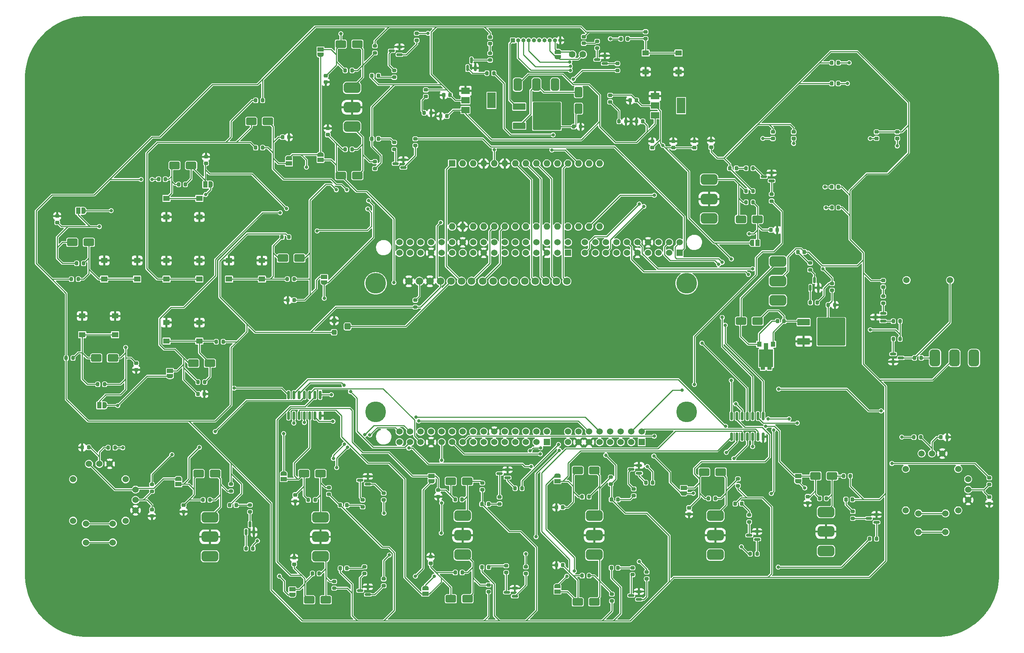
<source format=gbr>
%TF.GenerationSoftware,KiCad,Pcbnew,(7.0.0)*%
%TF.CreationDate,2023-04-25T13:09:25+01:00*%
%TF.ProjectId,controller,636f6e74-726f-46c6-9c65-722e6b696361,V1.2*%
%TF.SameCoordinates,Original*%
%TF.FileFunction,Copper,L1,Top*%
%TF.FilePolarity,Positive*%
%FSLAX46Y46*%
G04 Gerber Fmt 4.6, Leading zero omitted, Abs format (unit mm)*
G04 Created by KiCad (PCBNEW (7.0.0)) date 2023-04-25 13:09:25*
%MOMM*%
%LPD*%
G01*
G04 APERTURE LIST*
G04 Aperture macros list*
%AMRoundRect*
0 Rectangle with rounded corners*
0 $1 Rounding radius*
0 $2 $3 $4 $5 $6 $7 $8 $9 X,Y pos of 4 corners*
0 Add a 4 corners polygon primitive as box body*
4,1,4,$2,$3,$4,$5,$6,$7,$8,$9,$2,$3,0*
0 Add four circle primitives for the rounded corners*
1,1,$1+$1,$2,$3*
1,1,$1+$1,$4,$5*
1,1,$1+$1,$6,$7*
1,1,$1+$1,$8,$9*
0 Add four rect primitives between the rounded corners*
20,1,$1+$1,$2,$3,$4,$5,0*
20,1,$1+$1,$4,$5,$6,$7,0*
20,1,$1+$1,$6,$7,$8,$9,0*
20,1,$1+$1,$8,$9,$2,$3,0*%
%AMFreePoly0*
4,1,19,0.550000,-0.750000,0.000000,-0.750000,0.000000,-0.744911,-0.071157,-0.744911,-0.207708,-0.704816,-0.327430,-0.627875,-0.420627,-0.520320,-0.479746,-0.390866,-0.500000,-0.250000,-0.500000,0.250000,-0.479746,0.390866,-0.420627,0.520320,-0.327430,0.627875,-0.207708,0.704816,-0.071157,0.744911,0.000000,0.744911,0.000000,0.750000,0.550000,0.750000,0.550000,-0.750000,0.550000,-0.750000,
$1*%
%AMFreePoly1*
4,1,19,0.000000,0.744911,0.071157,0.744911,0.207708,0.704816,0.327430,0.627875,0.420627,0.520320,0.479746,0.390866,0.500000,0.250000,0.500000,-0.250000,0.479746,-0.390866,0.420627,-0.520320,0.327430,-0.627875,0.207708,-0.704816,0.071157,-0.744911,0.000000,-0.744911,0.000000,-0.750000,-0.550000,-0.750000,-0.550000,0.750000,0.000000,0.750000,0.000000,0.744911,0.000000,0.744911,
$1*%
%AMFreePoly2*
4,1,19,0.500000,-0.750000,0.000000,-0.750000,0.000000,-0.744911,-0.071157,-0.744911,-0.207708,-0.704816,-0.327430,-0.627875,-0.420627,-0.520320,-0.479746,-0.390866,-0.500000,-0.250000,-0.500000,0.250000,-0.479746,0.390866,-0.420627,0.520320,-0.327430,0.627875,-0.207708,0.704816,-0.071157,0.744911,0.000000,0.744911,0.000000,0.750000,0.500000,0.750000,0.500000,-0.750000,0.500000,-0.750000,
$1*%
%AMFreePoly3*
4,1,19,0.000000,0.744911,0.071157,0.744911,0.207708,0.704816,0.327430,0.627875,0.420627,0.520320,0.479746,0.390866,0.500000,0.250000,0.500000,-0.250000,0.479746,-0.390866,0.420627,-0.520320,0.327430,-0.627875,0.207708,-0.704816,0.071157,-0.744911,0.000000,-0.744911,0.000000,-0.750000,-0.500000,-0.750000,-0.500000,0.750000,0.000000,0.750000,0.000000,0.744911,0.000000,0.744911,
$1*%
G04 Aperture macros list end*
%TA.AperFunction,SMDPad,CuDef*%
%ADD10RoundRect,0.225000X0.225000X0.250000X-0.225000X0.250000X-0.225000X-0.250000X0.225000X-0.250000X0*%
%TD*%
%TA.AperFunction,SMDPad,CuDef*%
%ADD11RoundRect,0.200000X0.200000X0.275000X-0.200000X0.275000X-0.200000X-0.275000X0.200000X-0.275000X0*%
%TD*%
%TA.AperFunction,SMDPad,CuDef*%
%ADD12FreePoly0,270.000000*%
%TD*%
%TA.AperFunction,SMDPad,CuDef*%
%ADD13R,1.500000X1.000000*%
%TD*%
%TA.AperFunction,SMDPad,CuDef*%
%ADD14FreePoly1,270.000000*%
%TD*%
%TA.AperFunction,SMDPad,CuDef*%
%ADD15FreePoly0,0.000000*%
%TD*%
%TA.AperFunction,SMDPad,CuDef*%
%ADD16R,1.000000X1.500000*%
%TD*%
%TA.AperFunction,SMDPad,CuDef*%
%ADD17FreePoly1,0.000000*%
%TD*%
%TA.AperFunction,SMDPad,CuDef*%
%ADD18RoundRect,0.200000X-0.275000X0.200000X-0.275000X-0.200000X0.275000X-0.200000X0.275000X0.200000X0*%
%TD*%
%TA.AperFunction,SMDPad,CuDef*%
%ADD19FreePoly0,90.000000*%
%TD*%
%TA.AperFunction,SMDPad,CuDef*%
%ADD20FreePoly1,90.000000*%
%TD*%
%TA.AperFunction,SMDPad,CuDef*%
%ADD21R,1.550000X1.300000*%
%TD*%
%TA.AperFunction,SMDPad,CuDef*%
%ADD22RoundRect,0.218750X0.218750X0.256250X-0.218750X0.256250X-0.218750X-0.256250X0.218750X-0.256250X0*%
%TD*%
%TA.AperFunction,SMDPad,CuDef*%
%ADD23RoundRect,0.225000X-0.250000X0.225000X-0.250000X-0.225000X0.250000X-0.225000X0.250000X0.225000X0*%
%TD*%
%TA.AperFunction,SMDPad,CuDef*%
%ADD24FreePoly2,270.000000*%
%TD*%
%TA.AperFunction,SMDPad,CuDef*%
%ADD25FreePoly3,270.000000*%
%TD*%
%TA.AperFunction,SMDPad,CuDef*%
%ADD26RoundRect,0.150000X0.150000X-0.587500X0.150000X0.587500X-0.150000X0.587500X-0.150000X-0.587500X0*%
%TD*%
%TA.AperFunction,SMDPad,CuDef*%
%ADD27RoundRect,0.200000X0.275000X-0.200000X0.275000X0.200000X-0.275000X0.200000X-0.275000X-0.200000X0*%
%TD*%
%TA.AperFunction,SMDPad,CuDef*%
%ADD28RoundRect,0.200000X-0.200000X-0.275000X0.200000X-0.275000X0.200000X0.275000X-0.200000X0.275000X0*%
%TD*%
%TA.AperFunction,SMDPad,CuDef*%
%ADD29RoundRect,0.218750X0.256250X-0.218750X0.256250X0.218750X-0.256250X0.218750X-0.256250X-0.218750X0*%
%TD*%
%TA.AperFunction,ComponentPad*%
%ADD30C,1.524000*%
%TD*%
%TA.AperFunction,ComponentPad*%
%ADD31RoundRect,0.625000X-1.375000X0.625000X-1.375000X-0.625000X1.375000X-0.625000X1.375000X0.625000X0*%
%TD*%
%TA.AperFunction,SMDPad,CuDef*%
%ADD32RoundRect,0.250000X1.000000X0.650000X-1.000000X0.650000X-1.000000X-0.650000X1.000000X-0.650000X0*%
%TD*%
%TA.AperFunction,SMDPad,CuDef*%
%ADD33RoundRect,0.250000X-0.650000X1.000000X-0.650000X-1.000000X0.650000X-1.000000X0.650000X1.000000X0*%
%TD*%
%TA.AperFunction,SMDPad,CuDef*%
%ADD34RoundRect,0.250000X-1.000000X-0.650000X1.000000X-0.650000X1.000000X0.650000X-1.000000X0.650000X0*%
%TD*%
%TA.AperFunction,SMDPad,CuDef*%
%ADD35RoundRect,0.218750X-0.218750X-0.256250X0.218750X-0.256250X0.218750X0.256250X-0.218750X0.256250X0*%
%TD*%
%TA.AperFunction,SMDPad,CuDef*%
%ADD36RoundRect,0.225000X0.250000X-0.225000X0.250000X0.225000X-0.250000X0.225000X-0.250000X-0.225000X0*%
%TD*%
%TA.AperFunction,SMDPad,CuDef*%
%ADD37RoundRect,0.150000X0.587500X0.150000X-0.587500X0.150000X-0.587500X-0.150000X0.587500X-0.150000X0*%
%TD*%
%TA.AperFunction,ComponentPad*%
%ADD38RoundRect,0.500000X-0.500000X-1.000000X0.500000X-1.000000X0.500000X1.000000X-0.500000X1.000000X0*%
%TD*%
%TA.AperFunction,ComponentPad*%
%ADD39RoundRect,0.625000X-0.625000X-1.375000X0.625000X-1.375000X0.625000X1.375000X-0.625000X1.375000X0*%
%TD*%
%TA.AperFunction,SMDPad,CuDef*%
%ADD40RoundRect,0.150000X0.150000X-0.825000X0.150000X0.825000X-0.150000X0.825000X-0.150000X-0.825000X0*%
%TD*%
%TA.AperFunction,SMDPad,CuDef*%
%ADD41RoundRect,0.225000X-0.225000X-0.250000X0.225000X-0.250000X0.225000X0.250000X-0.225000X0.250000X0*%
%TD*%
%TA.AperFunction,SMDPad,CuDef*%
%ADD42FreePoly0,180.000000*%
%TD*%
%TA.AperFunction,SMDPad,CuDef*%
%ADD43FreePoly1,180.000000*%
%TD*%
%TA.AperFunction,SMDPad,CuDef*%
%ADD44RoundRect,0.300000X-0.300000X0.300000X-0.300000X-0.300000X0.300000X-0.300000X0.300000X0.300000X0*%
%TD*%
%TA.AperFunction,SMDPad,CuDef*%
%ADD45RoundRect,0.375000X-0.375000X0.425000X-0.375000X-0.425000X0.375000X-0.425000X0.375000X0.425000X0*%
%TD*%
%TA.AperFunction,ComponentPad*%
%ADD46R,1.000000X1.000000*%
%TD*%
%TA.AperFunction,ComponentPad*%
%ADD47O,1.000000X1.000000*%
%TD*%
%TA.AperFunction,SMDPad,CuDef*%
%ADD48RoundRect,0.150000X-0.587500X-0.150000X0.587500X-0.150000X0.587500X0.150000X-0.587500X0.150000X0*%
%TD*%
%TA.AperFunction,SMDPad,CuDef*%
%ADD49R,2.000000X1.500000*%
%TD*%
%TA.AperFunction,SMDPad,CuDef*%
%ADD50R,2.000000X3.800000*%
%TD*%
%TA.AperFunction,SMDPad,CuDef*%
%ADD51R,1.100000X1.300000*%
%TD*%
%TA.AperFunction,SMDPad,CuDef*%
%ADD52R,1.000000X0.650000*%
%TD*%
%TA.AperFunction,SMDPad,CuDef*%
%ADD53R,3.400000X4.300000*%
%TD*%
%TA.AperFunction,SMDPad,CuDef*%
%ADD54RoundRect,0.100000X1.400000X0.700000X-1.400000X0.700000X-1.400000X-0.700000X1.400000X-0.700000X0*%
%TD*%
%TA.AperFunction,SMDPad,CuDef*%
%ADD55RoundRect,0.100000X3.250000X3.250000X-3.250000X3.250000X-3.250000X-3.250000X3.250000X-3.250000X0*%
%TD*%
%TA.AperFunction,WasherPad*%
%ADD56C,5.000000*%
%TD*%
%TA.AperFunction,ComponentPad*%
%ADD57C,1.800000*%
%TD*%
%TA.AperFunction,ComponentPad*%
%ADD58C,1.600000*%
%TD*%
%TA.AperFunction,ComponentPad*%
%ADD59C,1.530000*%
%TD*%
%TA.AperFunction,ComponentPad*%
%ADD60R,1.530000X1.530000*%
%TD*%
%TA.AperFunction,ComponentPad*%
%ADD61R,1.600000X1.600000*%
%TD*%
%TA.AperFunction,ComponentPad*%
%ADD62O,1.600000X1.600000*%
%TD*%
%TA.AperFunction,ViaPad*%
%ADD63C,0.800000*%
%TD*%
%TA.AperFunction,Conductor*%
%ADD64C,0.250000*%
%TD*%
G04 APERTURE END LIST*
D10*
%TO.P,C28,1*%
%TO.N,Net-(D46-A)*%
X208060000Y-88730000D03*
%TO.P,C28,2*%
%TO.N,Net-(ASCEND2-A)*%
X206510000Y-88730000D03*
%TD*%
D11*
%TO.P,R23,1*%
%TO.N,Net-(Q11-B)*%
X230400000Y-141300000D03*
%TO.P,R23,2*%
%TO.N,SWITCH_2_LED*%
X228750000Y-141300000D03*
%TD*%
D12*
%TO.P,JP17,1,A*%
%TO.N,+3V3*%
X88680000Y-49330000D03*
D13*
%TO.P,JP17,2,C*%
%TO.N,D_SEL_SB*%
X88679999Y-50629999D03*
D14*
%TO.P,JP17,3,B*%
%TO.N,Earth*%
X88680000Y-51930000D03*
%TD*%
D15*
%TO.P,JP3,1,A*%
%TO.N,+3V3*%
X200400000Y-69800000D03*
D16*
%TO.P,JP3,2,C*%
%TO.N,KILL_SWITCH_SB*%
X201699999Y-69799999D03*
D17*
%TO.P,JP3,3,B*%
%TO.N,Earth*%
X203000000Y-69800000D03*
%TD*%
D18*
%TO.P,R12,1*%
%TO.N,Net-(Q4-C)*%
X139500000Y-131200000D03*
%TO.P,R12,2*%
%TO.N,Net-(D4-K)*%
X139500000Y-132850000D03*
%TD*%
D19*
%TO.P,JP5,1,A*%
%TO.N,+3V3*%
X123100000Y-127400000D03*
D13*
%TO.P,JP5,2,C*%
%TO.N,BRAKE_MODE_SB*%
X123099999Y-126099999D03*
D20*
%TO.P,JP5,3,B*%
%TO.N,Earth*%
X123100000Y-124800000D03*
%TD*%
D21*
%TO.P,RESET1,1,A*%
%TO.N,Net-(RESET1-A)*%
X174709999Y-23959999D03*
X182659999Y-23959999D03*
%TO.P,RESET1,2,B*%
%TO.N,Earth*%
X174709999Y-28459999D03*
X182659999Y-28459999D03*
%TD*%
D22*
%TO.P,D1,1,K*%
%TO.N,Net-(D1-K)*%
X168055000Y-131785000D03*
%TO.P,D1,2,A*%
%TO.N,+5V*%
X166480000Y-131785000D03*
%TD*%
D23*
%TO.P,C7,1*%
%TO.N,Earth*%
X98065000Y-42120000D03*
%TO.P,C7,2*%
%TO.N,DESCEND_SB*%
X98065000Y-43670000D03*
%TD*%
D24*
%TO.P,JP20,1,A*%
%TO.N,Net-(J1-Pin_9)*%
X153550000Y-23650000D03*
D25*
%TO.P,JP20,2,B*%
%TO.N,Net-(J1-Pin_8)*%
X153550000Y-24950000D03*
%TD*%
D26*
%TO.P,Q5,1,B*%
%TO.N,Net-(Q5-B)*%
X78350000Y-139637500D03*
%TO.P,Q5,2,E*%
%TO.N,Earth*%
X80250000Y-139637500D03*
%TO.P,Q5,3,C*%
%TO.N,Net-(Q5-C)*%
X79300000Y-137762500D03*
%TD*%
D27*
%TO.P,R28,1*%
%TO.N,Net-(Q10-C)*%
X141073000Y-149436000D03*
%TO.P,R28,2*%
%TO.N,Net-(D12-K)*%
X141073000Y-147786000D03*
%TD*%
D28*
%TO.P,R68,1*%
%TO.N,MOTOR_DENGAGE_SB*%
X94350000Y-149690000D03*
%TO.P,R68,2*%
%TO.N,Net-(D34-A)*%
X96000000Y-149690000D03*
%TD*%
D29*
%TO.P,D43,1,K*%
%TO.N,Net-(D43-K)*%
X232000000Y-80475000D03*
%TO.P,D43,2,A*%
%TO.N,+5V*%
X232000000Y-78900000D03*
%TD*%
D30*
%TO.P,U7,Earth*%
%TO.N,N/C*%
X237455000Y-124410000D03*
X237455000Y-134410000D03*
X250105000Y-124410000D03*
X250105000Y-134410000D03*
%TO.P,U7,SW1*%
%TO.N,unconnected-(U7-PadSW1)*%
X240530000Y-135160000D03*
X247030000Y-135160000D03*
%TO.P,U7,SW2*%
%TO.N,unconnected-(U7-PadSW2)*%
X240530000Y-139660000D03*
X247030000Y-139660000D03*
%TO.P,U7,X1*%
%TO.N,+3V3*%
X241280000Y-120680000D03*
%TO.P,U7,X2*%
%TO.N,Net-(C24-Pad2)*%
X243780000Y-120680000D03*
%TO.P,U7,X3*%
%TO.N,Earth*%
X246280000Y-120680000D03*
%TO.P,U7,Y1*%
%TO.N,+3V3*%
X252510000Y-126910000D03*
%TO.P,U7,Y2*%
%TO.N,Net-(C23-Pad2)*%
X252510000Y-129410000D03*
%TO.P,U7,Y3*%
%TO.N,Earth*%
X252510000Y-131910000D03*
%TD*%
D18*
%TO.P,R55,1*%
%TO.N,Net-(D31-A)*%
X135300000Y-127800000D03*
%TO.P,R55,2*%
%TO.N,+5V*%
X135300000Y-129450000D03*
%TD*%
D29*
%TO.P,D42,1,K*%
%TO.N,Net-(D42-K)*%
X121700000Y-34425000D03*
%TO.P,D42,2,A*%
%TO.N,+5V*%
X121700000Y-32850000D03*
%TD*%
D31*
%TO.P,SW2,1,A*%
%TO.N,Net-(D10-A)*%
X218220000Y-134830000D03*
%TO.P,SW2,2,B*%
%TO.N,Earth*%
X218220000Y-139530000D03*
%TO.P,SW2,3,C*%
%TO.N,unconnected-(SW2-C-Pad3)*%
X218220000Y-144230000D03*
%TD*%
D32*
%TO.P,D40,1,K*%
%TO.N,D_BACK_SB*%
X46230000Y-97620000D03*
%TO.P,D40,2,A*%
%TO.N,Net-(D40-A)*%
X42230000Y-97620000D03*
%TD*%
D10*
%TO.P,C26,1*%
%TO.N,+12V*%
X174050000Y-40470000D03*
%TO.P,C26,2*%
%TO.N,Earth*%
X172500000Y-40470000D03*
%TD*%
D11*
%TO.P,R61,1*%
%TO.N,KILL_SWITCH_SB*%
X200600000Y-60000000D03*
%TO.P,R61,2*%
%TO.N,Net-(D27-A)*%
X198950000Y-60000000D03*
%TD*%
D33*
%TO.P,D45,1,K*%
%TO.N,Net-(D45-K)*%
X158530000Y-33390000D03*
%TO.P,D45,2,A*%
%TO.N,Net-(D45-A)*%
X158530000Y-37390000D03*
%TD*%
D22*
%TO.P,D18,1,K*%
%TO.N,Net-(D18-K)*%
X102650000Y-133180000D03*
%TO.P,D18,2,A*%
%TO.N,+5V*%
X101075000Y-133180000D03*
%TD*%
D34*
%TO.P,D29,1,K*%
%TO.N,DESCEND_SB*%
X101190000Y-53550000D03*
%TO.P,D29,2,A*%
%TO.N,Net-(D29-A)*%
X105190000Y-53550000D03*
%TD*%
D35*
%TO.P,D13,1,K*%
%TO.N,Net-(D13-K)*%
X223025000Y-131800000D03*
%TO.P,D13,2,A*%
%TO.N,+5V*%
X224600000Y-131800000D03*
%TD*%
D11*
%TO.P,R11,1*%
%TO.N,Net-(Q3-C)*%
X200600000Y-51800000D03*
%TO.P,R11,2*%
%TO.N,Net-(D3-K)*%
X198950000Y-51800000D03*
%TD*%
D10*
%TO.P,C27,1*%
%TO.N,+12V*%
X126780000Y-39200000D03*
%TO.P,C27,2*%
%TO.N,Earth*%
X125230000Y-39200000D03*
%TD*%
D22*
%TO.P,D23,1,K*%
%TO.N,Net-(D23-K)*%
X221187500Y-31300000D03*
%TO.P,D23,2,A*%
%TO.N,+5V*%
X219612500Y-31300000D03*
%TD*%
D18*
%TO.P,R57,1*%
%TO.N,Net-(D33-A)*%
X98300000Y-128900000D03*
%TO.P,R57,2*%
%TO.N,+5V*%
X98300000Y-130550000D03*
%TD*%
D22*
%TO.P,D21,1,K*%
%TO.N,Net-(D21-K)*%
X197900000Y-132800000D03*
%TO.P,D21,2,A*%
%TO.N,+5V*%
X196325000Y-132800000D03*
%TD*%
%TO.P,D19,1,K*%
%TO.N,Net-(D19-K)*%
X221187500Y-26300000D03*
%TO.P,D19,2,A*%
%TO.N,+5V*%
X219612500Y-26300000D03*
%TD*%
D36*
%TO.P,C9,1*%
%TO.N,Earth*%
X124700000Y-131075000D03*
%TO.P,C9,2*%
%TO.N,BRAKE_MODE_SB*%
X124700000Y-129525000D03*
%TD*%
D26*
%TO.P,Q24,1,B*%
%TO.N,Net-(Q24-B)*%
X214450000Y-80675000D03*
%TO.P,Q24,2,E*%
%TO.N,Earth*%
X216350000Y-80675000D03*
%TO.P,Q24,3,C*%
%TO.N,Net-(Q24-C)*%
X215400000Y-78800000D03*
%TD*%
D37*
%TO.P,Q31,1,B*%
%TO.N,Net-(Q31-B)*%
X232000000Y-88700000D03*
%TO.P,Q31,2,E*%
%TO.N,Net-(Q31-E)*%
X232000000Y-86800000D03*
%TO.P,Q31,3,C*%
%TO.N,Earth*%
X230125000Y-87750000D03*
%TD*%
D22*
%TO.P,D22,1,K*%
%TO.N,Net-(D22-K)*%
X102650000Y-148420000D03*
%TO.P,D22,2,A*%
%TO.N,+5V*%
X101075000Y-148420000D03*
%TD*%
D27*
%TO.P,R88,1*%
%TO.N,Net-(Q31-E)*%
X232000000Y-84350000D03*
%TO.P,R88,2*%
%TO.N,Net-(D43-K)*%
X232000000Y-82700000D03*
%TD*%
D37*
%TO.P,Q20,1,B*%
%TO.N,Net-(Q20-B)*%
X107730000Y-154770000D03*
%TO.P,Q20,2,E*%
%TO.N,Earth*%
X107730000Y-152870000D03*
%TO.P,Q20,3,C*%
%TO.N,Net-(Q20-C)*%
X105855000Y-153820000D03*
%TD*%
D35*
%TO.P,D24,1,K*%
%TO.N,Net-(D24-K)*%
X219625000Y-61300000D03*
%TO.P,D24,2,A*%
%TO.N,+5V*%
X221200000Y-61300000D03*
%TD*%
D29*
%TO.P,D41,1,K*%
%TO.N,Net-(D41-K)*%
X166150000Y-35747500D03*
%TO.P,D41,2,A*%
%TO.N,+3V3*%
X166150000Y-34172500D03*
%TD*%
D31*
%TO.P,LIGHTS1,1,A*%
%TO.N,Net-(D30-A)*%
X191550000Y-135720000D03*
%TO.P,LIGHTS1,2,B*%
%TO.N,Earth*%
X191550000Y-140420000D03*
%TO.P,LIGHTS1,3,C*%
%TO.N,unconnected-(LIGHTS1-C-Pad3)*%
X191550000Y-145120000D03*
%TD*%
D28*
%TO.P,R24,1*%
%TO.N,Net-(Q12-B)*%
X136450000Y-28800000D03*
%TO.P,R24,2*%
%TO.N,LED_2*%
X138100000Y-28800000D03*
%TD*%
D22*
%TO.P,D3,1,K*%
%TO.N,Net-(D3-K)*%
X196600000Y-51800000D03*
%TO.P,D3,2,A*%
%TO.N,+5V*%
X195025000Y-51800000D03*
%TD*%
D34*
%TO.P,D31,1,K*%
%TO.N,BRAKE_MODE_SB*%
X127700000Y-127400000D03*
%TO.P,D31,2,A*%
%TO.N,Net-(D31-A)*%
X131700000Y-127400000D03*
%TD*%
D37*
%TO.P,Q19,1,B*%
%TO.N,Net-(Q19-B)*%
X201600000Y-141400000D03*
%TO.P,Q19,2,E*%
%TO.N,Earth*%
X201600000Y-139500000D03*
%TO.P,Q19,3,C*%
%TO.N,Net-(Q19-C)*%
X199725000Y-140450000D03*
%TD*%
D11*
%TO.P,R86,1*%
%TO.N,Earth*%
X122970000Y-38412500D03*
%TO.P,R86,2*%
%TO.N,Net-(D42-K)*%
X121320000Y-38412500D03*
%TD*%
%TO.P,R79,1*%
%TO.N,D_UP_SB*%
X63725000Y-55700000D03*
%TO.P,R79,2*%
%TO.N,Net-(D35-A)*%
X62075000Y-55700000D03*
%TD*%
D28*
%TO.P,R1,1*%
%TO.N,Net-(Q1-B)*%
X174750000Y-127700000D03*
%TO.P,R1,2*%
%TO.N,MOTOR_MODE_1_LED*%
X176400000Y-127700000D03*
%TD*%
D11*
%TO.P,R89,1*%
%TO.N,Net-(RESET1-A)*%
X170400000Y-20500000D03*
%TO.P,R89,2*%
%TO.N,RESET*%
X168750000Y-20500000D03*
%TD*%
%TO.P,R74,1*%
%TO.N,Net-(D40-A)*%
X36610000Y-97620000D03*
%TO.P,R74,2*%
%TO.N,+5V*%
X34960000Y-97620000D03*
%TD*%
D23*
%TO.P,C15,1*%
%TO.N,Earth*%
X68700000Y-49025000D03*
%TO.P,C15,2*%
%TO.N,D_UP_SB*%
X68700000Y-50575000D03*
%TD*%
D38*
%TO.P,PWR_SW1,1,A*%
%TO.N,+12V*%
X143870000Y-31580000D03*
%TO.P,PWR_SW1,2,B*%
%TO.N,Net-(D45-K)*%
X148370000Y-31580000D03*
%TO.P,PWR_SW1,3,C*%
%TO.N,unconnected-(PWR_SW1-C-Pad3)*%
X152870000Y-31580000D03*
%TD*%
D11*
%TO.P,R41,1*%
%TO.N,Net-(Q19-B)*%
X201600000Y-144900000D03*
%TO.P,R41,2*%
%TO.N,LIGHTS_LED*%
X199950000Y-144900000D03*
%TD*%
D28*
%TO.P,R80,1*%
%TO.N,D_DOWN_SB*%
X66750000Y-103400000D03*
%TO.P,R80,2*%
%TO.N,Net-(D36-A)*%
X68400000Y-103400000D03*
%TD*%
D27*
%TO.P,R14,1*%
%TO.N,Net-(Q6-C)*%
X163000000Y-22750000D03*
%TO.P,R14,2*%
%TO.N,Net-(D6-K)*%
X163000000Y-21100000D03*
%TD*%
D22*
%TO.P,D11,1,K*%
%TO.N,Net-(D11-K)*%
X110270000Y-29420000D03*
%TO.P,D11,2,A*%
%TO.N,+5V*%
X108695000Y-29420000D03*
%TD*%
D28*
%TO.P,R51,1*%
%TO.N,Net-(D27-A)*%
X198950000Y-57300000D03*
%TO.P,R51,2*%
%TO.N,+5V*%
X200600000Y-57300000D03*
%TD*%
D34*
%TO.P,D10,1,K*%
%TO.N,SWITCH_2_SB*%
X215700000Y-126100000D03*
%TO.P,D10,2,A*%
%TO.N,Net-(D10-A)*%
X219700000Y-126100000D03*
%TD*%
D39*
%TO.P,BUZZER_ON/OFF1,1,A*%
%TO.N,Net-(BUZZER_ON/OFF1-A)*%
X244510000Y-97620000D03*
%TO.P,BUZZER_ON/OFF1,2,B*%
%TO.N,+5V*%
X249210000Y-97620000D03*
%TO.P,BUZZER_ON/OFF1,3,C*%
%TO.N,unconnected-(BUZZER_ON/OFF1-C-Pad3)*%
X253910000Y-97620000D03*
%TD*%
D27*
%TO.P,R45,1*%
%TO.N,Net-(Q19-C)*%
X199700000Y-137200000D03*
%TO.P,R45,2*%
%TO.N,Net-(D21-K)*%
X199700000Y-135550000D03*
%TD*%
D29*
%TO.P,D14,1,K*%
%TO.N,Net-(D14-K)*%
X137200000Y-21675000D03*
%TO.P,D14,2,A*%
%TO.N,+5V*%
X137200000Y-20100000D03*
%TD*%
D34*
%TO.P,D34,1,K*%
%TO.N,MOTOR_DENGAGE_SB*%
X93570000Y-156040000D03*
%TO.P,D34,2,A*%
%TO.N,Net-(D34-A)*%
X97570000Y-156040000D03*
%TD*%
D28*
%TO.P,R72,1*%
%TO.N,Net-(D38-A)*%
X87030000Y-68410000D03*
%TO.P,R72,2*%
%TO.N,+5V*%
X88680000Y-68410000D03*
%TD*%
D29*
%TO.P,D15,1,K*%
%TO.N,Net-(D15-K)*%
X235400000Y-44587500D03*
%TO.P,D15,2,A*%
%TO.N,+5V*%
X235400000Y-43012500D03*
%TD*%
D28*
%TO.P,R94,1*%
%TO.N,Net-(Q23-B)*%
X234450000Y-93000000D03*
%TO.P,R94,2*%
%TO.N,BUZZER*%
X236100000Y-93000000D03*
%TD*%
D29*
%TO.P,D16,1,K*%
%TO.N,Net-(D16-K)*%
X205400000Y-44587500D03*
%TO.P,D16,2,A*%
%TO.N,+5V*%
X205400000Y-43012500D03*
%TD*%
D11*
%TO.P,R83,1*%
%TO.N,D_SEL_SB*%
X82330000Y-46820000D03*
%TO.P,R83,2*%
%TO.N,Net-(D39-A)*%
X80680000Y-46820000D03*
%TD*%
D18*
%TO.P,R49,1*%
%TO.N,Net-(D25-A)*%
X166300000Y-126400000D03*
%TO.P,R49,2*%
%TO.N,+5V*%
X166300000Y-128050000D03*
%TD*%
D12*
%TO.P,JP11,1,A*%
%TO.N,+3V3*%
X96300000Y-48470000D03*
D13*
%TO.P,JP11,2,C*%
%TO.N,DESCEND_SB*%
X96299999Y-49769999D03*
D14*
%TO.P,JP11,3,B*%
%TO.N,Earth*%
X96300000Y-51070000D03*
%TD*%
D40*
%TO.P,U4,1*%
%TO.N,BRAKE_MODE_SB*%
X88615000Y-111525000D03*
%TO.P,U4,2*%
%TO.N,BRAKE_MODE*%
X89885000Y-111525000D03*
%TO.P,U4,3*%
%TO.N,REV_MODE_SB*%
X91155000Y-111525000D03*
%TO.P,U4,4*%
%TO.N,REV_MODE*%
X92425000Y-111525000D03*
%TO.P,U4,5*%
%TO.N,MOTOR_ENGAGE_SB*%
X93695000Y-111525000D03*
%TO.P,U4,6*%
%TO.N,MOTOR_EN*%
X94965000Y-111525000D03*
%TO.P,U4,7,GND*%
%TO.N,Earth*%
X96235000Y-111525000D03*
%TO.P,U4,8*%
%TO.N,MOTOR_DE*%
X96235000Y-106575000D03*
%TO.P,U4,9*%
%TO.N,MOTOR_DENGAGE_SB*%
X94965000Y-106575000D03*
%TO.P,U4,10*%
%TO.N,SWITCH_1*%
X93695000Y-106575000D03*
%TO.P,U4,11*%
%TO.N,SWITCH_1_SB*%
X92425000Y-106575000D03*
%TO.P,U4,12*%
%TO.N,SWITCH_2*%
X91155000Y-106575000D03*
%TO.P,U4,13*%
%TO.N,SWITCH_2_SB*%
X89885000Y-106575000D03*
%TO.P,U4,14,VCC*%
%TO.N,+3V3*%
X88615000Y-106575000D03*
%TD*%
D28*
%TO.P,R65,1*%
%TO.N,BRAKE_MODE_SB*%
X128775000Y-131800000D03*
%TO.P,R65,2*%
%TO.N,Net-(D31-A)*%
X130425000Y-131800000D03*
%TD*%
D41*
%TO.P,C3,1*%
%TO.N,Earth*%
X153170000Y-133690000D03*
%TO.P,C3,2*%
%TO.N,MOTOR_MODE_1_SB*%
X154720000Y-133690000D03*
%TD*%
D27*
%TO.P,R77,1*%
%TO.N,Net-(C23-Pad2)*%
X257590000Y-128180000D03*
%TO.P,R77,2*%
%TO.N,R_PITCH*%
X257590000Y-126530000D03*
%TD*%
D37*
%TO.P,Q9,1,B*%
%TO.N,Net-(Q9-B)*%
X115350000Y-24340000D03*
%TO.P,Q9,2,E*%
%TO.N,Earth*%
X115350000Y-22440000D03*
%TO.P,Q9,3,C*%
%TO.N,Net-(Q9-C)*%
X113475000Y-23390000D03*
%TD*%
D42*
%TO.P,JP13,1,A*%
%TO.N,+3V3*%
X69800000Y-55710000D03*
D16*
%TO.P,JP13,2,C*%
%TO.N,D_UP_SB*%
X68499999Y-55709999D03*
D43*
%TO.P,JP13,3,B*%
%TO.N,Earth*%
X67200000Y-55710000D03*
%TD*%
D28*
%TO.P,R60,1*%
%TO.N,MOTOR_MODE_2_SB*%
X159420000Y-150200000D03*
%TO.P,R60,2*%
%TO.N,Net-(D26-A)*%
X161070000Y-150200000D03*
%TD*%
D37*
%TO.P,Q2,1,B*%
%TO.N,Net-(Q2-B)*%
X173135000Y-155915000D03*
%TO.P,Q2,2,E*%
%TO.N,Earth*%
X173135000Y-154015000D03*
%TO.P,Q2,3,C*%
%TO.N,Net-(Q2-C)*%
X171260000Y-154965000D03*
%TD*%
D11*
%TO.P,R71,1*%
%TO.N,Net-(D37-A)*%
X37880000Y-78570000D03*
%TO.P,R71,2*%
%TO.N,+5V*%
X36230000Y-78570000D03*
%TD*%
D41*
%TO.P,C18,1*%
%TO.N,Earth*%
X88400000Y-83650000D03*
%TO.P,C18,2*%
%TO.N,D_RIGHT_SB*%
X89950000Y-83650000D03*
%TD*%
D28*
%TO.P,R67,1*%
%TO.N,MOTOR_ENGAGE_SB*%
X93380000Y-131910000D03*
%TO.P,R67,2*%
%TO.N,Net-(D33-A)*%
X95030000Y-131910000D03*
%TD*%
D23*
%TO.P,C29,1*%
%TO.N,Earth*%
X190500000Y-45125000D03*
%TO.P,C29,2*%
%TO.N,+5V*%
X190500000Y-46675000D03*
%TD*%
D37*
%TO.P,Q16,1,B*%
%TO.N,Net-(Q16-B)*%
X107730000Y-128100000D03*
%TO.P,Q16,2,E*%
%TO.N,Earth*%
X107730000Y-126200000D03*
%TO.P,Q16,3,C*%
%TO.N,Net-(Q16-C)*%
X105855000Y-127150000D03*
%TD*%
D27*
%TO.P,R3,1*%
%TO.N,Net-(Q2-B)*%
X175000000Y-150960000D03*
%TO.P,R3,2*%
%TO.N,MOTOR_MODE_2_LED*%
X175000000Y-149310000D03*
%TD*%
D32*
%TO.P,D38,1,K*%
%TO.N,D_RIGHT_SB*%
X91220000Y-73490000D03*
%TO.P,D38,2,A*%
%TO.N,Net-(D38-A)*%
X87220000Y-73490000D03*
%TD*%
D19*
%TO.P,JP8,1,A*%
%TO.N,+3V3*%
X183930000Y-130320000D03*
D13*
%TO.P,JP8,2,C*%
%TO.N,LIGHTS_SB*%
X183929999Y-129019999D03*
D20*
%TO.P,JP8,3,B*%
%TO.N,Earth*%
X183930000Y-127720000D03*
%TD*%
D18*
%TO.P,R2,1*%
%TO.N,Net-(Q1-C)*%
X171865000Y-129245000D03*
%TO.P,R2,2*%
%TO.N,Net-(D1-K)*%
X171865000Y-130895000D03*
%TD*%
D12*
%TO.P,JP1,1,A*%
%TO.N,+3V3*%
X153450000Y-126070000D03*
D13*
%TO.P,JP1,2,C*%
%TO.N,MOTOR_MODE_1_SB*%
X153449999Y-127369999D03*
D14*
%TO.P,JP1,3,B*%
%TO.N,Earth*%
X153450000Y-128670000D03*
%TD*%
D29*
%TO.P,D8,1,K*%
%TO.N,Net-(D8-K)*%
X210400000Y-44587500D03*
%TO.P,D8,2,A*%
%TO.N,+5V*%
X210400000Y-43012500D03*
%TD*%
D19*
%TO.P,JP7,1,A*%
%TO.N,+3V3*%
X96300000Y-24370000D03*
D13*
%TO.P,JP7,2,C*%
%TO.N,ASCEND_SB*%
X96299999Y-23069999D03*
D20*
%TO.P,JP7,3,B*%
%TO.N,Earth*%
X96300000Y-21770000D03*
%TD*%
D27*
%TO.P,R22,1*%
%TO.N,Net-(Q10-B)*%
X145830000Y-149690000D03*
%TO.P,R22,2*%
%TO.N,REV_LED*%
X145830000Y-148040000D03*
%TD*%
D22*
%TO.P,D12,1,K*%
%TO.N,Net-(D12-K)*%
X136818000Y-148166000D03*
%TO.P,D12,2,A*%
%TO.N,+5V*%
X135243000Y-148166000D03*
%TD*%
D37*
%TO.P,Q6,1,B*%
%TO.N,Net-(Q6-B)*%
X164900000Y-26500000D03*
%TO.P,Q6,2,E*%
%TO.N,Earth*%
X164900000Y-24600000D03*
%TO.P,Q6,3,C*%
%TO.N,Net-(Q6-C)*%
X163025000Y-25550000D03*
%TD*%
D34*
%TO.P,D36,1,K*%
%TO.N,D_DOWN_SB*%
X65630000Y-98890000D03*
%TO.P,D36,2,A*%
%TO.N,Net-(D36-A)*%
X69630000Y-98890000D03*
%TD*%
D27*
%TO.P,R29,1*%
%TO.N,Net-(Q11-C)*%
X224700000Y-136350000D03*
%TO.P,R29,2*%
%TO.N,Net-(D13-K)*%
X224700000Y-134700000D03*
%TD*%
D36*
%TO.P,C6,1*%
%TO.N,Earth*%
X97570000Y-30970000D03*
%TO.P,C6,2*%
%TO.N,ASCEND_SB*%
X97570000Y-29420000D03*
%TD*%
D37*
%TO.P,Q11,1,B*%
%TO.N,Net-(Q11-B)*%
X230400000Y-137300000D03*
%TO.P,Q11,2,E*%
%TO.N,Earth*%
X230400000Y-135400000D03*
%TO.P,Q11,3,C*%
%TO.N,Net-(Q11-C)*%
X228525000Y-136350000D03*
%TD*%
D11*
%TO.P,R69,1*%
%TO.N,Net-(D35-A)*%
X58900000Y-54440000D03*
%TO.P,R69,2*%
%TO.N,+5V*%
X57250000Y-54440000D03*
%TD*%
D44*
%TO.P,RV1,1,1*%
%TO.N,Earth*%
X99580000Y-88600000D03*
D45*
%TO.P,RV1,2,2*%
%TO.N,Net-(U8-Vo)*%
X102830000Y-90000000D03*
D44*
%TO.P,RV1,3,3*%
%TO.N,+5V*%
X99580000Y-91400000D03*
%TD*%
D28*
%TO.P,R81,1*%
%TO.N,D_LEFT_SB*%
X37500000Y-74760000D03*
%TO.P,R81,2*%
%TO.N,Net-(D37-A)*%
X39150000Y-74760000D03*
%TD*%
D22*
%TO.P,D2,1,K*%
%TO.N,Net-(D2-K)*%
X168055000Y-148295000D03*
%TO.P,D2,2,A*%
%TO.N,+5V*%
X166480000Y-148295000D03*
%TD*%
D29*
%TO.P,D6,1,K*%
%TO.N,Net-(D6-K)*%
X159800000Y-21587500D03*
%TO.P,D6,2,A*%
%TO.N,+5V*%
X159800000Y-20012500D03*
%TD*%
D36*
%TO.P,C23,1*%
%TO.N,Earth*%
X257590000Y-132765000D03*
%TO.P,C23,2*%
%TO.N,Net-(C23-Pad2)*%
X257590000Y-131215000D03*
%TD*%
D46*
%TO.P,J1,1,Pin_1*%
%TO.N,VIN*%
X142699999Y-20899999D03*
D47*
%TO.P,J1,2,Pin_2*%
%TO.N,MOSI_1*%
X143969999Y-20899999D03*
%TO.P,J1,3,Pin_3*%
%TO.N,MISO_1*%
X145239999Y-20899999D03*
%TO.P,J1,4,Pin_4*%
%TO.N,CLK_1*%
X146509999Y-20899999D03*
%TO.P,J1,5,Pin_5*%
%TO.N,MOSI_2*%
X147779999Y-20899999D03*
%TO.P,J1,6,Pin_6*%
%TO.N,MISO_2*%
X149049999Y-20899999D03*
%TO.P,J1,7,Pin_7*%
%TO.N,CLK_2*%
X150319999Y-20899999D03*
%TO.P,J1,8,Pin_8*%
%TO.N,Net-(J1-Pin_8)*%
X151589999Y-20899999D03*
%TO.P,J1,9,Pin_9*%
%TO.N,Net-(J1-Pin_9)*%
X152859999Y-20899999D03*
%TO.P,J1,10,Pin_10*%
%TO.N,Earth*%
X154129999Y-20899999D03*
%TD*%
D28*
%TO.P,R59,1*%
%TO.N,MOTOR_MODE_1_SB*%
X159420000Y-131150000D03*
%TO.P,R59,2*%
%TO.N,Net-(D25-A)*%
X161070000Y-131150000D03*
%TD*%
D32*
%TO.P,D27,1,K*%
%TO.N,KILL_SWITCH_SB*%
X201700000Y-64100000D03*
%TO.P,D27,2,A*%
%TO.N,Net-(D27-A)*%
X197700000Y-64100000D03*
%TD*%
D41*
%TO.P,C22,1*%
%TO.N,Earth*%
X38845000Y-119210000D03*
%TO.P,C22,2*%
%TO.N,Net-(C22-Pad2)*%
X40395000Y-119210000D03*
%TD*%
D36*
%TO.P,C20,1*%
%TO.N,Earth*%
X51850000Y-100440000D03*
%TO.P,C20,2*%
%TO.N,D_BACK_SB*%
X51850000Y-98890000D03*
%TD*%
D35*
%TO.P,D20,1,K*%
%TO.N,Net-(D20-K)*%
X219612500Y-56300000D03*
%TO.P,D20,2,A*%
%TO.N,+5V*%
X221187500Y-56300000D03*
%TD*%
D27*
%TO.P,R96,1*%
%TO.N,+5V*%
X119160000Y-85300000D03*
%TO.P,R96,2*%
%TO.N,Net-(U8-LEDA)*%
X119160000Y-83650000D03*
%TD*%
%TO.P,R75,1*%
%TO.N,Net-(C21-Pad2)*%
X55635000Y-129830000D03*
%TO.P,R75,2*%
%TO.N,L_PITCH*%
X55635000Y-128180000D03*
%TD*%
D48*
%TO.P,Q23,1,B*%
%TO.N,Net-(Q23-B)*%
X234425000Y-96650000D03*
%TO.P,Q23,2,E*%
%TO.N,Earth*%
X234425000Y-98550000D03*
%TO.P,Q23,3,C*%
%TO.N,Net-(BZ1-+)*%
X236300000Y-97600000D03*
%TD*%
D34*
%TO.P,D37,1,K*%
%TO.N,D_LEFT_SB*%
X36420000Y-69680000D03*
%TO.P,D37,2,A*%
%TO.N,Net-(D37-A)*%
X40420000Y-69680000D03*
%TD*%
D36*
%TO.P,C14,1*%
%TO.N,+3V3*%
X181390000Y-46820000D03*
%TO.P,C14,2*%
%TO.N,Earth*%
X181390000Y-45270000D03*
%TD*%
D23*
%TO.P,C12,1*%
%TO.N,Earth*%
X89950000Y-145880000D03*
%TO.P,C12,2*%
%TO.N,MOTOR_DENGAGE_SB*%
X89950000Y-147430000D03*
%TD*%
D18*
%TO.P,R58,1*%
%TO.N,Net-(D34-A)*%
X99600000Y-151575000D03*
%TO.P,R58,2*%
%TO.N,+5V*%
X99600000Y-153225000D03*
%TD*%
D49*
%TO.P,U10,1,GND*%
%TO.N,Earth*%
X131249999Y-33089999D03*
%TO.P,U10,2,VO*%
%TO.N,+5V*%
X131249999Y-35389999D03*
%TO.P,U10,3,VI*%
%TO.N,+12V*%
X131249999Y-37689999D03*
D50*
%TO.P,U10,4*%
%TO.N,N/C*%
X137549999Y-35389999D03*
%TD*%
D34*
%TO.P,D30,1,K*%
%TO.N,LIGHTS_SB*%
X188820000Y-125180000D03*
%TO.P,D30,2,A*%
%TO.N,Net-(D30-A)*%
X192820000Y-125180000D03*
%TD*%
D28*
%TO.P,R63,1*%
%TO.N,DESCEND_SB*%
X102270000Y-47200000D03*
%TO.P,R63,2*%
%TO.N,Net-(D29-A)*%
X103920000Y-47200000D03*
%TD*%
D32*
%TO.P,D35,1,K*%
%TO.N,D_UP_SB*%
X65100000Y-51100000D03*
%TO.P,D35,2,A*%
%TO.N,Net-(D35-A)*%
X61100000Y-51100000D03*
%TD*%
D28*
%TO.P,R64,1*%
%TO.N,LIGHTS_SB*%
X189900000Y-131530000D03*
%TO.P,R64,2*%
%TO.N,Net-(D30-A)*%
X191550000Y-131530000D03*
%TD*%
D31*
%TO.P,REV_BRAKE1,1,A*%
%TO.N,Net-(D31-A)*%
X130590000Y-135720000D03*
%TO.P,REV_BRAKE1,2,B*%
%TO.N,Earth*%
X130590000Y-140420000D03*
%TO.P,REV_BRAKE1,3,C*%
%TO.N,Net-(D32-A)*%
X130590000Y-145120000D03*
%TD*%
D23*
%TO.P,C10,1*%
%TO.N,Earth*%
X122848000Y-145626000D03*
%TO.P,C10,2*%
%TO.N,REV_MODE_SB*%
X122848000Y-147176000D03*
%TD*%
D11*
%TO.P,R82,1*%
%TO.N,D_RIGHT_SB*%
X89950000Y-78560000D03*
%TO.P,R82,2*%
%TO.N,Net-(D38-A)*%
X88300000Y-78560000D03*
%TD*%
D22*
%TO.P,D17,1,K*%
%TO.N,Net-(D17-K)*%
X110270000Y-44660000D03*
%TO.P,D17,2,A*%
%TO.N,+5V*%
X108695000Y-44660000D03*
%TD*%
D31*
%TO.P,KILL_SWITCH1,1,A*%
%TO.N,Net-(D27-A)*%
X190000000Y-54500000D03*
%TO.P,KILL_SWITCH1,2,B*%
%TO.N,Earth*%
X190000000Y-59200000D03*
%TO.P,KILL_SWITCH1,3,C*%
%TO.N,unconnected-(KILL_SWITCH1-C-Pad3)*%
X190000000Y-63900000D03*
%TD*%
D28*
%TO.P,R70,1*%
%TO.N,Net-(D36-A)*%
X71175000Y-93700000D03*
%TO.P,R70,2*%
%TO.N,+5V*%
X72825000Y-93700000D03*
%TD*%
%TO.P,R20,1*%
%TO.N,SWITCH_2_SB*%
X216675000Y-131500000D03*
%TO.P,R20,2*%
%TO.N,Net-(D10-A)*%
X218325000Y-131500000D03*
%TD*%
D27*
%TO.P,R52,1*%
%TO.N,Net-(D28-A)*%
X109445000Y-23895000D03*
%TO.P,R52,2*%
%TO.N,+5V*%
X109445000Y-22245000D03*
%TD*%
D19*
%TO.P,JP6,1,A*%
%TO.N,+3V3*%
X89500000Y-154800000D03*
D13*
%TO.P,JP6,2,C*%
%TO.N,MOTOR_DENGAGE_SB*%
X89499999Y-153499999D03*
D20*
%TO.P,JP6,3,B*%
%TO.N,Earth*%
X89500000Y-152200000D03*
%TD*%
D41*
%TO.P,C31,1*%
%TO.N,Earth*%
X126005000Y-34120000D03*
%TO.P,C31,2*%
%TO.N,+5V*%
X127555000Y-34120000D03*
%TD*%
D27*
%TO.P,R42,1*%
%TO.N,Net-(Q20-B)*%
X111540000Y-152610000D03*
%TO.P,R42,2*%
%TO.N,DE_LED*%
X111540000Y-150960000D03*
%TD*%
D21*
%TO.P,D_BACK1,1,A*%
%TO.N,Earth*%
X38819999Y-87459999D03*
X46769999Y-87459999D03*
%TO.P,D_BACK1,2,B*%
%TO.N,Net-(D40-A)*%
X38819999Y-91959999D03*
X46769999Y-91959999D03*
%TD*%
D29*
%TO.P,D7,1,K*%
%TO.N,Net-(D7-K)*%
X230400000Y-44575000D03*
%TO.P,D7,2,A*%
%TO.N,+5V*%
X230400000Y-43000000D03*
%TD*%
D27*
%TO.P,R90,1*%
%TO.N,Net-(Q24-C)*%
X214375000Y-76325000D03*
%TO.P,R90,2*%
%TO.N,Net-(D44-K)*%
X214375000Y-74675000D03*
%TD*%
D18*
%TO.P,R54,1*%
%TO.N,Net-(D30-A)*%
X197000000Y-126800000D03*
%TO.P,R54,2*%
%TO.N,+5V*%
X197000000Y-128450000D03*
%TD*%
D12*
%TO.P,JP2,1,A*%
%TO.N,+3V3*%
X153450000Y-152740000D03*
D13*
%TO.P,JP2,2,C*%
%TO.N,MOTOR_MODE_2_SB*%
X153449999Y-154039999D03*
D14*
%TO.P,JP2,3,B*%
%TO.N,Earth*%
X153450000Y-155340000D03*
%TD*%
D30*
%TO.P,BZ1,1,-*%
%TO.N,Net-(BUZZER_ON/OFF1-A)*%
X237650000Y-78800000D03*
%TO.P,BZ1,2,+*%
%TO.N,Net-(BZ1-+)*%
X248150000Y-78800000D03*
%TD*%
D42*
%TO.P,JP18,1,A*%
%TO.N,+3V3*%
X44230000Y-109050000D03*
D16*
%TO.P,JP18,2,C*%
%TO.N,D_BACK_SB*%
X42929999Y-109049999D03*
D43*
%TO.P,JP18,3,B*%
%TO.N,Earth*%
X41630000Y-109050000D03*
%TD*%
D12*
%TO.P,JP4,1,A*%
%TO.N,+3V3*%
X87410000Y-125560000D03*
D13*
%TO.P,JP4,2,C*%
%TO.N,MOTOR_ENGAGE_SB*%
X87409999Y-126859999D03*
D14*
%TO.P,JP4,3,B*%
%TO.N,Earth*%
X87410000Y-128160000D03*
%TD*%
D34*
%TO.P,D32,1,K*%
%TO.N,REV_MODE_SB*%
X127738000Y-155786000D03*
%TO.P,D32,2,A*%
%TO.N,Net-(D32-A)*%
X131738000Y-155786000D03*
%TD*%
D51*
%TO.P,M1,1,+*%
%TO.N,Net-(ASCEND2-A)*%
X202129999Y-94284999D03*
%TO.P,M1,2,-*%
%TO.N,Net-(D46-A)*%
X205429999Y-94284999D03*
D52*
%TO.P,M1,SH*%
%TO.N,N/C*%
X202979999Y-100159999D03*
D16*
X203779999Y-94784999D03*
D53*
X203779999Y-97684999D03*
D52*
X204579999Y-100159999D03*
%TD*%
D27*
%TO.P,R17,1*%
%TO.N,Net-(D9-A)*%
X74710000Y-129750000D03*
%TO.P,R17,2*%
%TO.N,+5V*%
X74710000Y-128100000D03*
%TD*%
D19*
%TO.P,JP10,1,A*%
%TO.N,+3V3*%
X211500000Y-127400000D03*
D13*
%TO.P,JP10,2,C*%
%TO.N,SWITCH_2_SB*%
X211499999Y-126099999D03*
D20*
%TO.P,JP10,3,B*%
%TO.N,Earth*%
X211500000Y-124800000D03*
%TD*%
D10*
%TO.P,C16,1*%
%TO.N,Earth*%
X68300000Y-106300000D03*
%TO.P,C16,2*%
%TO.N,D_DOWN_SB*%
X66750000Y-106300000D03*
%TD*%
D21*
%TO.P,D_DOWN1,1,A*%
%TO.N,Earth*%
X59139999Y-89049999D03*
X67089999Y-89049999D03*
%TO.P,D_DOWN1,2,B*%
%TO.N,Net-(D36-A)*%
X59139999Y-93549999D03*
X67089999Y-93549999D03*
%TD*%
D41*
%TO.P,C4,1*%
%TO.N,Earth*%
X153170000Y-147660000D03*
%TO.P,C4,2*%
%TO.N,MOTOR_MODE_2_SB*%
X154720000Y-147660000D03*
%TD*%
D18*
%TO.P,R5,1*%
%TO.N,Net-(Q3-B)*%
X205100000Y-58050000D03*
%TO.P,R5,2*%
%TO.N,KILL_LED*%
X205100000Y-59700000D03*
%TD*%
D31*
%TO.P,AS_DEC_SW1,1,1*%
%TO.N,Net-(D28-A)*%
X103920000Y-32340000D03*
%TO.P,AS_DEC_SW1,2,2*%
%TO.N,Earth*%
X103920000Y-37040000D03*
%TO.P,AS_DEC_SW1,3,3*%
%TO.N,Net-(D29-A)*%
X103920000Y-41740000D03*
%TD*%
D36*
%TO.P,C8,1*%
%TO.N,Earth*%
X185200000Y-135340000D03*
%TO.P,C8,2*%
%TO.N,LIGHTS_SB*%
X185200000Y-133790000D03*
%TD*%
D27*
%TO.P,R37,1*%
%TO.N,Net-(Q15-C)*%
X114080000Y-47200000D03*
%TO.P,R37,2*%
%TO.N,Net-(D17-K)*%
X114080000Y-45550000D03*
%TD*%
D12*
%TO.P,JP9,1,A*%
%TO.N,+3V3*%
X62010000Y-126800000D03*
D13*
%TO.P,JP9,2,C*%
%TO.N,SWITCH_1_SB*%
X62009999Y-128099999D03*
D14*
%TO.P,JP9,3,B*%
%TO.N,Earth*%
X62010000Y-129400000D03*
%TD*%
D10*
%TO.P,C19,1*%
%TO.N,Earth*%
X88680000Y-44280000D03*
%TO.P,C19,2*%
%TO.N,D_SEL_SB*%
X87130000Y-44280000D03*
%TD*%
%TO.P,C5,1*%
%TO.N,Earth*%
X206450000Y-66700000D03*
%TO.P,C5,2*%
%TO.N,KILL_SWITCH_SB*%
X204900000Y-66700000D03*
%TD*%
D18*
%TO.P,R50,1*%
%TO.N,Net-(D26-A)*%
X166595000Y-154645000D03*
%TO.P,R50,2*%
%TO.N,+5V*%
X166595000Y-156295000D03*
%TD*%
D36*
%TO.P,C21,1*%
%TO.N,Earth*%
X55635000Y-135800000D03*
%TO.P,C21,2*%
%TO.N,Net-(C21-Pad2)*%
X55635000Y-134250000D03*
%TD*%
D30*
%TO.P,U6,Earth*%
%TO.N,N/C*%
X36635000Y-126910000D03*
X36635000Y-136910000D03*
X49285000Y-126910000D03*
X49285000Y-136910000D03*
%TO.P,U6,SW1*%
%TO.N,unconnected-(U6-PadSW1)*%
X39710000Y-137660000D03*
X46210000Y-137660000D03*
%TO.P,U6,SW2*%
%TO.N,unconnected-(U6-PadSW2)*%
X39710000Y-142160000D03*
X46210000Y-142160000D03*
%TO.P,U6,X1*%
%TO.N,+3V3*%
X40460000Y-123180000D03*
%TO.P,U6,X2*%
%TO.N,Net-(C22-Pad2)*%
X42960000Y-123180000D03*
%TO.P,U6,X3*%
%TO.N,Earth*%
X45460000Y-123180000D03*
%TO.P,U6,Y1*%
%TO.N,+3V3*%
X51690000Y-129410000D03*
%TO.P,U6,Y2*%
%TO.N,Net-(C21-Pad2)*%
X51690000Y-131910000D03*
%TO.P,U6,Y3*%
%TO.N,Earth*%
X51690000Y-134410000D03*
%TD*%
D31*
%TO.P,SW1,1,A*%
%TO.N,Net-(D9-A)*%
X69630000Y-136100000D03*
%TO.P,SW1,2,B*%
%TO.N,Earth*%
X69630000Y-140800000D03*
%TO.P,SW1,3,C*%
%TO.N,unconnected-(SW1-C-Pad3)*%
X69630000Y-145500000D03*
%TD*%
D41*
%TO.P,C30,1*%
%TO.N,Earth*%
X170950000Y-35390000D03*
%TO.P,C30,2*%
%TO.N,+3V3*%
X172500000Y-35390000D03*
%TD*%
D37*
%TO.P,Q15,1,B*%
%TO.N,Net-(Q15-B)*%
X116287500Y-51627500D03*
%TO.P,Q15,2,E*%
%TO.N,Earth*%
X116287500Y-49727500D03*
%TO.P,Q15,3,C*%
%TO.N,Net-(Q15-C)*%
X114412500Y-50677500D03*
%TD*%
D28*
%TO.P,R98,1*%
%TO.N,Net-(BZ1-+)*%
X239550000Y-97600000D03*
%TO.P,R98,2*%
%TO.N,Net-(BUZZER_ON/OFF1-A)*%
X241200000Y-97600000D03*
%TD*%
D36*
%TO.P,C2,1*%
%TO.N,Earth*%
X213800000Y-132650000D03*
%TO.P,C2,2*%
%TO.N,SWITCH_2_SB*%
X213800000Y-131100000D03*
%TD*%
D31*
%TO.P,MOTOR_ENGAGE1,1,A*%
%TO.N,Net-(D33-A)*%
X96300000Y-136100000D03*
%TO.P,MOTOR_ENGAGE1,2,B*%
%TO.N,Earth*%
X96300000Y-140800000D03*
%TO.P,MOTOR_ENGAGE1,3,C*%
%TO.N,Net-(D34-A)*%
X96300000Y-145500000D03*
%TD*%
D11*
%TO.P,R84,1*%
%TO.N,D_BACK_SB*%
X44230000Y-103970000D03*
%TO.P,R84,2*%
%TO.N,Net-(D40-A)*%
X42580000Y-103970000D03*
%TD*%
D28*
%TO.P,R76,1*%
%TO.N,Net-(C22-Pad2)*%
X45095000Y-119290000D03*
%TO.P,R76,2*%
%TO.N,L_ROLL*%
X46745000Y-119290000D03*
%TD*%
%TO.P,R18,1*%
%TO.N,Net-(D10-A)*%
X222450000Y-126100000D03*
%TO.P,R18,2*%
%TO.N,+5V*%
X224100000Y-126100000D03*
%TD*%
D27*
%TO.P,R21,1*%
%TO.N,Net-(Q9-B)*%
X119500000Y-20850000D03*
%TO.P,R21,2*%
%TO.N,ASCEND_LED*%
X119500000Y-19200000D03*
%TD*%
D37*
%TO.P,Q3,1,B*%
%TO.N,Net-(Q3-B)*%
X205100000Y-54800000D03*
%TO.P,Q3,2,E*%
%TO.N,Earth*%
X205100000Y-52900000D03*
%TO.P,Q3,3,C*%
%TO.N,Net-(Q3-C)*%
X203225000Y-53850000D03*
%TD*%
D27*
%TO.P,R4,1*%
%TO.N,Net-(Q2-C)*%
X171545000Y-149945000D03*
%TO.P,R4,2*%
%TO.N,Net-(D2-K)*%
X171545000Y-148295000D03*
%TD*%
D10*
%TO.P,C24,1*%
%TO.N,Earth*%
X247430000Y-116750000D03*
%TO.P,C24,2*%
%TO.N,Net-(C24-Pad2)*%
X245880000Y-116750000D03*
%TD*%
D28*
%TO.P,R62,1*%
%TO.N,ASCEND_SB*%
X102270000Y-28150000D03*
%TO.P,R62,2*%
%TO.N,Net-(D28-A)*%
X103920000Y-28150000D03*
%TD*%
D23*
%TO.P,C17,1*%
%TO.N,Earth*%
X32800000Y-63330000D03*
%TO.P,C17,2*%
%TO.N,D_LEFT_SB*%
X32800000Y-64880000D03*
%TD*%
D54*
%TO.P,Q25,1,D*%
%TO.N,VIN*%
X144260000Y-36900000D03*
D55*
%TO.P,Q25,2,G*%
%TO.N,Net-(D45-A)*%
X150910000Y-39200000D03*
D54*
%TO.P,Q25,3,S*%
%TO.N,Net-(D45-K)*%
X144260000Y-41500000D03*
%TD*%
D18*
%TO.P,R56,1*%
%TO.N,Net-(D32-A)*%
X136818000Y-152421000D03*
%TO.P,R56,2*%
%TO.N,+5V*%
X136818000Y-154071000D03*
%TD*%
D42*
%TO.P,JP15,1,A*%
%TO.N,+3V3*%
X39150000Y-62060000D03*
D16*
%TO.P,JP15,2,C*%
%TO.N,D_LEFT_SB*%
X37849999Y-62059999D03*
D43*
%TO.P,JP15,3,B*%
%TO.N,Earth*%
X36550000Y-62060000D03*
%TD*%
D34*
%TO.P,D46,1,K*%
%TO.N,Net-(ASCEND2-A)*%
X197710000Y-88730000D03*
%TO.P,D46,2,A*%
%TO.N,Net-(D46-A)*%
X201710000Y-88730000D03*
%TD*%
D27*
%TO.P,R46,1*%
%TO.N,Net-(Q20-C)*%
X106905000Y-149690000D03*
%TO.P,R46,2*%
%TO.N,Net-(D22-K)*%
X106905000Y-148040000D03*
%TD*%
D34*
%TO.P,D25,1,K*%
%TO.N,MOTOR_MODE_1_SB*%
X158340000Y-124800000D03*
%TO.P,D25,2,A*%
%TO.N,Net-(D25-A)*%
X162340000Y-124800000D03*
%TD*%
D37*
%TO.P,Q10,1,B*%
%TO.N,Net-(Q10-B)*%
X143168000Y-155146000D03*
%TO.P,Q10,2,E*%
%TO.N,Earth*%
X143168000Y-153246000D03*
%TO.P,Q10,3,C*%
%TO.N,Net-(Q10-C)*%
X141293000Y-154196000D03*
%TD*%
D34*
%TO.P,D33,1,K*%
%TO.N,MOTOR_ENGAGE_SB*%
X92300000Y-125560000D03*
%TO.P,D33,2,A*%
%TO.N,Net-(D33-A)*%
X96300000Y-125560000D03*
%TD*%
D11*
%TO.P,R85,1*%
%TO.N,Earth*%
X169960000Y-40470000D03*
%TO.P,R85,2*%
%TO.N,Net-(D41-K)*%
X168310000Y-40470000D03*
%TD*%
D34*
%TO.P,D9,1,K*%
%TO.N,SWITCH_1_SB*%
X66900000Y-125560000D03*
%TO.P,D9,2,A*%
%TO.N,Net-(D9-A)*%
X70900000Y-125560000D03*
%TD*%
D12*
%TO.P,JP12,1,A*%
%TO.N,+3V3*%
X121578000Y-153246000D03*
D13*
%TO.P,JP12,2,C*%
%TO.N,REV_MODE_SB*%
X121577999Y-154545999D03*
D14*
%TO.P,JP12,3,B*%
%TO.N,Earth*%
X121578000Y-155846000D03*
%TD*%
D36*
%TO.P,C13,1*%
%TO.N,+3V3*%
X186470000Y-46820000D03*
%TO.P,C13,2*%
%TO.N,Earth*%
X186470000Y-45270000D03*
%TD*%
D28*
%TO.P,R7,1*%
%TO.N,Net-(Q5-B)*%
X78350000Y-143600000D03*
%TO.P,R7,2*%
%TO.N,SWITCH_1_LED*%
X80000000Y-143600000D03*
%TD*%
D27*
%TO.P,R33,1*%
%TO.N,Net-(Q15-B)*%
X119160000Y-46310000D03*
%TO.P,R33,2*%
%TO.N,DESCEND_LED*%
X119160000Y-44660000D03*
%TD*%
D21*
%TO.P,D_SELECT1,1,A*%
%TO.N,Earth*%
X59139999Y-74069999D03*
X67089999Y-74069999D03*
%TO.P,D_SELECT1,2,B*%
%TO.N,Net-(D39-A)*%
X59139999Y-78569999D03*
X67089999Y-78569999D03*
%TD*%
D28*
%TO.P,R73,1*%
%TO.N,Net-(D39-A)*%
X80680000Y-35390000D03*
%TO.P,R73,2*%
%TO.N,+5V*%
X82330000Y-35390000D03*
%TD*%
D32*
%TO.P,D39,1,K*%
%TO.N,D_SEL_SB*%
X83600000Y-40470000D03*
%TO.P,D39,2,A*%
%TO.N,Net-(D39-A)*%
X79600000Y-40470000D03*
%TD*%
D36*
%TO.P,C25,1*%
%TO.N,+3V3*%
X176310000Y-46820000D03*
%TO.P,C25,2*%
%TO.N,Earth*%
X176310000Y-45270000D03*
%TD*%
D11*
%TO.P,R78,1*%
%TO.N,Net-(C24-Pad2)*%
X241080000Y-116750000D03*
%TO.P,R78,2*%
%TO.N,R_ROLL*%
X239430000Y-116750000D03*
%TD*%
D28*
%TO.P,R95,1*%
%TO.N,Net-(Q26-G)*%
X218730000Y-84800000D03*
%TO.P,R95,2*%
%TO.N,Earth*%
X220380000Y-84800000D03*
%TD*%
D31*
%TO.P,ASCEND2,1,A*%
%TO.N,Net-(ASCEND2-A)*%
X206600000Y-74300000D03*
%TO.P,ASCEND2,2,B*%
%TO.N,+5V*%
X206600000Y-79000000D03*
%TO.P,ASCEND2,3,C*%
%TO.N,unconnected-(ASCEND2-C-Pad3)*%
X206600000Y-83700000D03*
%TD*%
D22*
%TO.P,D5,1,K*%
%TO.N,Net-(D5-K)*%
X75980000Y-133180000D03*
%TO.P,D5,2,A*%
%TO.N,+5V*%
X74405000Y-133180000D03*
%TD*%
D27*
%TO.P,R91,1*%
%TO.N,Net-(RESET1-A)*%
X174700000Y-20450000D03*
%TO.P,R91,2*%
%TO.N,+5V*%
X174700000Y-18800000D03*
%TD*%
%TO.P,R13,1*%
%TO.N,Net-(Q5-C)*%
X79300000Y-134750000D03*
%TO.P,R13,2*%
%TO.N,Net-(D5-K)*%
X79300000Y-133100000D03*
%TD*%
D34*
%TO.P,D26,1,K*%
%TO.N,MOTOR_MODE_2_SB*%
X158340000Y-156550000D03*
%TO.P,D26,2,A*%
%TO.N,Net-(D26-A)*%
X162340000Y-156550000D03*
%TD*%
D19*
%TO.P,JP14,1,A*%
%TO.N,+3V3*%
X60000000Y-102000000D03*
D13*
%TO.P,JP14,2,C*%
%TO.N,D_DOWN_SB*%
X59999999Y-100699999D03*
D20*
%TO.P,JP14,3,B*%
%TO.N,Earth*%
X60000000Y-99400000D03*
%TD*%
D28*
%TO.P,R87,1*%
%TO.N,Net-(Q24-B)*%
X214450000Y-84200000D03*
%TO.P,R87,2*%
%TO.N,VIB_MOTOR*%
X216100000Y-84200000D03*
%TD*%
D49*
%TO.P,U9,1,GND*%
%TO.N,Earth*%
X176969999Y-34359999D03*
%TO.P,U9,2,VO*%
%TO.N,+3V3*%
X176969999Y-36659999D03*
%TO.P,U9,3,VI*%
%TO.N,+12V*%
X176969999Y-38959999D03*
D50*
%TO.P,U9,4*%
%TO.N,N/C*%
X183269999Y-36659999D03*
%TD*%
D28*
%TO.P,R6,1*%
%TO.N,Net-(Q4-B)*%
X143250000Y-129100000D03*
%TO.P,R6,2*%
%TO.N,BRAKE_LED*%
X144900000Y-129100000D03*
%TD*%
D27*
%TO.P,R30,1*%
%TO.N,Net-(Q12-C)*%
X137200000Y-25650000D03*
%TO.P,R30,2*%
%TO.N,Net-(D14-K)*%
X137200000Y-24000000D03*
%TD*%
D36*
%TO.P,C1,1*%
%TO.N,Earth*%
X63280000Y-134730000D03*
%TO.P,C1,2*%
%TO.N,SWITCH_1_SB*%
X63280000Y-133180000D03*
%TD*%
D21*
%TO.P,D_UP1,1,A*%
%TO.N,Earth*%
X67089999Y-63549999D03*
X59139999Y-63549999D03*
%TO.P,D_UP1,2,B*%
%TO.N,Net-(D35-A)*%
X67089999Y-59049999D03*
X59139999Y-59049999D03*
%TD*%
D37*
%TO.P,Q1,1,B*%
%TO.N,Net-(Q1-B)*%
X173135000Y-125435000D03*
%TO.P,Q1,2,E*%
%TO.N,Earth*%
X173135000Y-123535000D03*
%TO.P,Q1,3,C*%
%TO.N,Net-(Q1-C)*%
X171260000Y-124485000D03*
%TD*%
D26*
%TO.P,Q12,1,B*%
%TO.N,Net-(Q12-B)*%
X131750000Y-27575000D03*
%TO.P,Q12,2,E*%
%TO.N,Earth*%
X133650000Y-27575000D03*
%TO.P,Q12,3,C*%
%TO.N,Net-(Q12-C)*%
X132700000Y-25700000D03*
%TD*%
D28*
%TO.P,R66,1*%
%TO.N,REV_MODE_SB*%
X128818000Y-149436000D03*
%TO.P,R66,2*%
%TO.N,Net-(D32-A)*%
X130468000Y-149436000D03*
%TD*%
D31*
%TO.P,MOTOR_MODE1,1,A*%
%TO.N,Net-(D25-A)*%
X162340000Y-135720000D03*
%TO.P,MOTOR_MODE1,2,B*%
%TO.N,Earth*%
X162340000Y-140420000D03*
%TO.P,MOTOR_MODE1,3,C*%
%TO.N,Net-(D26-A)*%
X162340000Y-145120000D03*
%TD*%
D18*
%TO.P,R27,1*%
%TO.N,Net-(Q9-C)*%
X114080000Y-28150000D03*
%TO.P,R27,2*%
%TO.N,Net-(D11-K)*%
X114080000Y-29800000D03*
%TD*%
D54*
%TO.P,Q26,1,D*%
%TO.N,Net-(D46-A)*%
X212840000Y-88970000D03*
D55*
%TO.P,Q26,2,G*%
%TO.N,Net-(Q26-G)*%
X219490000Y-91270000D03*
D54*
%TO.P,Q26,3,S*%
%TO.N,Earth*%
X212840000Y-93570000D03*
%TD*%
D11*
%TO.P,R92,1*%
%TO.N,BUZZER*%
X236100000Y-88730000D03*
%TO.P,R92,2*%
%TO.N,Net-(Q31-B)*%
X234450000Y-88730000D03*
%TD*%
D37*
%TO.P,Q4,1,B*%
%TO.N,Net-(Q4-B)*%
X141400000Y-126500000D03*
%TO.P,Q4,2,E*%
%TO.N,Earth*%
X141400000Y-124600000D03*
%TO.P,Q4,3,C*%
%TO.N,Net-(Q4-C)*%
X139525000Y-125550000D03*
%TD*%
D28*
%TO.P,R97,1*%
%TO.N,Net-(D45-A)*%
X157360000Y-41740000D03*
%TO.P,R97,2*%
%TO.N,Earth*%
X159010000Y-41740000D03*
%TD*%
D22*
%TO.P,D4,1,K*%
%TO.N,Net-(D4-K)*%
X136818000Y-132926000D03*
%TO.P,D4,2,A*%
%TO.N,+5V*%
X135243000Y-132926000D03*
%TD*%
D34*
%TO.P,D28,1,K*%
%TO.N,ASCEND_SB*%
X101190000Y-21800000D03*
%TO.P,D28,2,A*%
%TO.N,Net-(D28-A)*%
X105190000Y-21800000D03*
%TD*%
D35*
%TO.P,D44,1,K*%
%TO.N,Net-(D44-K)*%
X211425000Y-72000000D03*
%TO.P,D44,2,A*%
%TO.N,+5V*%
X213000000Y-72000000D03*
%TD*%
D18*
%TO.P,R53,1*%
%TO.N,Net-(D29-A)*%
X109445000Y-50185000D03*
%TO.P,R53,2*%
%TO.N,+5V*%
X109445000Y-51835000D03*
%TD*%
%TO.P,R93,1*%
%TO.N,VIB_MOTOR*%
X219700000Y-79600000D03*
%TO.P,R93,2*%
%TO.N,Net-(Q26-G)*%
X219700000Y-81250000D03*
%TD*%
D19*
%TO.P,JP16,1,A*%
%TO.N,+3V3*%
X97180000Y-79360000D03*
D13*
%TO.P,JP16,2,C*%
%TO.N,D_RIGHT_SB*%
X97179999Y-78059999D03*
D20*
%TO.P,JP16,3,B*%
%TO.N,Earth*%
X97180000Y-76760000D03*
%TD*%
D36*
%TO.P,C11,1*%
%TO.N,Earth*%
X90200000Y-132250000D03*
%TO.P,C11,2*%
%TO.N,MOTOR_ENGAGE_SB*%
X90200000Y-130700000D03*
%TD*%
D40*
%TO.P,U3,1*%
%TO.N,MOTOR_MODE_1_SB*%
X195425000Y-116605000D03*
%TO.P,U3,2*%
%TO.N,MOTOR_MODE_1*%
X196695000Y-116605000D03*
%TO.P,U3,3*%
%TO.N,MOTOR_MODE_2_SB*%
X197965000Y-116605000D03*
%TO.P,U3,4*%
%TO.N,MOTOR_MODE_2*%
X199235000Y-116605000D03*
%TO.P,U3,5*%
%TO.N,KILL_SWITCH_SB*%
X200505000Y-116605000D03*
%TO.P,U3,6*%
%TO.N,KILL_SWITCH*%
X201775000Y-116605000D03*
%TO.P,U3,7,GND*%
%TO.N,Earth*%
X203045000Y-116605000D03*
%TO.P,U3,8*%
%TO.N,ASCEND*%
X203045000Y-111655000D03*
%TO.P,U3,9*%
%TO.N,ASCEND_SB*%
X201775000Y-111655000D03*
%TO.P,U3,10*%
%TO.N,DESCEND*%
X200505000Y-111655000D03*
%TO.P,U3,11*%
%TO.N,DESCEND_SB*%
X199235000Y-111655000D03*
%TO.P,U3,12*%
%TO.N,LIGHTS*%
X197965000Y-111655000D03*
%TO.P,U3,13*%
%TO.N,LIGHTS_SB*%
X196695000Y-111655000D03*
%TO.P,U3,14,VCC*%
%TO.N,+3V3*%
X195425000Y-111655000D03*
%TD*%
D21*
%TO.P,D_RIGHT1,1,A*%
%TO.N,Earth*%
X74224999Y-74069999D03*
X82174999Y-74069999D03*
%TO.P,D_RIGHT1,2,B*%
%TO.N,Net-(D38-A)*%
X74224999Y-78569999D03*
X82174999Y-78569999D03*
%TD*%
D18*
%TO.P,R8,1*%
%TO.N,Net-(Q6-B)*%
X167900000Y-26500000D03*
%TO.P,R8,2*%
%TO.N,LED_1*%
X167900000Y-28150000D03*
%TD*%
D56*
%TO.P,U8,*%
%TO.N,*%
X109600000Y-79580000D03*
X109600000Y-110580000D03*
X184600000Y-79580000D03*
X184600000Y-110580000D03*
D57*
%TO.P,U8,1,LEDK*%
%TO.N,Earth*%
X117600000Y-79080000D03*
%TO.P,U8,2,LEDA*%
%TO.N,Net-(U8-LEDA)*%
X120140000Y-79080000D03*
%TO.P,U8,3,VSS*%
%TO.N,Earth*%
X122680000Y-79080000D03*
%TO.P,U8,4,VDD*%
%TO.N,+5V*%
X125220000Y-79080000D03*
%TO.P,U8,5,Vo*%
%TO.N,Net-(U8-Vo)*%
X127760000Y-79080000D03*
%TO.P,U8,6,RS*%
%TO.N,LCD_RS*%
X130300000Y-79080000D03*
%TO.P,U8,7,R/~{W}*%
%TO.N,LCD_R{slash}W*%
X132740000Y-79080000D03*
%TO.P,U8,8,E*%
%TO.N,LCD_E*%
X135380000Y-79080000D03*
%TO.P,U8,9,DB0*%
%TO.N,unconnected-(U8-DB0-Pad9)*%
X137920000Y-79080000D03*
%TO.P,U8,10,DB1*%
%TO.N,unconnected-(U8-DB1-Pad10)*%
X140460000Y-79080000D03*
%TO.P,U8,11,DB2*%
%TO.N,unconnected-(U8-DB2-Pad11)*%
X143000000Y-79080000D03*
%TO.P,U8,12,DB3*%
%TO.N,unconnected-(U8-DB3-Pad12)*%
X145540000Y-79080000D03*
%TO.P,U8,13,DB4*%
%TO.N,LCD_D4*%
X148080000Y-79080000D03*
%TO.P,U8,14,DB5*%
%TO.N,LCD_D5*%
X150620000Y-79080000D03*
%TO.P,U8,15,DB6*%
%TO.N,LCD_D6*%
X153160000Y-79080000D03*
%TO.P,U8,16,DB7*%
%TO.N,LCD_D7*%
X155700000Y-79080000D03*
%TD*%
D28*
%TO.P,R19,1*%
%TO.N,SWITCH_1_SB*%
X67980000Y-131910000D03*
%TO.P,R19,2*%
%TO.N,Net-(D9-A)*%
X69630000Y-131910000D03*
%TD*%
D58*
%TO.P,JP19,1,A*%
%TO.N,Net-(J1-Pin_9)*%
X157030000Y-24300000D03*
%TO.P,JP19,2,B*%
%TO.N,Net-(J1-Pin_8)*%
X159570000Y-24300000D03*
%TD*%
D18*
%TO.P,R34,1*%
%TO.N,Net-(Q16-B)*%
X111540000Y-130260000D03*
%TO.P,R34,2*%
%TO.N,EN_LED*%
X111540000Y-131910000D03*
%TD*%
D21*
%TO.P,D_LEFT1,1,A*%
%TO.N,Earth*%
X44124999Y-74049999D03*
X52074999Y-74049999D03*
%TO.P,D_LEFT1,2,B*%
%TO.N,Net-(D37-A)*%
X44124999Y-78549999D03*
X52074999Y-78549999D03*
%TD*%
D18*
%TO.P,R38,1*%
%TO.N,Net-(Q16-C)*%
X106460000Y-131910000D03*
%TO.P,R38,2*%
%TO.N,Net-(D18-K)*%
X106460000Y-133560000D03*
%TD*%
D59*
%TO.P,U2,1,PC10*%
%TO.N,REV_LED*%
X168700000Y-115400000D03*
%TO.P,U2,2,PC11*%
%TO.N,BRAKE_LED*%
X166160000Y-115400000D03*
%TO.P,U2,3,PC12*%
%TO.N,REV_MODE*%
X163620000Y-115400000D03*
%TO.P,U2,4,PD2*%
%TO.N,BRAKE_MODE*%
X161080000Y-115400000D03*
%TO.P,U2,8,GND*%
%TO.N,Earth*%
X122980000Y-117940000D03*
%TO.P,U2,11,PF7*%
%TO.N,unconnected-(U2-PF7-Pad11)*%
X120440000Y-115400000D03*
%TO.P,U2,12,IOREF*%
%TO.N,unconnected-(U2-IOREF-Pad12)*%
X171240000Y-117940000D03*
%TO.P,U2,14,~{RST}*%
%TO.N,RESET*%
X168700000Y-117940000D03*
%TO.P,U2,16,+3V3*%
%TO.N,+3V3*%
X166160000Y-117940000D03*
%TO.P,U2,17,PA15*%
%TO.N,Earth*%
X172764000Y-72220000D03*
%TO.P,U2,18,+5V*%
%TO.N,+5V*%
X163620000Y-117940000D03*
%TO.P,U2,19,GND*%
%TO.N,Earth*%
X161080000Y-117940000D03*
%TO.P,U2,20,GND*%
X158540000Y-117940000D03*
%TO.P,U2,24,VIN*%
%TO.N,unconnected-(U2-VIN-Pad24)*%
X156000000Y-117940000D03*
%TO.P,U2,28,ETH_REF_CLK/PA0*%
%TO.N,unconnected-(U2-ETH_REF_CLK{slash}PA0-Pad28)*%
X120440000Y-72220000D03*
%TO.P,U2,29,PH0*%
%TO.N,MOTOR_MODE_2_LED*%
X125520000Y-117940000D03*
%TO.P,U2,31,PH1*%
%TO.N,MOTOR_MODE_2*%
X128060000Y-117940000D03*
%TO.P,U2,32,PA4*%
%TO.N,unconnected-(U2-PA4-Pad32)*%
X162604000Y-72220000D03*
%TO.P,U2,34,PB0*%
%TO.N,unconnected-(U2-PB0-Pad34)*%
X117900000Y-72220000D03*
%TO.P,U2,35,PC2*%
%TO.N,unconnected-(U2-PC2-Pad35)*%
X145840000Y-72220000D03*
%TO.P,U2,37,PC3*%
%TO.N,L_PITCH*%
X145840000Y-117940000D03*
%TO.P,U2,38,PC0*%
%TO.N,R_PITCH*%
X148380000Y-117940000D03*
%TO.P,U2,39,PD4*%
%TO.N,unconnected-(U2-PD4-Pad39)*%
X143300000Y-115400000D03*
%TO.P,U2,40,PD3*%
%TO.N,unconnected-(U2-PD3-Pad40)*%
X140760000Y-115400000D03*
%TO.P,U2,41,PD5*%
%TO.N,unconnected-(U2-PD5-Pad41)*%
X145840000Y-115400000D03*
%TO.P,U2,42,PG2*%
%TO.N,LIGHTS*%
X158540000Y-115400000D03*
%TO.P,U2,43,PD6*%
%TO.N,EN_LED*%
X148380000Y-115400000D03*
%TO.P,U2,44,PG3*%
%TO.N,LIGHTS_LED*%
X156000000Y-115400000D03*
%TO.P,U2,45,PD7*%
%TO.N,DE_LED*%
X150920000Y-115400000D03*
%TO.P,U2,46,PE2*%
%TO.N,unconnected-(U2-PE2-Pad46)*%
X135680000Y-115400000D03*
X125520000Y-72220000D03*
%TO.P,U2,47,PE3*%
%TO.N,unconnected-(U2-PE3-Pad47)*%
X125520000Y-115400000D03*
%TO.P,U2,48,PE4*%
%TO.N,unconnected-(U2-PE4-Pad48)*%
X133140000Y-115400000D03*
%TO.P,U2,49,GND*%
%TO.N,Earth*%
X138220000Y-115400000D03*
%TO.P,U2,50,PE5*%
%TO.N,unconnected-(U2-PE5-Pad50)*%
X130600000Y-115400000D03*
%TO.P,U2,52,PF2*%
%TO.N,MOTOR_MODE_1*%
X130600000Y-117940000D03*
%TO.P,U2,54,PF8*%
%TO.N,unconnected-(U2-PF8-Pad54)*%
X122980000Y-115400000D03*
%TO.P,U2,55,PD1*%
%TO.N,SWITCH_2*%
X117900000Y-117940000D03*
%TO.P,U2,56,PF9*%
%TO.N,SWITCH_1_LED*%
X117900000Y-115400000D03*
%TO.P,U2,57,PD0*%
%TO.N,SWITCH_1*%
X120440000Y-117940000D03*
%TO.P,U2,58,PG1*%
%TO.N,SWITCH_2_LED*%
X115360000Y-115400000D03*
%TO.P,U2,59,PG0*%
%TO.N,MOTOR_MODE_1_LED*%
X115360000Y-117940000D03*
%TO.P,U2,60,GND*%
%TO.N,Earth*%
X175304000Y-69680000D03*
%TO.P,U2,62,PE6*%
%TO.N,unconnected-(U2-PE6-Pad62)*%
X128060000Y-115400000D03*
%TO.P,U2,63,PG9*%
%TO.N,unconnected-(U2-PG9-Pad63)*%
X138220000Y-69680000D03*
%TO.P,U2,73,PC9*%
%TO.N,KILL_LED*%
X171240000Y-115400000D03*
%TO.P,U2,74,PC8*%
%TO.N,KILL_SWITCH*%
X173780000Y-115400000D03*
%TO.P,U2,75,PB8*%
%TO.N,DESCEND*%
X182924000Y-69680000D03*
D60*
%TO.P,U2,76,PC6*%
%TO.N,DESCEND_LED*%
X182923999Y-72219999D03*
D59*
%TO.P,U2,77,PB9*%
%TO.N,ASCEND*%
X180384000Y-69680000D03*
D60*
%TO.P,U2,79,AVDD*%
%TO.N,unconnected-(U2-AVDD-Pad79)*%
X155999999Y-72219999D03*
D59*
X177844000Y-69680000D03*
%TO.P,U2,81,GND*%
%TO.N,Earth*%
X122980000Y-72220000D03*
%TO.P,U2,83,PA5*%
%TO.N,VIB_MOTOR*%
X172764000Y-69680000D03*
%TO.P,U2,85,PA6*%
%TO.N,BUZZER*%
X170224000Y-69680000D03*
%TO.P,U2,87,ETH_CRS_DV/PA7*%
%TO.N,unconnected-(U2-ETH_CRS_DV{slash}PA7-Pad87)*%
X133140000Y-117940000D03*
X167684000Y-69680000D03*
%TO.P,U2,88,PB12*%
%TO.N,unconnected-(U2-PB12-Pad88)*%
X175304000Y-72220000D03*
%TO.P,U2,89,PB6*%
%TO.N,unconnected-(U2-PB6-Pad89)*%
X140760000Y-72220000D03*
%TO.P,U2,90,PB11*%
%TO.N,unconnected-(U2-PB11-Pad90)*%
X115360000Y-69680000D03*
%TO.P,U2,91,PC7*%
%TO.N,unconnected-(U2-PC7-Pad91)*%
X170224000Y-72220000D03*
%TO.P,U2,92,GND*%
%TO.N,Earth*%
X130600000Y-69680000D03*
%TO.P,U2,94,PB2*%
%TO.N,unconnected-(U2-PB2-Pad94)*%
X138220000Y-72220000D03*
%TO.P,U2,96,PB1*%
%TO.N,unconnected-(U2-PB1-Pad96)*%
X148380000Y-72220000D03*
%TO.P,U2,97,PB10*%
%TO.N,unconnected-(U2-PB10-Pad97)*%
X117900000Y-69680000D03*
%TO.P,U2,98,PB15*%
%TO.N,ASCEND_LED*%
X180384000Y-72220000D03*
%TO.P,U2,99,PB4*%
%TO.N,MISO_1*%
X160064000Y-72220000D03*
%TO.P,U2,101,PB5*%
%TO.N,MOSI_1*%
X167684000Y-72220000D03*
%TO.P,U2,102,ETH_TXD1/PB13*%
%TO.N,unconnected-(U2-ETH_TXD1{slash}PB13-Pad102)*%
X177844000Y-72220000D03*
%TO.P,U2,103,SWO/PB3*%
%TO.N,CLK_1*%
X165144000Y-72220000D03*
%TO.P,U2,104,AGND*%
%TO.N,unconnected-(U2-AGND-Pad104)*%
X153460000Y-72220000D03*
%TO.P,U2,108,PF5*%
%TO.N,MOTOR_DE*%
X140760000Y-117940000D03*
D60*
%TO.P,U2,109,PA3*%
%TO.N,R_ROLL*%
X150919999Y-117939999D03*
D59*
%TO.P,U2,110,PF4*%
%TO.N,unconnected-(U2-PF4-Pad110)*%
X143300000Y-72220000D03*
%TO.P,U2,111,GND*%
%TO.N,Earth*%
X150920000Y-72220000D03*
%TO.P,U2,112,PE8*%
%TO.N,COL_SENS_7*%
X135680000Y-69680000D03*
%TO.P,U2,113,PD13*%
%TO.N,unconnected-(U2-PD13-Pad113)*%
X133140000Y-72220000D03*
%TO.P,U2,114,PF10*%
%TO.N,MOTOR_EN*%
X138220000Y-117940000D03*
%TO.P,U2,115,PD12*%
%TO.N,COL_SENS_2*%
X130600000Y-72220000D03*
%TO.P,U2,116,PE7*%
%TO.N,COL_SENS_1*%
X133140000Y-69680000D03*
%TO.P,U2,117,PD11*%
%TO.N,COL_SENS_4*%
X128060000Y-72220000D03*
%TO.P,U2,118,PD14*%
%TO.N,LED_1*%
X165144000Y-69680000D03*
%TO.P,U2,119,PE10*%
%TO.N,COL_SENS_3*%
X128060000Y-69680000D03*
%TO.P,U2,120,PD15*%
%TO.N,LED_2*%
X162604000Y-69680000D03*
%TO.P,U2,121,PE12*%
%TO.N,unconnected-(U2-PE12-Pad121)*%
X125520000Y-69680000D03*
%TO.P,U2,122,PF14*%
%TO.N,unconnected-(U2-PF14-Pad122)*%
X148380000Y-69680000D03*
%TO.P,U2,123,PE14*%
%TO.N,COL_SENS_5*%
X122980000Y-69680000D03*
%TO.P,U2,124,PE9*%
%TO.N,unconnected-(U2-PE9-Pad124)*%
X153460000Y-69680000D03*
%TO.P,U2,125,PE15*%
%TO.N,COL_SENS_6*%
X120440000Y-69680000D03*
%TO.P,U2,127,PE13*%
%TO.N,unconnected-(U2-PE13-Pad127)*%
X145840000Y-69680000D03*
%TO.P,U2,128,PE11*%
%TO.N,COL_SENS_8*%
X150920000Y-69680000D03*
%TO.P,U2,129,PF13*%
%TO.N,unconnected-(U2-PF13-Pad129)*%
X156000000Y-69680000D03*
%TO.P,U2,130,PF3*%
%TO.N,L_ROLL*%
X143300000Y-117940000D03*
%TO.P,U2,131,PF12*%
%TO.N,unconnected-(U2-PF12-Pad131)*%
X160064000Y-69680000D03*
%TO.P,U2,132,PF15*%
%TO.N,unconnected-(U2-PF15-Pad132)*%
X143300000Y-69680000D03*
%TO.P,U2,133,PG14*%
%TO.N,unconnected-(U2-PG14-Pad133)*%
X140760000Y-69680000D03*
%TO.P,U2,136,PE0*%
%TO.N,unconnected-(U2-PE0-Pad136)*%
X115360000Y-72220000D03*
%TO.P,U2,144,GND*%
%TO.N,Earth*%
X135680000Y-72220000D03*
%TO.P,U2,NC*%
%TO.N,N/C*%
X135680000Y-117940000D03*
D60*
X173779999Y-117939999D03*
%TD*%
D61*
%TO.P,U1,1,D1/TX*%
%TO.N,LCD_RS*%
X128049999Y-50629999D03*
D62*
%TO.P,U1,2,D0/RX*%
%TO.N,unconnected-(U1-D0{slash}RX-Pad2)*%
X130589999Y-50629999D03*
%TO.P,U1,3,~{RESET}*%
%TO.N,RESET*%
X133129999Y-50629999D03*
%TO.P,U1,4,GND*%
%TO.N,Earth*%
X135669999Y-50629999D03*
%TO.P,U1,5,D2*%
%TO.N,MOSI_2*%
X138209999Y-50629999D03*
%TO.P,U1,6,D3*%
%TO.N,Earth*%
X140749999Y-50629999D03*
%TO.P,U1,7,D4*%
%TO.N,LCD_D4*%
X143289999Y-50629999D03*
%TO.P,U1,8,D5*%
%TO.N,LCD_D5*%
X145829999Y-50629999D03*
%TO.P,U1,9,D6*%
%TO.N,LCD_D6*%
X148369999Y-50629999D03*
%TO.P,U1,10,D7*%
%TO.N,unconnected-(U1-D7-Pad10)*%
X150909999Y-50629999D03*
%TO.P,U1,11,D8*%
%TO.N,unconnected-(U1-D8-Pad11)*%
X153449999Y-50629999D03*
%TO.P,U1,12,D9*%
%TO.N,LCD_D7*%
X155989999Y-50629999D03*
%TO.P,U1,13,D10*%
%TO.N,MISO_2*%
X158529999Y-50629999D03*
%TO.P,U1,14,D11*%
%TO.N,D_RIGHT*%
X161069999Y-50629999D03*
%TO.P,U1,15,D12*%
%TO.N,D_SEL*%
X163609999Y-50629999D03*
%TO.P,U1,16,D13*%
%TO.N,D_BACK*%
X163609999Y-65869999D03*
%TO.P,U1,17,3V3*%
%TO.N,+3V3*%
X161069999Y-65869999D03*
%TO.P,U1,18,AREF*%
%TO.N,unconnected-(U1-AREF-Pad18)*%
X158529999Y-65869999D03*
%TO.P,U1,19,A0*%
%TO.N,D_UP*%
X155989999Y-65869999D03*
%TO.P,U1,20,A1*%
%TO.N,CLK_2*%
X153449999Y-65869999D03*
%TO.P,U1,21,A2*%
%TO.N,D_LEFT*%
X150909999Y-65869999D03*
%TO.P,U1,22,A3*%
%TO.N,D_DOWN*%
X148369999Y-65869999D03*
%TO.P,U1,23,A4*%
%TO.N,unconnected-(U1-A4-Pad23)*%
X145829999Y-65869999D03*
%TO.P,U1,24,A5*%
%TO.N,unconnected-(U1-A5-Pad24)*%
X143289999Y-65869999D03*
%TO.P,U1,25,A6*%
%TO.N,LCD_E*%
X140749999Y-65869999D03*
%TO.P,U1,26,A7*%
%TO.N,LCD_R{slash}W*%
X138209999Y-65869999D03*
%TO.P,U1,27,+5V*%
%TO.N,+5V*%
X135669999Y-65869999D03*
%TO.P,U1,28,~{RESET}*%
%TO.N,unconnected-(U1-~{RESET}-Pad28)*%
X133129999Y-65869999D03*
%TO.P,U1,29,GND*%
%TO.N,Earth*%
X130589999Y-65869999D03*
%TO.P,U1,30,VIN*%
%TO.N,unconnected-(U1-VIN-Pad30)*%
X128049999Y-65869999D03*
%TD*%
D63*
%TO.N,LED_1*%
X157300000Y-30300000D03*
%TO.N,+3V3*%
X87400000Y-115900000D03*
X155700000Y-150300000D03*
X119200000Y-150300000D03*
X176800000Y-58300000D03*
X45802348Y-62002348D03*
X75500000Y-104900000D03*
X107900000Y-59600000D03*
X186200000Y-130300000D03*
X97200000Y-83200000D03*
X178850000Y-46250000D03*
X195400000Y-103000000D03*
X68600000Y-58100000D03*
X47400000Y-109100000D03*
X176700000Y-121275500D03*
X231500000Y-110400000D03*
X157500000Y-149100000D03*
X92900000Y-51500000D03*
X123700000Y-150300000D03*
X206800000Y-105100000D03*
X195400000Y-73700000D03*
X213100000Y-129000000D03*
X86400000Y-150300000D03*
%TO.N,BUZZER*%
X199500000Y-77400000D03*
X228900000Y-90800000D03*
%TO.N,R_ROLL*%
X236500000Y-116700000D03*
%TO.N,R_PITCH*%
X234100000Y-123100000D03*
%TO.N,L_ROLL*%
X48600000Y-119290000D03*
%TO.N,L_PITCH*%
X60450000Y-120950000D03*
%TO.N,+5V*%
X165100000Y-121100000D03*
X125300000Y-64900000D03*
X55700000Y-54500000D03*
X53000000Y-54500000D03*
%TO.N,RESET*%
X166200000Y-20500000D03*
X204275500Y-112299647D03*
X209300000Y-112300000D03*
%TO.N,SWITCH_1_SB*%
X67090000Y-119210000D03*
X70900000Y-115400000D03*
%TO.N,SWITCH_2_SB*%
X194000000Y-114075500D03*
X203700000Y-114100000D03*
%TO.N,KILL_SWITCH_SB*%
X199700000Y-67600000D03*
X200500000Y-119000000D03*
%TO.N,ASCEND_SB*%
X101200000Y-19300000D03*
X211300000Y-113300000D03*
%TO.N,DESCEND_SB*%
X188300000Y-94000000D03*
X114000000Y-79400000D03*
%TO.N,D_UP_SB*%
X88100000Y-61500000D03*
%TO.N,D_DOWN_SB*%
X86580000Y-62500000D03*
%TO.N,D_LEFT_SB*%
X42960000Y-65870000D03*
%TO.N,D_RIGHT_SB*%
X100110000Y-56980000D03*
%TO.N,D_SEL_SB*%
X102650000Y-56980000D03*
%TO.N,D_BACK_SB*%
X49310000Y-95080000D03*
X107700000Y-61600000D03*
X95500000Y-66900000D03*
%TO.N,Net-(D7-K)*%
X228900000Y-44600000D03*
%TO.N,Net-(D8-K)*%
X210400000Y-45800000D03*
%TO.N,Net-(D15-K)*%
X235400000Y-46400000D03*
%TO.N,Net-(D16-K)*%
X203000000Y-44600000D03*
%TO.N,Net-(D19-K)*%
X223800000Y-26300000D03*
%TO.N,Net-(D20-K)*%
X218000000Y-56300000D03*
%TO.N,Net-(D23-K)*%
X223400000Y-31300000D03*
%TO.N,Net-(D24-K)*%
X218200000Y-61300000D03*
%TO.N,MOSI_1*%
X156550249Y-28149751D03*
%TO.N,MISO_1*%
X173200000Y-60400000D03*
X156550958Y-27150251D03*
%TO.N,CLK_1*%
X156433123Y-26157721D03*
X174300000Y-61000000D03*
%TO.N,MOSI_2*%
X138200000Y-47324500D03*
%TO.N,MISO_2*%
X152100000Y-47365500D03*
%TO.N,MOTOR_MODE_1_LED*%
X117600000Y-119375500D03*
X175100000Y-123824500D03*
X147100000Y-123800000D03*
%TO.N,MOTOR_MODE_2_LED*%
X125500000Y-132600000D03*
X125500000Y-122300000D03*
X173200000Y-146800000D03*
X125400000Y-139900000D03*
%TO.N,BRAKE_LED*%
X153700000Y-118500000D03*
%TO.N,SWITCH_1_LED*%
X102092701Y-118407299D03*
X99400000Y-121900000D03*
X107000000Y-116100000D03*
X81100000Y-141800000D03*
%TO.N,ASCEND_LED*%
X122200000Y-19200000D03*
%TO.N,REV_LED*%
X148300000Y-140800000D03*
X153902300Y-119897700D03*
X145800000Y-144900000D03*
%TO.N,SWITCH_2_LED*%
X206700000Y-148100000D03*
X102799456Y-119131799D03*
X108200000Y-116200000D03*
X100200000Y-124100000D03*
%TO.N,LED_2*%
X152400000Y-43700000D03*
%TO.N,EN_LED*%
X111600000Y-135100000D03*
%TO.N,LIGHTS_LED*%
X205050000Y-130350000D03*
X197800000Y-143200000D03*
X205600000Y-115000000D03*
%TO.N,DE_LED*%
X146850000Y-120050000D03*
X149400000Y-119300000D03*
X112900000Y-145200000D03*
%TO.N,VIB_MOTOR*%
X217500000Y-76100000D03*
X200500000Y-76100000D03*
%TO.N,REV_MODE*%
X92400000Y-113200000D03*
X119350112Y-111925514D03*
%TO.N,BRAKE_MODE*%
X120000000Y-112800000D03*
X89885000Y-113300000D03*
%TO.N,LIGHTS*%
X196500000Y-108700000D03*
%TO.N,MOTOR_MODE_1*%
X176800000Y-116500000D03*
X194200000Y-120400000D03*
%TO.N,SWITCH_2*%
X103550000Y-105750000D03*
X102000000Y-104200000D03*
%TO.N,MOTOR_EN*%
X99300000Y-112900000D03*
%TO.N,ASCEND*%
X193924500Y-89700000D03*
X192300000Y-75000000D03*
%TO.N,DESCEND*%
X193200000Y-74500000D03*
X193200000Y-87800000D03*
%TO.N,KILL_LED*%
X186500000Y-104000000D03*
X183500000Y-105400000D03*
%TO.N,MOTOR_MODE_2*%
X196000000Y-121900000D03*
X149300000Y-120800000D03*
%TO.N,MOTOR_DE*%
X98900000Y-106500000D03*
%TD*%
D64*
%TO.N,LED_1*%
X159450000Y-28150000D02*
X167900000Y-28150000D01*
X157300000Y-30300000D02*
X159450000Y-28150000D01*
%TO.N,+3V3*%
X45744696Y-62060000D02*
X45802348Y-62002348D01*
X121000000Y-148500000D02*
X119200000Y-150300000D01*
X98140000Y-79360000D02*
X97180000Y-79360000D01*
X195425000Y-103025000D02*
X195400000Y-103000000D01*
X54500000Y-102000000D02*
X47400000Y-109100000D01*
X166202500Y-34120000D02*
X166150000Y-34172500D01*
X87400000Y-125550000D02*
X87400000Y-115900000D01*
X152850000Y-126070000D02*
X150700000Y-128220000D01*
X180600000Y-125175500D02*
X180600000Y-127590000D01*
X88500000Y-154800000D02*
X89500000Y-154800000D01*
X176700000Y-121275500D02*
X180600000Y-125175500D01*
X195400000Y-73700000D02*
X191500000Y-69800000D01*
X44230000Y-109050000D02*
X47350000Y-109050000D01*
X109050000Y-68450000D02*
X98140000Y-79360000D01*
X228500000Y-110400000D02*
X223200000Y-105100000D01*
X176970000Y-36660000D02*
X173770000Y-36660000D01*
X109050000Y-60750000D02*
X109050000Y-68450000D01*
X180600000Y-127590000D02*
X183330000Y-130320000D01*
X47350000Y-109050000D02*
X47400000Y-109100000D01*
X97180000Y-79360000D02*
X97180000Y-83180000D01*
X96300000Y-24370000D02*
X96300000Y-48470000D01*
X86400000Y-150300000D02*
X87600000Y-151500000D01*
X121578000Y-152422000D02*
X121578000Y-153246000D01*
X181390000Y-46820000D02*
X179420000Y-46820000D01*
X39150000Y-62060000D02*
X45744696Y-62060000D01*
X86940000Y-104900000D02*
X88615000Y-106575000D01*
X89540000Y-48470000D02*
X91600000Y-48470000D01*
X123100000Y-127400000D02*
X121000000Y-129500000D01*
X168640000Y-58300000D02*
X176800000Y-58300000D01*
X185100000Y-52500000D02*
X185100000Y-63800000D01*
X176970000Y-36660000D02*
X178295000Y-37985000D01*
X87600000Y-151500000D02*
X87600000Y-153900000D01*
X150700000Y-128220000D02*
X150700000Y-139000000D01*
X179420000Y-46820000D02*
X178850000Y-46250000D01*
X121000000Y-129500000D02*
X121000000Y-148500000D01*
X178295000Y-37985000D02*
X178295000Y-44700000D01*
X153450000Y-152550000D02*
X153450000Y-152740000D01*
X58400000Y-126800000D02*
X56095000Y-129105000D01*
X87410000Y-125560000D02*
X87400000Y-125550000D01*
X171230000Y-34120000D02*
X166202500Y-34120000D01*
X97180000Y-83180000D02*
X97200000Y-83200000D01*
X123700000Y-150300000D02*
X121578000Y-152422000D01*
X155700000Y-150300000D02*
X153450000Y-152550000D01*
X183930000Y-130320000D02*
X186180000Y-130320000D01*
X150700000Y-139000000D02*
X157500000Y-145800000D01*
X173770000Y-36660000D02*
X172500000Y-35390000D01*
X191500000Y-69800000D02*
X200400000Y-69800000D01*
X88680000Y-49330000D02*
X89540000Y-48470000D01*
X213100000Y-129000000D02*
X211500000Y-127400000D01*
X178295000Y-44700000D02*
X178295000Y-44835000D01*
X62010000Y-126800000D02*
X58400000Y-126800000D01*
X68600000Y-58100000D02*
X69800000Y-56900000D01*
X223200000Y-105100000D02*
X206800000Y-105100000D01*
X183330000Y-130320000D02*
X183930000Y-130320000D01*
X51690000Y-129410000D02*
X46690000Y-129410000D01*
X69800000Y-56900000D02*
X69800000Y-55710000D01*
X51995000Y-129105000D02*
X51690000Y-129410000D01*
X195425000Y-111655000D02*
X195425000Y-103025000D01*
X56095000Y-129105000D02*
X51995000Y-129105000D01*
X161070000Y-65870000D02*
X168640000Y-58300000D01*
X92900000Y-49770000D02*
X91600000Y-48470000D01*
X87600000Y-153900000D02*
X88500000Y-154800000D01*
X75500000Y-104900000D02*
X86940000Y-104900000D01*
X178850000Y-46250000D02*
X178295000Y-45695000D01*
X60000000Y-102000000D02*
X54500000Y-102000000D01*
X186470000Y-46820000D02*
X181390000Y-46820000D01*
X46690000Y-129410000D02*
X40460000Y-123180000D01*
X231500000Y-110400000D02*
X228500000Y-110400000D01*
X191100000Y-69800000D02*
X191500000Y-69800000D01*
X172500000Y-35390000D02*
X171230000Y-34120000D01*
X178295000Y-44835000D02*
X176310000Y-46820000D01*
X186180000Y-130320000D02*
X186200000Y-130300000D01*
X91600000Y-48470000D02*
X96300000Y-48470000D01*
X157500000Y-145800000D02*
X157500000Y-149100000D01*
X153450000Y-126070000D02*
X152850000Y-126070000D01*
X178295000Y-45695000D02*
X178295000Y-44700000D01*
X185100000Y-63800000D02*
X191100000Y-69800000D01*
X92900000Y-51500000D02*
X92900000Y-49770000D01*
X107900000Y-59600000D02*
X109050000Y-60750000D01*
X179420000Y-46820000D02*
X185100000Y-52500000D01*
%TO.N,BUZZER*%
X236100000Y-93000000D02*
X236100000Y-91900000D01*
X174255001Y-76755000D02*
X171314000Y-73813999D01*
X171314000Y-70770000D02*
X170224000Y-69680000D01*
X171314000Y-73813999D02*
X171314000Y-70770000D01*
X235000000Y-90800000D02*
X228900000Y-90800000D01*
X198855000Y-76755000D02*
X174255001Y-76755000D01*
X236100000Y-91900000D02*
X236100000Y-88730000D01*
X236100000Y-91900000D02*
X235000000Y-90800000D01*
X199500000Y-77400000D02*
X198855000Y-76755000D01*
%TO.N,R_ROLL*%
X239430000Y-116750000D02*
X236550000Y-116750000D01*
X236550000Y-116750000D02*
X236500000Y-116700000D01*
%TO.N,R_PITCH*%
X234100000Y-123100000D02*
X254160000Y-123100000D01*
X254160000Y-123100000D02*
X257590000Y-126530000D01*
%TO.N,L_ROLL*%
X48600000Y-119290000D02*
X46745000Y-119290000D01*
%TO.N,L_PITCH*%
X60450000Y-120950000D02*
X55635000Y-125765000D01*
X55635000Y-125765000D02*
X55635000Y-128180000D01*
%TO.N,+5V*%
X76145000Y-93645000D02*
X74710000Y-95080000D01*
X195025000Y-50725000D02*
X193600000Y-49300000D01*
X27720000Y-74760000D02*
X31530000Y-78570000D01*
X219300000Y-23600000D02*
X216600000Y-26300000D01*
X230400000Y-43000000D02*
X235387500Y-43000000D01*
X161500000Y-18800000D02*
X160300000Y-18800000D01*
X235387500Y-43000000D02*
X235400000Y-43012500D01*
X164280000Y-161120000D02*
X166900000Y-161120000D01*
X114100000Y-144630000D02*
X114100000Y-158560000D01*
X209000000Y-76600000D02*
X206600000Y-79000000D01*
X219612500Y-31300000D02*
X211600000Y-31300000D01*
X108695000Y-44660000D02*
X108695000Y-36965000D01*
X81060000Y-31580000D02*
X70263604Y-31580000D01*
X199100000Y-131400000D02*
X202900000Y-131400000D01*
X125300000Y-64900000D02*
X124430000Y-65770000D01*
X211600000Y-31300000D02*
X211550000Y-31350000D01*
X174700000Y-18800000D02*
X161500000Y-18800000D01*
X103920000Y-159850000D02*
X105190000Y-161120000D01*
X108695000Y-30005000D02*
X110270000Y-31580000D01*
X159800000Y-20012500D02*
X161012500Y-18800000D01*
X197000000Y-128450000D02*
X197000000Y-129300000D01*
X141847000Y-139530000D02*
X144560000Y-139530000D01*
X109445000Y-20975000D02*
X109445000Y-22245000D01*
X53000000Y-54500000D02*
X45440000Y-54500000D01*
X168700000Y-159320000D02*
X166900000Y-161120000D01*
X74710000Y-109050000D02*
X74710000Y-95080000D01*
X108695000Y-29420000D02*
X108695000Y-30005000D01*
X40260000Y-112860000D02*
X64550000Y-112860000D01*
X88680000Y-68410000D02*
X87880000Y-67610000D01*
X125510000Y-31580000D02*
X122970000Y-29040000D01*
X119160000Y-85300000D02*
X100000000Y-85300000D01*
X112810000Y-143340000D02*
X114100000Y-144630000D01*
X64550000Y-112860000D02*
X70900000Y-112860000D01*
X122970000Y-18880000D02*
X124240000Y-17610000D01*
X224100000Y-126100000D02*
X224100000Y-128600000D01*
X57250000Y-54440000D02*
X55760000Y-54440000D01*
X80520000Y-91400000D02*
X93900000Y-91400000D01*
X227300000Y-131800000D02*
X231100000Y-131800000D01*
X201700000Y-41200000D02*
X204500000Y-41200000D01*
X137200000Y-20100000D02*
X137200000Y-19010000D01*
X128825000Y-35390000D02*
X127555000Y-34120000D01*
X166595000Y-158725000D02*
X164200000Y-161120000D01*
X166595000Y-156295000D02*
X166595000Y-158725000D01*
X87880000Y-67610000D02*
X78610000Y-67610000D01*
X165100000Y-121100000D02*
X167500000Y-123500000D01*
X34960000Y-82000000D02*
X34960000Y-97620000D01*
X167500000Y-123500000D02*
X167500000Y-126850000D01*
X205100000Y-133600000D02*
X205100000Y-149700000D01*
X148370000Y-143340000D02*
X148370000Y-158580000D01*
X131250000Y-35390000D02*
X128825000Y-35390000D01*
X209000000Y-73181021D02*
X209000000Y-76600000D01*
X82330000Y-30310000D02*
X81060000Y-31580000D01*
X125220000Y-79080000D02*
X125220000Y-80480000D01*
X136818000Y-159972000D02*
X135670000Y-161120000D01*
X111540000Y-161120000D02*
X135670000Y-161120000D01*
X227200000Y-73900000D02*
X227200000Y-72200000D01*
X169795000Y-135100000D02*
X175000000Y-135100000D01*
X213000000Y-72000000D02*
X214000000Y-72000000D01*
X74710000Y-123020000D02*
X64550000Y-112860000D01*
X222000000Y-56300000D02*
X221187500Y-56300000D01*
X41690000Y-58250000D02*
X31530000Y-58250000D01*
X45440000Y-54500000D02*
X45270000Y-54670000D01*
X100000000Y-85300000D02*
X93900000Y-91400000D01*
X168700000Y-153000000D02*
X168700000Y-159320000D01*
X180600000Y-151500000D02*
X181500000Y-150600000D01*
X219612500Y-26300000D02*
X216600000Y-26300000D01*
X127555000Y-33625000D02*
X126780000Y-32850000D01*
X103920000Y-152230000D02*
X103920000Y-154400000D01*
X148370000Y-158580000D02*
X145830000Y-161120000D01*
X210981021Y-71200000D02*
X209000000Y-73181021D01*
X227200000Y-73900000D02*
X227200000Y-77000000D01*
X224000000Y-58300000D02*
X224000000Y-57118979D01*
X74710000Y-125560000D02*
X74710000Y-123020000D01*
X166480000Y-131785000D02*
X167947500Y-133252500D01*
X238100000Y-35900000D02*
X225800000Y-23600000D01*
X181500000Y-150600000D02*
X200100000Y-150600000D01*
X114080000Y-31580000D02*
X125510000Y-31580000D01*
X180400000Y-140500000D02*
X180400000Y-151700000D01*
X112810000Y-17610000D02*
X109445000Y-20975000D01*
X212200000Y-71200000D02*
X210981021Y-71200000D01*
X74405000Y-133180000D02*
X77250000Y-130335000D01*
X202900000Y-131400000D02*
X205100000Y-133600000D01*
X166480000Y-148295000D02*
X166480000Y-150780000D01*
X235400000Y-43012500D02*
X236487500Y-43012500D01*
X135670000Y-161120000D02*
X145830000Y-161120000D01*
X138210000Y-152230000D02*
X138210000Y-159850000D01*
X225800000Y-75300000D02*
X227200000Y-73900000D01*
X166480000Y-150780000D02*
X168700000Y-153000000D01*
X110270000Y-31580000D02*
X114080000Y-31580000D01*
X166480000Y-128230000D02*
X166300000Y-128050000D01*
X224000000Y-69000000D02*
X224000000Y-63200000D01*
X77250000Y-130335000D02*
X77250000Y-128100000D01*
X74710000Y-128100000D02*
X74710000Y-125560000D01*
X228018979Y-53100000D02*
X224000000Y-57118979D01*
X100930000Y-133180000D02*
X98300000Y-130550000D01*
X232600000Y-130300000D02*
X232600000Y-124700000D01*
X160300000Y-18800000D02*
X159110000Y-17610000D01*
X135300000Y-132869000D02*
X135243000Y-132926000D01*
X224600000Y-131800000D02*
X227300000Y-131800000D01*
X232600000Y-124700000D02*
X232600000Y-118100000D01*
X200525000Y-57300000D02*
X195025000Y-51800000D01*
X138210000Y-159850000D02*
X139480000Y-161120000D01*
X70900000Y-112860000D02*
X74710000Y-109050000D01*
X124430000Y-65770000D02*
X124430000Y-78290000D01*
X224100000Y-128600000D02*
X227300000Y-131800000D01*
X127555000Y-34120000D02*
X127555000Y-33625000D01*
X232600000Y-118100000D02*
X232600000Y-104400000D01*
X161012500Y-18800000D02*
X161500000Y-18800000D01*
X57563604Y-44280000D02*
X55660000Y-44280000D01*
X93900000Y-91400000D02*
X99580000Y-91400000D01*
X31530000Y-78570000D02*
X34960000Y-82000000D01*
X190500000Y-46675000D02*
X190500000Y-47800000D01*
X111235000Y-143340000D02*
X112810000Y-143340000D01*
X108695000Y-44660000D02*
X108695000Y-46495000D01*
X249210000Y-97620000D02*
X243930000Y-102900000D01*
X126780000Y-32850000D02*
X121700000Y-32850000D01*
X227200000Y-72200000D02*
X224000000Y-69000000D01*
X196325000Y-132800000D02*
X197725000Y-131400000D01*
X74710000Y-123020000D02*
X84400000Y-132710000D01*
X167500000Y-126850000D02*
X166300000Y-128050000D01*
X175000000Y-135100000D02*
X180400000Y-140500000D01*
X78520000Y-89400000D02*
X80520000Y-91400000D01*
X72825000Y-93700000D02*
X76090000Y-93700000D01*
X31530000Y-78570000D02*
X36230000Y-78570000D01*
X99600000Y-153225000D02*
X102745000Y-153225000D01*
X72000000Y-74220000D02*
X72000000Y-82880000D01*
X125220000Y-80480000D02*
X120400000Y-85300000D01*
X205100000Y-149700000D02*
X204200000Y-150600000D01*
X95030000Y-17610000D02*
X82330000Y-30310000D01*
X232000000Y-78900000D02*
X229100000Y-78900000D01*
X224000000Y-63200000D02*
X224000000Y-58300000D01*
X91920000Y-161120000D02*
X111540000Y-161120000D01*
X197725000Y-131400000D02*
X199100000Y-131400000D01*
X211550000Y-31350000D02*
X201700000Y-41200000D01*
X238100000Y-43000000D02*
X238100000Y-48100000D01*
X101075000Y-148420000D02*
X101075000Y-149385000D01*
X200100000Y-150600000D02*
X204200000Y-150600000D01*
X190500000Y-47800000D02*
X192000000Y-49300000D01*
X243930000Y-102900000D02*
X231100000Y-102900000D01*
X84400000Y-153600000D02*
X91920000Y-161120000D01*
X114100000Y-158560000D02*
X111540000Y-161120000D01*
X167947500Y-133252500D02*
X169795000Y-135100000D01*
X135800000Y-17610000D02*
X124240000Y-17610000D01*
X78520000Y-91270000D02*
X76145000Y-93645000D01*
X159110000Y-17610000D02*
X135800000Y-17610000D01*
X210400000Y-42000000D02*
X209600000Y-41200000D01*
X101075000Y-133180000D02*
X111235000Y-143340000D01*
X238100000Y-48100000D02*
X233100000Y-53100000D01*
X216600000Y-26300000D02*
X211550000Y-31350000D01*
X126780000Y-32850000D02*
X125510000Y-31580000D01*
X166480000Y-131785000D02*
X166480000Y-128230000D01*
X227200000Y-99000000D02*
X231100000Y-102900000D01*
X213000000Y-72000000D02*
X212200000Y-71200000D01*
X164200000Y-161120000D02*
X164280000Y-161120000D01*
X231100000Y-131800000D02*
X232600000Y-130300000D01*
X238100000Y-41400000D02*
X238100000Y-35900000D01*
X72000000Y-82880000D02*
X78520000Y-89400000D01*
X135300000Y-129450000D02*
X135300000Y-132869000D01*
X193600000Y-49300000D02*
X201700000Y-41200000D01*
X78610000Y-67610000D02*
X72000000Y-74220000D01*
X84400000Y-132710000D02*
X84400000Y-153600000D01*
X27720000Y-62060000D02*
X27720000Y-74760000D01*
X229100000Y-78900000D02*
X227200000Y-77000000D01*
X76090000Y-93700000D02*
X76145000Y-93645000D01*
X101075000Y-149385000D02*
X103920000Y-152230000D01*
X45270000Y-54670000D02*
X41690000Y-58250000D01*
X78520000Y-89400000D02*
X78520000Y-91270000D01*
X170980000Y-161120000D02*
X180400000Y-151700000D01*
X205400000Y-43012500D02*
X205400000Y-42100000D01*
X102745000Y-153225000D02*
X103920000Y-154400000D01*
X136818000Y-154071000D02*
X136818000Y-159972000D01*
X34960000Y-107560000D02*
X40260000Y-112860000D01*
X122970000Y-29040000D02*
X122970000Y-18880000D01*
X210400000Y-43012500D02*
X210400000Y-42000000D01*
X137200000Y-19010000D02*
X135800000Y-17610000D01*
X205400000Y-42100000D02*
X204500000Y-41200000D01*
X238100000Y-43000000D02*
X238100000Y-41400000D01*
X232600000Y-104400000D02*
X231100000Y-102900000D01*
X124430000Y-78290000D02*
X125220000Y-79080000D01*
X110900000Y-48700000D02*
X110900000Y-50380000D01*
X200600000Y-57300000D02*
X200525000Y-57300000D01*
X227200000Y-77000000D02*
X227200000Y-99000000D01*
X166900000Y-161120000D02*
X170980000Y-161120000D01*
X214000000Y-72000000D02*
X217300000Y-75300000D01*
X145830000Y-161120000D02*
X164200000Y-161120000D01*
X180400000Y-151700000D02*
X180600000Y-151500000D01*
X108695000Y-46495000D02*
X110900000Y-48700000D01*
X34960000Y-97620000D02*
X34960000Y-107560000D01*
X120400000Y-85300000D02*
X119160000Y-85300000D01*
X55660000Y-44280000D02*
X45270000Y-54670000D01*
X195025000Y-51800000D02*
X195025000Y-50725000D01*
X135243000Y-149263000D02*
X138210000Y-152230000D01*
X233100000Y-53100000D02*
X228018979Y-53100000D01*
X228600000Y-150600000D02*
X232600000Y-146600000D01*
X222100000Y-61300000D02*
X221200000Y-61300000D01*
X82330000Y-30310000D02*
X82330000Y-35390000D01*
X193600000Y-49300000D02*
X192000000Y-49300000D01*
X236487500Y-43012500D02*
X238100000Y-41400000D01*
X204200000Y-150600000D02*
X228600000Y-150600000D01*
X197000000Y-129300000D02*
X199100000Y-131400000D01*
X135243000Y-148166000D02*
X135243000Y-149263000D01*
X101075000Y-133180000D02*
X100930000Y-133180000D01*
X135243000Y-132926000D02*
X141847000Y-139530000D01*
X31530000Y-58250000D02*
X27720000Y-62060000D01*
X103920000Y-154400000D02*
X103920000Y-159850000D01*
X144560000Y-139530000D02*
X147100000Y-142070000D01*
X110900000Y-50380000D02*
X109445000Y-51835000D01*
X147100000Y-142070000D02*
X148370000Y-143340000D01*
X232600000Y-146600000D02*
X232600000Y-130300000D01*
X209600000Y-41200000D02*
X204500000Y-41200000D01*
X222100000Y-61300000D02*
X224000000Y-63200000D01*
X70263604Y-31580000D02*
X57563604Y-44280000D01*
X225800000Y-23600000D02*
X219300000Y-23600000D01*
X108695000Y-36965000D02*
X114080000Y-31580000D01*
X124240000Y-17610000D02*
X112810000Y-17610000D01*
X217300000Y-75300000D02*
X225800000Y-75300000D01*
X77250000Y-128100000D02*
X74710000Y-125560000D01*
X112810000Y-17610000D02*
X95030000Y-17610000D01*
X222000000Y-56300000D02*
X224000000Y-58300000D01*
X55760000Y-54440000D02*
X55700000Y-54500000D01*
%TO.N,RESET*%
X209300000Y-112300000D02*
X204275853Y-112300000D01*
X166200000Y-20500000D02*
X168750000Y-20500000D01*
X204275853Y-112300000D02*
X204275500Y-112299647D01*
%TO.N,Net-(ASCEND2-A)*%
X197710000Y-88730000D02*
X197710000Y-83190000D01*
X199485000Y-94285000D02*
X197600000Y-92400000D01*
X202130000Y-94285000D02*
X199485000Y-94285000D01*
X206510000Y-88730000D02*
X205170000Y-88730000D01*
X197600000Y-88840000D02*
X197710000Y-88730000D01*
X197710000Y-83190000D02*
X206600000Y-74300000D01*
X202130000Y-94285000D02*
X202130000Y-91770000D01*
X197600000Y-92400000D02*
X197600000Y-88840000D01*
X202130000Y-91770000D02*
X205170000Y-88730000D01*
%TO.N,Net-(D28-A)*%
X106460000Y-29800000D02*
X103920000Y-32340000D01*
X105190000Y-28150000D02*
X106460000Y-26880000D01*
X106460000Y-23070000D02*
X106460000Y-26880000D01*
X106460000Y-26880000D02*
X106460000Y-29800000D01*
X109445000Y-23895000D02*
X106460000Y-26880000D01*
X105190000Y-21800000D02*
X106460000Y-23070000D01*
X103920000Y-28150000D02*
X105190000Y-28150000D01*
%TO.N,Net-(D29-A)*%
X105190000Y-53550000D02*
X106460000Y-52280000D01*
X103920000Y-47200000D02*
X105190000Y-47200000D01*
X106460000Y-52280000D02*
X106460000Y-48470000D01*
X106460000Y-45930000D02*
X106460000Y-44280000D01*
X106460000Y-44280000D02*
X103920000Y-41740000D01*
X105190000Y-47200000D02*
X106460000Y-45930000D01*
X109445000Y-50185000D02*
X108175000Y-50185000D01*
X106460000Y-48470000D02*
X106460000Y-45930000D01*
X108175000Y-50185000D02*
X106460000Y-48470000D01*
%TO.N,Net-(BUZZER_ON/OFF1-A)*%
X241200000Y-97600000D02*
X244490000Y-97600000D01*
X244510000Y-97620000D02*
X244490000Y-97600000D01*
%TO.N,Net-(BZ1-+)*%
X239550000Y-97600000D02*
X236300000Y-97600000D01*
X248150000Y-89000000D02*
X248150000Y-78800000D01*
X239550000Y-97600000D02*
X248150000Y-89000000D01*
%TO.N,SWITCH_1_SB*%
X65820000Y-130640000D02*
X64550000Y-131910000D01*
X63280000Y-128100000D02*
X64550000Y-128100000D01*
X62010000Y-128100000D02*
X63280000Y-128100000D01*
X63280000Y-128100000D02*
X64550000Y-126830000D01*
X70900000Y-115400000D02*
X78425000Y-107875000D01*
X65820000Y-126640000D02*
X65820000Y-129370000D01*
X92425000Y-106951751D02*
X92425000Y-106575000D01*
X91501751Y-107875000D02*
X92425000Y-106951751D01*
X78425000Y-107875000D02*
X91501751Y-107875000D01*
X64550000Y-128100000D02*
X65820000Y-129370000D01*
X64550000Y-121750000D02*
X67090000Y-119210000D01*
X64550000Y-126830000D02*
X64550000Y-121750000D01*
X64550000Y-131910000D02*
X63280000Y-133180000D01*
X65820000Y-129370000D02*
X65820000Y-130640000D01*
X67980000Y-131910000D02*
X64550000Y-131910000D01*
X66900000Y-125560000D02*
X65820000Y-126640000D01*
%TO.N,SWITCH_2_SB*%
X215700000Y-129700000D02*
X215700000Y-130525000D01*
X214300000Y-131100000D02*
X215700000Y-129700000D01*
X207000000Y-122600000D02*
X210500000Y-126100000D01*
X205800000Y-114100000D02*
X207000000Y-115300000D01*
X215700000Y-126100000D02*
X215700000Y-129700000D01*
X215700000Y-130525000D02*
X216675000Y-131500000D01*
X203700000Y-114100000D02*
X205800000Y-114100000D01*
X215700000Y-126100000D02*
X211500000Y-126100000D01*
X194000000Y-114075500D02*
X193875500Y-114075500D01*
X207000000Y-115300000D02*
X207000000Y-122600000D01*
X182600000Y-102800000D02*
X93283249Y-102800000D01*
X193875500Y-114075500D02*
X182600000Y-102800000D01*
X89885000Y-106198249D02*
X89885000Y-106575000D01*
X93283249Y-102800000D02*
X89885000Y-106198249D01*
X213800000Y-131100000D02*
X214300000Y-131100000D01*
X210500000Y-126100000D02*
X211500000Y-126100000D01*
%TO.N,MOTOR_MODE_1_SB*%
X157260000Y-132420000D02*
X155990000Y-133690000D01*
X153450000Y-127370000D02*
X154720000Y-127370000D01*
X155990000Y-123020000D02*
X155990000Y-126100000D01*
X157260000Y-129880000D02*
X157260000Y-132420000D01*
X158530000Y-131150000D02*
X157260000Y-129880000D01*
X156020000Y-127370000D02*
X157260000Y-128610000D01*
X158340000Y-124800000D02*
X157260000Y-125880000D01*
X157260000Y-125880000D02*
X157260000Y-129880000D01*
X192030000Y-120000000D02*
X159010000Y-120000000D01*
X155990000Y-133690000D02*
X154720000Y-133690000D01*
X195425000Y-116605000D02*
X192030000Y-120000000D01*
X159420000Y-131150000D02*
X158530000Y-131150000D01*
X154720000Y-127370000D02*
X156020000Y-127370000D01*
X155990000Y-126100000D02*
X154720000Y-127370000D01*
X159010000Y-120000000D02*
X155990000Y-123020000D01*
%TO.N,MOTOR_MODE_2_SB*%
X197965000Y-115465000D02*
X197965000Y-116605000D01*
X197805000Y-115305000D02*
X197965000Y-115465000D01*
X177650000Y-119550000D02*
X181895000Y-115305000D01*
X149640000Y-139530000D02*
X149640000Y-125360000D01*
X155450000Y-119550000D02*
X177650000Y-119550000D01*
X156370000Y-149310000D02*
X156370000Y-146260000D01*
X149640000Y-125360000D02*
X155450000Y-119550000D01*
X155830000Y-154040000D02*
X153450000Y-154040000D01*
X156370000Y-146260000D02*
X149640000Y-139530000D01*
X156370000Y-149310000D02*
X154720000Y-147660000D01*
X181895000Y-115305000D02*
X197805000Y-115305000D01*
X157260000Y-150200000D02*
X156370000Y-149310000D01*
X159420000Y-150200000D02*
X157260000Y-150200000D01*
X158340000Y-156550000D02*
X155830000Y-154040000D01*
X158340000Y-156550000D02*
X158340000Y-151280000D01*
X158340000Y-151280000D02*
X157260000Y-150200000D01*
%TO.N,KILL_SWITCH_SB*%
X202800000Y-66700000D02*
X201700000Y-65600000D01*
X200505000Y-118995000D02*
X200500000Y-119000000D01*
X201700000Y-64100000D02*
X201700000Y-65600000D01*
X200600000Y-60000000D02*
X201700000Y-61100000D01*
X200800000Y-67600000D02*
X201700000Y-66700000D01*
X204900000Y-66700000D02*
X202800000Y-66700000D01*
X201700000Y-65600000D02*
X201700000Y-66700000D01*
X201700000Y-66700000D02*
X201700000Y-69800000D01*
X201700000Y-61100000D02*
X201700000Y-64100000D01*
X199700000Y-67600000D02*
X200800000Y-67600000D01*
X200505000Y-116605000D02*
X200505000Y-118995000D01*
%TO.N,ASCEND_SB*%
X100110000Y-26880000D02*
X97570000Y-29420000D01*
X201775000Y-112031751D02*
X201775000Y-111655000D01*
X100110000Y-25990000D02*
X100110000Y-25610000D01*
X100110000Y-25610000D02*
X100110000Y-26880000D01*
X211300000Y-113300000D02*
X203043249Y-113300000D01*
X100110000Y-24340000D02*
X100110000Y-25610000D01*
X101190000Y-21800000D02*
X100110000Y-22880000D01*
X102270000Y-28150000D02*
X100110000Y-25990000D01*
X101190000Y-19310000D02*
X101200000Y-19300000D01*
X101190000Y-21800000D02*
X101190000Y-19310000D01*
X203043249Y-113300000D02*
X201775000Y-112031751D01*
X100110000Y-22880000D02*
X100110000Y-24340000D01*
X96300000Y-23070000D02*
X98840000Y-23070000D01*
X98840000Y-23070000D02*
X100110000Y-24340000D01*
%TO.N,DESCEND_SB*%
X101190000Y-53550000D02*
X100110000Y-52470000D01*
X199200000Y-104900000D02*
X199200000Y-111620000D01*
X107400000Y-57400000D02*
X105040000Y-57400000D01*
X114000000Y-64000000D02*
X107400000Y-57400000D01*
X105040000Y-57400000D02*
X101190000Y-53550000D01*
X96300000Y-49770000D02*
X98870000Y-49770000D01*
X100110000Y-52470000D02*
X100110000Y-51010000D01*
X98870000Y-49770000D02*
X100110000Y-51010000D01*
X188300000Y-94000000D02*
X199200000Y-104900000D01*
X102270000Y-47200000D02*
X101595000Y-47200000D01*
X100110000Y-45930000D02*
X100110000Y-45715000D01*
X199200000Y-111620000D02*
X199235000Y-111655000D01*
X100110000Y-45715000D02*
X99897500Y-45502500D01*
X100110000Y-51010000D02*
X100110000Y-45930000D01*
X99897500Y-45502500D02*
X98065000Y-43670000D01*
X114000000Y-79400000D02*
X114000000Y-64000000D01*
X101595000Y-47200000D02*
X99897500Y-45502500D01*
%TO.N,LIGHTS_SB*%
X198650000Y-114350000D02*
X196695000Y-112395000D01*
X188820000Y-125180000D02*
X187740000Y-126260000D01*
X186440000Y-129020000D02*
X187740000Y-127720000D01*
X203475000Y-122625000D02*
X204600000Y-121500000D01*
X189010000Y-131530000D02*
X187740000Y-130260000D01*
X187740000Y-127720000D02*
X187740000Y-130260000D01*
X187740000Y-126260000D02*
X187740000Y-126830000D01*
X189900000Y-131530000D02*
X189010000Y-131530000D01*
X196695000Y-112395000D02*
X196695000Y-111655000D01*
X187740000Y-131250000D02*
X185200000Y-133790000D01*
X187740000Y-130260000D02*
X187740000Y-131250000D01*
X183930000Y-129020000D02*
X186440000Y-129020000D01*
X187740000Y-126830000D02*
X187740000Y-127720000D01*
X204600000Y-121500000D02*
X204600000Y-116100000D01*
X186470000Y-125560000D02*
X186470000Y-124290000D01*
X202850000Y-114350000D02*
X198650000Y-114350000D01*
X188135000Y-122625000D02*
X203475000Y-122625000D01*
X204600000Y-116100000D02*
X202850000Y-114350000D01*
X187740000Y-126830000D02*
X186470000Y-125560000D01*
X186470000Y-124290000D02*
X188135000Y-122625000D01*
%TO.N,BRAKE_MODE_SB*%
X103920000Y-117940000D02*
X103920000Y-110320000D01*
X88615000Y-110385000D02*
X88615000Y-111525000D01*
X103375000Y-109775000D02*
X89225000Y-109775000D01*
X103920000Y-110320000D02*
X103375000Y-109775000D01*
X124700000Y-126700000D02*
X124100000Y-126100000D01*
X128775000Y-131800000D02*
X127937500Y-130962500D01*
X118365000Y-126035000D02*
X112810000Y-120480000D01*
X89225000Y-109775000D02*
X88615000Y-110385000D01*
X123100000Y-126100000D02*
X118430000Y-126100000D01*
X112810000Y-120480000D02*
X106460000Y-120480000D01*
X124700000Y-129525000D02*
X126500000Y-129525000D01*
X124700000Y-129525000D02*
X124700000Y-126700000D01*
X118430000Y-126100000D02*
X118365000Y-126035000D01*
X126500000Y-129525000D02*
X127937500Y-130962500D01*
X127700000Y-130725000D02*
X127700000Y-127400000D01*
X127937500Y-130962500D02*
X127700000Y-130725000D01*
X106460000Y-120480000D02*
X103920000Y-117940000D01*
X124100000Y-126100000D02*
X123100000Y-126100000D01*
%TO.N,REV_MODE_SB*%
X107730000Y-123020000D02*
X101380000Y-116670000D01*
X100015000Y-110225000D02*
X91315000Y-110225000D01*
X101380000Y-116670000D02*
X101380000Y-111590000D01*
X128818000Y-149436000D02*
X124118000Y-149436000D01*
X121578000Y-154546000D02*
X122578000Y-154546000D01*
X124118000Y-149436000D02*
X122848000Y-148166000D01*
X116620000Y-126830000D02*
X112810000Y-123020000D01*
X101380000Y-111590000D02*
X100015000Y-110225000D01*
X127738000Y-153056000D02*
X124118000Y-149436000D01*
X122848000Y-148166000D02*
X122848000Y-147176000D01*
X91315000Y-110225000D02*
X91155000Y-110385000D01*
X121578000Y-154546000D02*
X120578000Y-154546000D01*
X125388000Y-151736000D02*
X125388000Y-150706000D01*
X116620000Y-150588000D02*
X116620000Y-126830000D01*
X112810000Y-123020000D02*
X107730000Y-123020000D01*
X91155000Y-110385000D02*
X91155000Y-111525000D01*
X122578000Y-154546000D02*
X125388000Y-151736000D01*
X127738000Y-155786000D02*
X127738000Y-153056000D01*
X120578000Y-154546000D02*
X116620000Y-150588000D01*
%TO.N,MOTOR_ENGAGE_SB*%
X89950000Y-123020000D02*
X89950000Y-126010000D01*
X92300000Y-125560000D02*
X92300000Y-128200000D01*
X92300000Y-128600000D02*
X92300000Y-128200000D01*
X92300000Y-130830000D02*
X93380000Y-131910000D01*
X90200000Y-130700000D02*
X92300000Y-128600000D01*
X90800000Y-126860000D02*
X91000000Y-126860000D01*
X89950000Y-126010000D02*
X90800000Y-126860000D01*
X93695000Y-119275000D02*
X93695000Y-111525000D01*
X92300000Y-128200000D02*
X92300000Y-130830000D01*
X89950000Y-123020000D02*
X93695000Y-119275000D01*
X91000000Y-126860000D02*
X92300000Y-125560000D01*
X87410000Y-126860000D02*
X90800000Y-126860000D01*
%TO.N,MOTOR_DENGAGE_SB*%
X92490000Y-154960000D02*
X92490000Y-152230000D01*
X89950000Y-148350000D02*
X89950000Y-147430000D01*
X92490000Y-151850000D02*
X92490000Y-152230000D01*
X85800000Y-112563604D02*
X85800000Y-146810000D01*
X89500000Y-153500000D02*
X91220000Y-153500000D01*
X92490000Y-152230000D02*
X92490000Y-150890000D01*
X91715000Y-150115000D02*
X89950000Y-148350000D01*
X91220000Y-153500000D02*
X92490000Y-152230000D01*
X93570000Y-156040000D02*
X92490000Y-154960000D01*
X94965000Y-106951751D02*
X92591751Y-109325000D01*
X92490000Y-150890000D02*
X91715000Y-150115000D01*
X89090000Y-150100000D02*
X91700000Y-150100000D01*
X85800000Y-146810000D02*
X89090000Y-150100000D01*
X91700000Y-150100000D02*
X91715000Y-150115000D01*
X92591751Y-109325000D02*
X89038604Y-109325000D01*
X94650000Y-149690000D02*
X92490000Y-151850000D01*
X89038604Y-109325000D02*
X85800000Y-112563604D01*
X94965000Y-106575000D02*
X94965000Y-106951751D01*
%TO.N,D_UP_SB*%
X88100000Y-61480000D02*
X79790000Y-53170000D01*
X65100000Y-54325000D02*
X63725000Y-55700000D01*
X65100000Y-51100000D02*
X65100000Y-54325000D01*
X69570000Y-53170000D02*
X68500000Y-52100000D01*
X68500000Y-50775000D02*
X68500000Y-52100000D01*
X65100000Y-51310000D02*
X65100000Y-51100000D01*
X68500000Y-52100000D02*
X68500000Y-54710000D01*
X79790000Y-53170000D02*
X69570000Y-53170000D01*
X68500000Y-54710000D02*
X65100000Y-51310000D01*
X88100000Y-61500000D02*
X88100000Y-61480000D01*
X68500000Y-55710000D02*
X68500000Y-54710000D01*
X68700000Y-50575000D02*
X68500000Y-50775000D01*
%TO.N,D_DOWN_SB*%
X65630000Y-98890000D02*
X64550000Y-98890000D01*
X63280000Y-99100000D02*
X63280000Y-97620000D01*
X60200000Y-85400000D02*
X63300000Y-85400000D01*
X58600000Y-95500000D02*
X57500000Y-94400000D01*
X63280000Y-97620000D02*
X63280000Y-97580000D01*
X71000000Y-73800000D02*
X82300000Y-62500000D01*
X82300000Y-62500000D02*
X86580000Y-62500000D01*
X61680000Y-100700000D02*
X63280000Y-99100000D01*
X71000000Y-77700000D02*
X71000000Y-73800000D01*
X63280000Y-97580000D02*
X61200000Y-95500000D01*
X66750000Y-103400000D02*
X63280000Y-99930000D01*
X63280000Y-99930000D02*
X63280000Y-99100000D01*
X61200000Y-95500000D02*
X58600000Y-95500000D01*
X57500000Y-94400000D02*
X57500000Y-88100000D01*
X63280000Y-102830000D02*
X63280000Y-99930000D01*
X57500000Y-88100000D02*
X60200000Y-85400000D01*
X63300000Y-85400000D02*
X71000000Y-77700000D01*
X60000000Y-100700000D02*
X61680000Y-100700000D01*
X66750000Y-106300000D02*
X63280000Y-102830000D01*
X64550000Y-98890000D02*
X63280000Y-97620000D01*
%TO.N,D_LEFT_SB*%
X32800000Y-68410000D02*
X32800000Y-70950000D01*
X32800000Y-64880000D02*
X33790000Y-65870000D01*
X32800000Y-70950000D02*
X32800000Y-73490000D01*
X40660000Y-65870000D02*
X35340000Y-65870000D01*
X34070000Y-69680000D02*
X32800000Y-70950000D01*
X35340000Y-65870000D02*
X32800000Y-68410000D01*
X36420000Y-69680000D02*
X34070000Y-69680000D01*
X33790000Y-65870000D02*
X35340000Y-65870000D01*
X34070000Y-74760000D02*
X37500000Y-74760000D01*
X37850000Y-62060000D02*
X37850000Y-63060000D01*
X40660000Y-65870000D02*
X42960000Y-65870000D01*
X37850000Y-63060000D02*
X40660000Y-65870000D01*
X32800000Y-73490000D02*
X34070000Y-74760000D01*
%TO.N,D_RIGHT_SB*%
X89950000Y-83650000D02*
X92490000Y-83650000D01*
X92490000Y-73490000D02*
X93760000Y-72220000D01*
X96080000Y-78060000D02*
X97180000Y-78060000D01*
X93760000Y-59520000D02*
X96300000Y-56980000D01*
X93760000Y-78570000D02*
X89960000Y-78570000D01*
X93760000Y-78570000D02*
X93760000Y-82380000D01*
X98840000Y-55710000D02*
X100110000Y-56980000D01*
X95280000Y-78860000D02*
X96080000Y-78060000D01*
X93760000Y-82380000D02*
X95280000Y-80860000D01*
X93760000Y-73490000D02*
X93760000Y-78570000D01*
X93760000Y-63330000D02*
X93760000Y-59520000D01*
X89960000Y-78570000D02*
X89950000Y-78560000D01*
X96300000Y-56980000D02*
X97570000Y-55710000D01*
X97570000Y-55710000D02*
X98840000Y-55710000D01*
X95280000Y-80860000D02*
X95280000Y-78860000D01*
X93760000Y-63330000D02*
X93760000Y-73490000D01*
X91220000Y-73490000D02*
X92490000Y-73490000D01*
X92490000Y-83650000D02*
X93760000Y-82380000D01*
%TO.N,D_SEL_SB*%
X84870000Y-48090000D02*
X84870000Y-51900000D01*
X83600000Y-40470000D02*
X84870000Y-41740000D01*
X83600000Y-46820000D02*
X84870000Y-48090000D01*
X84870000Y-45550000D02*
X84870000Y-48090000D01*
X82330000Y-46820000D02*
X83600000Y-46820000D01*
X87130000Y-44280000D02*
X86140000Y-44280000D01*
X88680000Y-50630000D02*
X86140000Y-50630000D01*
X100110000Y-55710000D02*
X101380000Y-55710000D01*
X84870000Y-51900000D02*
X87410000Y-54440000D01*
X87410000Y-54440000D02*
X98840000Y-54440000D01*
X84870000Y-41740000D02*
X84870000Y-45550000D01*
X86140000Y-50630000D02*
X84870000Y-49360000D01*
X98840000Y-54440000D02*
X100110000Y-55710000D01*
X86140000Y-44280000D02*
X84870000Y-45550000D01*
X101380000Y-55710000D02*
X102650000Y-56980000D01*
%TO.N,D_BACK_SB*%
X108600000Y-62500000D02*
X108600000Y-65800000D01*
X108600000Y-65800000D02*
X107600000Y-66800000D01*
X107600000Y-66800000D02*
X95600000Y-66800000D01*
X42930000Y-109050000D02*
X42930000Y-108050000D01*
X44470000Y-106510000D02*
X48040000Y-106510000D01*
X48040000Y-103970000D02*
X49310000Y-102700000D01*
X95600000Y-66800000D02*
X95500000Y-66900000D01*
X49310000Y-96350000D02*
X49310000Y-95080000D01*
X48040000Y-97620000D02*
X49310000Y-96350000D01*
X49310000Y-102700000D02*
X49310000Y-96350000D01*
X51850000Y-98890000D02*
X50580000Y-97620000D01*
X107700000Y-61600000D02*
X108600000Y-62500000D01*
X44230000Y-103970000D02*
X48040000Y-103970000D01*
X50580000Y-97620000D02*
X49310000Y-97620000D01*
X49310000Y-105240000D02*
X49310000Y-102700000D01*
X48040000Y-106510000D02*
X49310000Y-105240000D01*
X42930000Y-108050000D02*
X44470000Y-106510000D01*
X46230000Y-97620000D02*
X48040000Y-97620000D01*
%TO.N,Net-(C21-Pad2)*%
X55635000Y-133035000D02*
X55635000Y-134250000D01*
X53555000Y-131910000D02*
X54510000Y-131910000D01*
X53555000Y-131910000D02*
X51690000Y-131910000D01*
X55635000Y-129830000D02*
X53555000Y-131910000D01*
X54510000Y-131910000D02*
X55635000Y-133035000D01*
%TO.N,Net-(C22-Pad2)*%
X42960000Y-121425000D02*
X42960000Y-123180000D01*
X45095000Y-119290000D02*
X44010000Y-119290000D01*
X44010000Y-119290000D02*
X42960000Y-120340000D01*
X42960000Y-120340000D02*
X42960000Y-121425000D01*
X40745000Y-119210000D02*
X40395000Y-119210000D01*
X42960000Y-121425000D02*
X40745000Y-119210000D01*
%TO.N,Net-(C23-Pad2)*%
X256320000Y-129945000D02*
X256320000Y-129410000D01*
X257590000Y-128180000D02*
X256360000Y-129410000D01*
X256360000Y-129410000D02*
X256320000Y-129410000D01*
X256320000Y-129410000D02*
X252510000Y-129410000D01*
X257590000Y-131215000D02*
X256320000Y-129945000D01*
%TO.N,Net-(C24-Pad2)*%
X241080000Y-116750000D02*
X243780000Y-119450000D01*
X243780000Y-119450000D02*
X243780000Y-120680000D01*
X243780000Y-117920000D02*
X243780000Y-119450000D01*
X244950000Y-116750000D02*
X243780000Y-117920000D01*
X245880000Y-116750000D02*
X244950000Y-116750000D01*
%TO.N,VIN*%
X141900000Y-21700000D02*
X142700000Y-20900000D01*
X143530000Y-36900000D02*
X141900000Y-35270000D01*
X144260000Y-36900000D02*
X143530000Y-36900000D01*
X141900000Y-35270000D02*
X141900000Y-21700000D01*
%TO.N,Net-(D46-A)*%
X205430000Y-94285000D02*
X205430000Y-91360000D01*
X208060000Y-88730000D02*
X212600000Y-88730000D01*
X208060000Y-87460000D02*
X208060000Y-88730000D01*
X201710000Y-88730000D02*
X204250000Y-86190000D01*
X206790000Y-86190000D02*
X208060000Y-87460000D01*
X205430000Y-91360000D02*
X208060000Y-88730000D01*
X212600000Y-88730000D02*
X212840000Y-88970000D01*
X204250000Y-86190000D02*
X206790000Y-86190000D01*
%TO.N,Net-(D1-K)*%
X170975000Y-131785000D02*
X171865000Y-130895000D01*
X168055000Y-131785000D02*
X170975000Y-131785000D01*
%TO.N,Net-(D2-K)*%
X171545000Y-148295000D02*
X168055000Y-148295000D01*
%TO.N,Net-(D3-K)*%
X196600000Y-51800000D02*
X198950000Y-51800000D01*
%TO.N,Net-(D4-K)*%
X136818000Y-132926000D02*
X139424000Y-132926000D01*
X139424000Y-132926000D02*
X139500000Y-132850000D01*
%TO.N,Net-(D5-K)*%
X75980000Y-133180000D02*
X76060000Y-133100000D01*
X76060000Y-133100000D02*
X79300000Y-133100000D01*
%TO.N,Net-(D6-K)*%
X162512500Y-21587500D02*
X163000000Y-21100000D01*
X159800000Y-21587500D02*
X162512500Y-21587500D01*
%TO.N,Net-(D7-K)*%
X230400000Y-44575000D02*
X228925000Y-44575000D01*
X228925000Y-44575000D02*
X228900000Y-44600000D01*
%TO.N,Net-(D8-K)*%
X210400000Y-44587500D02*
X210400000Y-45800000D01*
%TO.N,Net-(D9-A)*%
X73820000Y-129750000D02*
X72170000Y-128100000D01*
X72170000Y-133560000D02*
X69630000Y-136100000D01*
X74710000Y-129750000D02*
X73820000Y-129750000D01*
X70900000Y-131910000D02*
X72170000Y-130640000D01*
X70900000Y-125560000D02*
X72170000Y-126830000D01*
X72170000Y-126830000D02*
X72170000Y-128100000D01*
X69630000Y-131910000D02*
X70900000Y-131910000D01*
X72170000Y-128100000D02*
X72170000Y-130640000D01*
X72170000Y-130640000D02*
X72170000Y-133560000D01*
%TO.N,Net-(D10-A)*%
X219700000Y-133350000D02*
X218220000Y-134830000D01*
X219700000Y-130500000D02*
X219700000Y-133350000D01*
X219700000Y-126100000D02*
X219700000Y-130500000D01*
X219700000Y-126100000D02*
X222450000Y-126100000D01*
X218325000Y-131500000D02*
X218700000Y-131500000D01*
X218700000Y-131500000D02*
X219700000Y-130500000D01*
%TO.N,Net-(D11-K)*%
X110270000Y-29420000D02*
X110650000Y-29800000D01*
X110650000Y-29800000D02*
X114080000Y-29800000D01*
%TO.N,Net-(D12-K)*%
X136818000Y-148166000D02*
X137198000Y-147786000D01*
X137198000Y-147786000D02*
X141073000Y-147786000D01*
%TO.N,Net-(D13-K)*%
X223025000Y-133025000D02*
X224700000Y-134700000D01*
X223025000Y-131800000D02*
X223025000Y-133025000D01*
%TO.N,Net-(D14-K)*%
X137200000Y-21675000D02*
X137200000Y-24000000D01*
%TO.N,Net-(D15-K)*%
X235400000Y-44587500D02*
X235400000Y-46400000D01*
%TO.N,Net-(D16-K)*%
X205400000Y-44587500D02*
X203012500Y-44587500D01*
X203012500Y-44587500D02*
X203000000Y-44600000D01*
%TO.N,Net-(D17-K)*%
X114080000Y-45550000D02*
X113190000Y-44660000D01*
X113190000Y-44660000D02*
X110270000Y-44660000D01*
%TO.N,Net-(D18-K)*%
X106080000Y-133180000D02*
X106460000Y-133560000D01*
X102650000Y-133180000D02*
X106080000Y-133180000D01*
%TO.N,Net-(D19-K)*%
X221187500Y-26300000D02*
X223800000Y-26300000D01*
%TO.N,Net-(D20-K)*%
X219612500Y-56300000D02*
X218000000Y-56300000D01*
%TO.N,Net-(D21-K)*%
X197900000Y-132800000D02*
X199700000Y-134600000D01*
X199700000Y-134600000D02*
X199700000Y-135550000D01*
%TO.N,Net-(D22-K)*%
X106525000Y-148420000D02*
X106905000Y-148040000D01*
X102650000Y-148420000D02*
X106525000Y-148420000D01*
%TO.N,Net-(D23-K)*%
X221187500Y-31300000D02*
X223400000Y-31300000D01*
%TO.N,Net-(D24-K)*%
X219625000Y-61300000D02*
X218200000Y-61300000D01*
%TO.N,Net-(D25-A)*%
X163610000Y-126070000D02*
X163610000Y-128610000D01*
X163610000Y-134450000D02*
X162340000Y-135720000D01*
X163610000Y-128610000D02*
X163610000Y-129200000D01*
X166300000Y-126400000D02*
X163610000Y-129090000D01*
X163610000Y-129880000D02*
X163610000Y-130515000D01*
X163610000Y-130515000D02*
X163610000Y-134450000D01*
X161070000Y-131150000D02*
X163610000Y-128610000D01*
X163610000Y-129090000D02*
X163610000Y-129200000D01*
X162340000Y-124800000D02*
X163610000Y-126070000D01*
X163610000Y-129200000D02*
X163610000Y-129880000D01*
%TO.N,Net-(D26-A)*%
X166595000Y-154645000D02*
X166595000Y-154455000D01*
X162340000Y-150200000D02*
X161070000Y-150200000D01*
X166595000Y-154455000D02*
X162340000Y-150200000D01*
X163610000Y-155280000D02*
X163610000Y-146390000D01*
X163610000Y-146390000D02*
X162340000Y-145120000D01*
X162340000Y-156550000D02*
X163610000Y-155280000D01*
%TO.N,Net-(D27-A)*%
X197125000Y-59000000D02*
X197125000Y-55475000D01*
X197125000Y-63525000D02*
X197125000Y-59000000D01*
X196150000Y-54500000D02*
X197125000Y-55475000D01*
X197125000Y-55475000D02*
X198950000Y-57300000D01*
X197700000Y-64100000D02*
X197125000Y-63525000D01*
X198950000Y-60000000D02*
X198125000Y-60000000D01*
X190000000Y-54500000D02*
X196150000Y-54500000D01*
X198125000Y-60000000D02*
X197125000Y-59000000D01*
%TO.N,Net-(D30-A)*%
X192820000Y-125180000D02*
X194090000Y-126450000D01*
X194090000Y-129900000D02*
X194090000Y-130260000D01*
X191550000Y-131530000D02*
X192820000Y-131530000D01*
X194090000Y-129710000D02*
X194090000Y-129900000D01*
X194090000Y-127720000D02*
X194090000Y-129900000D01*
X197000000Y-126800000D02*
X194090000Y-129710000D01*
X194090000Y-130260000D02*
X194090000Y-133180000D01*
X192820000Y-131530000D02*
X194090000Y-130260000D01*
X194090000Y-133180000D02*
X191550000Y-135720000D01*
X194090000Y-126450000D02*
X194090000Y-127720000D01*
%TO.N,Net-(D31-A)*%
X131700000Y-127400000D02*
X131700000Y-131000000D01*
X131700000Y-131000000D02*
X131700000Y-134610000D01*
X134900000Y-127400000D02*
X131700000Y-127400000D01*
X135300000Y-127800000D02*
X134900000Y-127400000D01*
X130900000Y-131800000D02*
X131700000Y-131000000D01*
X131700000Y-134610000D02*
X130590000Y-135720000D01*
X130425000Y-131800000D02*
X130900000Y-131800000D01*
%TO.N,Net-(D32-A)*%
X136818000Y-152421000D02*
X134723000Y-152421000D01*
X133008000Y-154516000D02*
X133008000Y-150706000D01*
X133008000Y-148166000D02*
X133008000Y-146896000D01*
X131738000Y-149436000D02*
X133008000Y-148166000D01*
X134723000Y-152421000D02*
X133008000Y-150706000D01*
X131232000Y-145120000D02*
X130590000Y-145120000D01*
X133008000Y-146896000D02*
X131232000Y-145120000D01*
X131738000Y-155786000D02*
X133008000Y-154516000D01*
X133008000Y-150706000D02*
X133008000Y-148166000D01*
X130468000Y-149436000D02*
X131738000Y-149436000D01*
%TO.N,Net-(D33-A)*%
X97500000Y-128900000D02*
X96300000Y-127700000D01*
X96300000Y-130700000D02*
X96300000Y-136100000D01*
X96300000Y-125560000D02*
X96300000Y-127700000D01*
X98300000Y-128900000D02*
X97500000Y-128900000D01*
X96300000Y-127700000D02*
X96300000Y-130700000D01*
X95030000Y-131910000D02*
X95090000Y-131910000D01*
X95090000Y-131910000D02*
X96300000Y-130700000D01*
%TO.N,Net-(D34-A)*%
X97570000Y-156040000D02*
X97570000Y-150600000D01*
X97570000Y-150600000D02*
X97570000Y-148500000D01*
X98545000Y-151575000D02*
X97570000Y-150600000D01*
X96000000Y-149690000D02*
X96380000Y-149690000D01*
X97570000Y-146770000D02*
X96300000Y-145500000D01*
X97570000Y-148500000D02*
X97570000Y-146770000D01*
X96380000Y-149690000D02*
X97570000Y-148500000D01*
X99600000Y-151575000D02*
X98545000Y-151575000D01*
%TO.N,Net-(D35-A)*%
X62075000Y-55700000D02*
X61200000Y-55700000D01*
X58900000Y-54440000D02*
X59660000Y-54440000D01*
X67090000Y-59050000D02*
X59140000Y-59050000D01*
X59150000Y-59050000D02*
X59140000Y-59050000D01*
X61200000Y-55700000D02*
X60400000Y-54900000D01*
X60400000Y-54900000D02*
X60400000Y-57800000D01*
X60400000Y-53700000D02*
X60400000Y-54900000D01*
X60400000Y-51800000D02*
X60400000Y-53700000D01*
X59660000Y-54440000D02*
X60400000Y-53700000D01*
X61100000Y-51100000D02*
X60400000Y-51800000D01*
X60400000Y-57800000D02*
X59150000Y-59050000D01*
%TO.N,Net-(D36-A)*%
X69630000Y-98890000D02*
X69630000Y-102170000D01*
X69630000Y-98890000D02*
X67090000Y-96350000D01*
X69630000Y-102170000D02*
X68400000Y-103400000D01*
X59140000Y-93550000D02*
X67090000Y-93550000D01*
X71025000Y-93550000D02*
X71175000Y-93700000D01*
X67090000Y-93550000D02*
X71025000Y-93550000D01*
X67090000Y-96350000D02*
X67090000Y-93550000D01*
%TO.N,Net-(D37-A)*%
X42770000Y-78550000D02*
X40420000Y-76200000D01*
X44125000Y-78550000D02*
X42770000Y-78550000D01*
X39150000Y-78570000D02*
X40420000Y-77300000D01*
X39150000Y-74760000D02*
X40420000Y-73490000D01*
X40420000Y-74900000D02*
X40420000Y-76200000D01*
X40420000Y-74900000D02*
X40420000Y-73490000D01*
X40420000Y-77300000D02*
X40420000Y-76920000D01*
X44125000Y-78550000D02*
X52075000Y-78550000D01*
X37880000Y-78570000D02*
X39150000Y-78570000D01*
X40420000Y-76200000D02*
X40420000Y-76920000D01*
X40420000Y-73490000D02*
X40420000Y-69680000D01*
%TO.N,Net-(D38-A)*%
X84870000Y-77880000D02*
X84180000Y-78570000D01*
X87030000Y-68410000D02*
X84870000Y-70570000D01*
X86140000Y-73490000D02*
X84870000Y-72220000D01*
X84870000Y-70570000D02*
X84870000Y-77880000D01*
X74225000Y-78570000D02*
X82175000Y-78570000D01*
X87220000Y-73490000D02*
X86140000Y-73490000D01*
X84180000Y-78570000D02*
X82175000Y-78570000D01*
X84180000Y-78570000D02*
X84870000Y-78570000D01*
X88290000Y-78570000D02*
X88300000Y-78560000D01*
X84870000Y-78570000D02*
X88290000Y-78570000D01*
%TO.N,Net-(D39-A)*%
X59140000Y-78570000D02*
X67090000Y-78570000D01*
X56930000Y-45550000D02*
X73440000Y-45550000D01*
X79600000Y-40470000D02*
X79600000Y-41930000D01*
X80680000Y-35390000D02*
X79790000Y-35390000D01*
X74710000Y-44280000D02*
X73440000Y-45550000D01*
X56930000Y-78570000D02*
X54390000Y-76030000D01*
X59140000Y-78570000D02*
X56930000Y-78570000D01*
X73440000Y-45550000D02*
X79410000Y-45550000D01*
X79790000Y-35390000D02*
X74710000Y-40470000D01*
X54390000Y-48090000D02*
X56930000Y-45550000D01*
X54390000Y-76030000D02*
X54390000Y-48090000D01*
X74710000Y-40470000D02*
X74710000Y-44280000D01*
X79600000Y-41930000D02*
X75980000Y-45550000D01*
X79410000Y-45550000D02*
X80680000Y-46820000D01*
%TO.N,Net-(D40-A)*%
X40090000Y-103970000D02*
X38820000Y-102700000D01*
X38820000Y-102700000D02*
X38820000Y-96350000D01*
X37880000Y-96350000D02*
X38820000Y-96350000D01*
X40090000Y-97620000D02*
X38820000Y-96350000D01*
X36610000Y-97620000D02*
X37880000Y-96350000D01*
X42230000Y-97620000D02*
X40090000Y-97620000D01*
X38820000Y-96350000D02*
X38820000Y-91960000D01*
X46770000Y-91960000D02*
X38820000Y-91960000D01*
X42580000Y-103970000D02*
X40090000Y-103970000D01*
%TO.N,Net-(D41-K)*%
X168310000Y-37907500D02*
X168310000Y-40470000D01*
X166150000Y-35747500D02*
X168310000Y-37907500D01*
%TO.N,Net-(D42-K)*%
X120735000Y-35390000D02*
X120735000Y-37827500D01*
X121700000Y-34425000D02*
X120735000Y-35390000D01*
X120735000Y-37827500D02*
X121320000Y-38412500D01*
%TO.N,Net-(D43-K)*%
X232000000Y-82700000D02*
X232000000Y-80475000D01*
%TO.N,Net-(D44-K)*%
X214100000Y-74675000D02*
X211425000Y-72000000D01*
X214375000Y-74675000D02*
X214100000Y-74675000D01*
%TO.N,Net-(D45-K)*%
X144260000Y-41500000D02*
X147000000Y-38760000D01*
X147000000Y-38760000D02*
X147000000Y-32950000D01*
X150195000Y-33405000D02*
X148370000Y-31580000D01*
X158530000Y-33390000D02*
X158515000Y-33405000D01*
X147000000Y-32950000D02*
X148370000Y-31580000D01*
X158515000Y-33405000D02*
X150195000Y-33405000D01*
%TO.N,Net-(D45-A)*%
X157865000Y-38055000D02*
X157865000Y-41740000D01*
X158530000Y-37390000D02*
X157865000Y-38055000D01*
X157865000Y-41740000D02*
X153450000Y-41740000D01*
X153450000Y-41740000D02*
X150910000Y-39200000D01*
%TO.N,MOSI_1*%
X147000000Y-28100000D02*
X143970000Y-25070000D01*
X156550249Y-28149751D02*
X156500498Y-28100000D01*
X143970000Y-25070000D02*
X143970000Y-20900000D01*
X156500498Y-28100000D02*
X147000000Y-28100000D01*
%TO.N,MISO_1*%
X161154000Y-71130000D02*
X160064000Y-72220000D01*
X156550958Y-27150251D02*
X156501209Y-27200000D01*
X156501209Y-27200000D02*
X148100000Y-27200000D01*
X145240000Y-24340000D02*
X145240000Y-20900000D01*
X148100000Y-27200000D02*
X145240000Y-24340000D01*
X173200000Y-60400000D02*
X165328747Y-68271253D01*
X161154000Y-69588507D02*
X161154000Y-71130000D01*
X165328747Y-68271253D02*
X162471253Y-68271253D01*
X162471253Y-68271253D02*
X161154000Y-69588507D01*
%TO.N,CLK_1*%
X149200000Y-26100000D02*
X146510000Y-23410000D01*
X156375402Y-26100000D02*
X149200000Y-26100000D01*
X174300000Y-61000000D02*
X166234000Y-69066000D01*
X156433123Y-26157721D02*
X156375402Y-26100000D01*
X166234000Y-69066000D02*
X166234000Y-71130000D01*
X146510000Y-23410000D02*
X146510000Y-20900000D01*
X166234000Y-71130000D02*
X165144000Y-72220000D01*
%TO.N,MOSI_2*%
X138210000Y-47334500D02*
X138210000Y-50630000D01*
X138200000Y-47324500D02*
X138210000Y-47334500D01*
%TO.N,MISO_2*%
X152100000Y-47365500D02*
X155300000Y-47365500D01*
X158530000Y-50595500D02*
X158530000Y-50630000D01*
X155300000Y-47365500D02*
X158530000Y-50595500D01*
%TO.N,+12V*%
X131250000Y-38590000D02*
X137560000Y-44900000D01*
X163610000Y-40470000D02*
X163610000Y-34120000D01*
X137560000Y-44900000D02*
X159180000Y-44900000D01*
X128290000Y-37690000D02*
X131250000Y-37690000D01*
X131250000Y-37690000D02*
X131250000Y-38590000D01*
X174050000Y-40470000D02*
X175040000Y-41460000D01*
X172500000Y-45550000D02*
X167420000Y-45550000D01*
X157260000Y-31580000D02*
X154720000Y-29040000D01*
X167420000Y-45550000D02*
X163610000Y-41740000D01*
X126780000Y-39200000D02*
X128290000Y-37690000D01*
X154720000Y-29040000D02*
X146410000Y-29040000D01*
X175040000Y-43010000D02*
X172500000Y-45550000D01*
X146410000Y-29040000D02*
X143870000Y-31580000D01*
X175040000Y-41460000D02*
X175040000Y-43010000D01*
X176970000Y-41080000D02*
X175040000Y-43010000D01*
X176970000Y-38960000D02*
X176970000Y-41080000D01*
X163610000Y-34120000D02*
X161070000Y-31580000D01*
X159180000Y-44900000D02*
X163610000Y-40470000D01*
X161070000Y-31580000D02*
X157260000Y-31580000D01*
X163610000Y-41740000D02*
X163610000Y-40470000D01*
%TO.N,Net-(Q1-B)*%
X173135000Y-126085000D02*
X174750000Y-127700000D01*
X173135000Y-125435000D02*
X173135000Y-126085000D01*
%TO.N,Net-(Q1-C)*%
X170595000Y-127975000D02*
X170595000Y-125150000D01*
X170595000Y-125150000D02*
X171260000Y-124485000D01*
X171865000Y-129245000D02*
X170595000Y-127975000D01*
%TO.N,Net-(Q2-B)*%
X175000000Y-155200000D02*
X175000000Y-150960000D01*
X173135000Y-155915000D02*
X174285000Y-155915000D01*
X174285000Y-155915000D02*
X175000000Y-155200000D01*
%TO.N,Net-(Q2-C)*%
X171260000Y-150230000D02*
X171545000Y-149945000D01*
X171260000Y-154965000D02*
X171260000Y-150230000D01*
%TO.N,Net-(Q3-B)*%
X205100000Y-54800000D02*
X205100000Y-58050000D01*
%TO.N,Net-(Q3-C)*%
X200600000Y-51800000D02*
X201175000Y-51800000D01*
X201175000Y-51800000D02*
X203225000Y-53850000D01*
%TO.N,Net-(Q4-B)*%
X141400000Y-127250000D02*
X141400000Y-126500000D01*
X143250000Y-129100000D02*
X141400000Y-127250000D01*
%TO.N,Net-(Q4-C)*%
X139500000Y-131200000D02*
X139500000Y-125575000D01*
X139500000Y-125575000D02*
X139525000Y-125550000D01*
%TO.N,Net-(Q5-B)*%
X78350000Y-139637500D02*
X78350000Y-143600000D01*
%TO.N,Net-(Q5-C)*%
X79300000Y-134750000D02*
X79300000Y-137762500D01*
%TO.N,Net-(Q6-B)*%
X164900000Y-26500000D02*
X167900000Y-26500000D01*
%TO.N,Net-(Q6-C)*%
X163000000Y-25525000D02*
X163025000Y-25550000D01*
X163000000Y-22750000D02*
X163000000Y-25525000D01*
%TO.N,Net-(Q9-B)*%
X119500000Y-21840000D02*
X119500000Y-20850000D01*
X117000000Y-24340000D02*
X119500000Y-21840000D01*
X115350000Y-24340000D02*
X117000000Y-24340000D01*
%TO.N,Net-(Q9-C)*%
X112810000Y-24055000D02*
X113475000Y-23390000D01*
X114080000Y-28150000D02*
X112810000Y-26880000D01*
X112810000Y-26880000D02*
X112810000Y-24055000D01*
%TO.N,Net-(Q10-B)*%
X145830000Y-149690000D02*
X145830000Y-152484000D01*
X145830000Y-152484000D02*
X143168000Y-155146000D01*
%TO.N,Net-(Q10-C)*%
X141073000Y-153976000D02*
X141293000Y-154196000D01*
X141073000Y-149436000D02*
X141073000Y-153976000D01*
%TO.N,Net-(Q11-B)*%
X230400000Y-137300000D02*
X230400000Y-141300000D01*
%TO.N,Net-(Q11-C)*%
X224700000Y-136350000D02*
X228525000Y-136350000D01*
%TO.N,Net-(Q12-B)*%
X132975000Y-28800000D02*
X136450000Y-28800000D01*
X131750000Y-27575000D02*
X132975000Y-28800000D01*
%TO.N,Net-(Q12-C)*%
X132750000Y-25650000D02*
X132700000Y-25700000D01*
X137200000Y-25650000D02*
X132750000Y-25650000D01*
%TO.N,Net-(Q15-B)*%
X119160000Y-46310000D02*
X119160000Y-48755000D01*
X119160000Y-48755000D02*
X116287500Y-51627500D01*
%TO.N,Net-(Q15-C)*%
X114412500Y-50677500D02*
X114412500Y-47532500D01*
X114412500Y-47532500D02*
X114080000Y-47200000D01*
%TO.N,Net-(Q16-B)*%
X107730000Y-128100000D02*
X109380000Y-128100000D01*
X109380000Y-128100000D02*
X111540000Y-130260000D01*
%TO.N,Net-(Q16-C)*%
X105855000Y-131305000D02*
X105855000Y-127150000D01*
X106460000Y-131910000D02*
X105855000Y-131305000D01*
%TO.N,Net-(Q19-B)*%
X201600000Y-141400000D02*
X201600000Y-144900000D01*
%TO.N,Net-(Q19-C)*%
X199700000Y-140425000D02*
X199725000Y-140450000D01*
X199700000Y-137200000D02*
X199700000Y-140425000D01*
%TO.N,Net-(Q20-B)*%
X107730000Y-154770000D02*
X109380000Y-154770000D01*
X109380000Y-154770000D02*
X111540000Y-152610000D01*
%TO.N,Net-(Q20-C)*%
X105855000Y-150740000D02*
X105855000Y-153820000D01*
X106905000Y-149690000D02*
X105855000Y-150740000D01*
%TO.N,Net-(Q23-B)*%
X234425000Y-96650000D02*
X234425000Y-93025000D01*
X234425000Y-93025000D02*
X234450000Y-93000000D01*
%TO.N,Net-(Q24-B)*%
X214450000Y-84200000D02*
X214450000Y-80675000D01*
%TO.N,Net-(Q24-C)*%
X215400000Y-77350000D02*
X214375000Y-76325000D01*
X215400000Y-78800000D02*
X215400000Y-77350000D01*
%TO.N,Net-(Q26-G)*%
X219700000Y-83830000D02*
X219700000Y-81250000D01*
X218730000Y-90510000D02*
X218730000Y-84800000D01*
X218730000Y-84800000D02*
X219700000Y-83830000D01*
X219490000Y-91270000D02*
X218730000Y-90510000D01*
%TO.N,Net-(Q31-B)*%
X232030000Y-88730000D02*
X232000000Y-88700000D01*
X234450000Y-88730000D02*
X232030000Y-88730000D01*
%TO.N,Net-(Q31-E)*%
X232000000Y-86800000D02*
X232000000Y-84350000D01*
%TO.N,MOTOR_MODE_1_LED*%
X117600000Y-119375500D02*
X118475500Y-119375500D01*
X176400000Y-125124500D02*
X176400000Y-127700000D01*
X145600000Y-123800000D02*
X147100000Y-123800000D01*
X118475500Y-119375500D02*
X122300000Y-123200000D01*
X122300000Y-123200000D02*
X145000000Y-123200000D01*
X175100000Y-123824500D02*
X176400000Y-125124500D01*
X145000000Y-123200000D02*
X145600000Y-123800000D01*
%TO.N,MOTOR_MODE_2_LED*%
X175000000Y-148600000D02*
X173200000Y-146800000D01*
X175000000Y-149310000D02*
X175000000Y-148600000D01*
X125520000Y-122280000D02*
X125500000Y-122300000D01*
X125500000Y-132600000D02*
X125500000Y-139800000D01*
X125520000Y-117940000D02*
X125520000Y-122280000D01*
X125500000Y-139800000D02*
X125400000Y-139900000D01*
%TO.N,BRAKE_LED*%
X144900000Y-127325305D02*
X144900000Y-129100000D01*
X153700000Y-118525305D02*
X144900000Y-127325305D01*
X153700000Y-118500000D02*
X153700000Y-118525305D01*
%TO.N,SWITCH_1_LED*%
X80000000Y-142900000D02*
X81100000Y-141800000D01*
X109200000Y-113900000D02*
X107000000Y-116100000D01*
X99400000Y-121100000D02*
X99400000Y-121900000D01*
X117900000Y-115400000D02*
X116400000Y-113900000D01*
X102092701Y-118407299D02*
X99400000Y-121100000D01*
X80000000Y-143600000D02*
X80000000Y-142900000D01*
X116400000Y-113900000D02*
X109200000Y-113900000D01*
%TO.N,ASCEND_LED*%
X122200000Y-19200000D02*
X119500000Y-19200000D01*
%TO.N,REV_LED*%
X145800000Y-148010000D02*
X145800000Y-144900000D01*
X148300000Y-140800000D02*
X148300000Y-125500000D01*
X148300000Y-125500000D02*
X153902300Y-119897700D01*
X145830000Y-148040000D02*
X145800000Y-148010000D01*
%TO.N,SWITCH_2_LED*%
X102799456Y-119200544D02*
X102799456Y-119131799D01*
X100200000Y-121800000D02*
X102799456Y-119200544D01*
X110000000Y-114400000D02*
X108200000Y-116200000D01*
X115360000Y-115400000D02*
X114360000Y-114400000D01*
X100200000Y-124100000D02*
X100200000Y-121800000D01*
X114360000Y-114400000D02*
X110000000Y-114400000D01*
X221950000Y-148100000D02*
X228750000Y-141300000D01*
X206700000Y-148100000D02*
X221950000Y-148100000D01*
%TO.N,LED_2*%
X142200000Y-43700000D02*
X140600000Y-42100000D01*
X152400000Y-43700000D02*
X142200000Y-43700000D01*
X140600000Y-42100000D02*
X140600000Y-31300000D01*
X140600000Y-31300000D02*
X138100000Y-28800000D01*
%TO.N,DESCEND_LED*%
X184014000Y-63414000D02*
X184014000Y-71130000D01*
X119160000Y-44660000D02*
X135460000Y-44660000D01*
X167200000Y-46600000D02*
X184014000Y-63414000D01*
X137400000Y-46600000D02*
X167200000Y-46600000D01*
X135460000Y-44660000D02*
X137400000Y-46600000D01*
X184014000Y-71130000D02*
X182924000Y-72220000D01*
%TO.N,EN_LED*%
X111540000Y-131910000D02*
X111540000Y-135040000D01*
X111540000Y-135040000D02*
X111600000Y-135100000D01*
%TO.N,LIGHTS_LED*%
X205600000Y-129800000D02*
X205050000Y-130350000D01*
X205600000Y-115000000D02*
X205600000Y-129800000D01*
X197800000Y-143200000D02*
X199500000Y-144900000D01*
X199500000Y-144900000D02*
X199950000Y-144900000D01*
%TO.N,DE_LED*%
X112900000Y-145200000D02*
X111540000Y-146560000D01*
X146850000Y-120050000D02*
X147600000Y-119300000D01*
X111540000Y-146560000D02*
X111540000Y-150960000D01*
X147600000Y-119300000D02*
X149400000Y-119300000D01*
%TO.N,VIB_MOTOR*%
X219700000Y-78300000D02*
X219700000Y-79600000D01*
X173854000Y-72311493D02*
X173854000Y-70770000D01*
X177642507Y-76100000D02*
X173854000Y-72311493D01*
X217700000Y-82600000D02*
X216100000Y-84200000D01*
X173854000Y-70770000D02*
X172764000Y-69680000D01*
X200500000Y-76100000D02*
X177642507Y-76100000D01*
X219700000Y-79600000D02*
X218900000Y-79600000D01*
X217500000Y-76100000D02*
X219700000Y-78300000D01*
X218900000Y-79600000D02*
X217700000Y-80800000D01*
X217700000Y-80800000D02*
X217700000Y-82600000D01*
%TO.N,Net-(RESET1-A)*%
X174710000Y-20460000D02*
X174700000Y-20450000D01*
X174700000Y-20450000D02*
X170450000Y-20450000D01*
X174710000Y-23960000D02*
X182660000Y-23960000D01*
X170450000Y-20450000D02*
X170400000Y-20500000D01*
X174710000Y-23960000D02*
X174710000Y-20460000D01*
%TO.N,Net-(U8-LEDA)*%
X119160000Y-83650000D02*
X120140000Y-82670000D01*
X120140000Y-82670000D02*
X120140000Y-79080000D01*
%TO.N,Net-(U8-Vo)*%
X102830000Y-90000000D02*
X116840000Y-90000000D01*
X116840000Y-90000000D02*
X127760000Y-79080000D01*
%TO.N,LCD_RS*%
X126610000Y-75390000D02*
X126610000Y-52070000D01*
X126610000Y-52070000D02*
X128050000Y-50630000D01*
X130300000Y-79080000D02*
X126610000Y-75390000D01*
%TO.N,LCD_D4*%
X147180000Y-54520000D02*
X143290000Y-50630000D01*
X148080000Y-79080000D02*
X147180000Y-78180000D01*
X147180000Y-78180000D02*
X147180000Y-54520000D01*
%TO.N,LCD_D5*%
X149495000Y-54295000D02*
X145830000Y-50630000D01*
X149495000Y-77955000D02*
X149495000Y-54295000D01*
X150620000Y-79080000D02*
X149495000Y-77955000D01*
%TO.N,LCD_D6*%
X152035000Y-54295000D02*
X148370000Y-50630000D01*
X152035000Y-77955000D02*
X152035000Y-54295000D01*
X153160000Y-79080000D02*
X152035000Y-77955000D01*
%TO.N,LCD_D7*%
X154800000Y-78180000D02*
X154800000Y-51820000D01*
X155700000Y-79080000D02*
X154800000Y-78180000D01*
X154800000Y-51820000D02*
X155990000Y-50630000D01*
%TO.N,LCD_E*%
X135380000Y-79080000D02*
X139670000Y-74790000D01*
X139670000Y-74790000D02*
X139670000Y-66950000D01*
X139670000Y-66950000D02*
X140750000Y-65870000D01*
%TO.N,LCD_R{slash}W*%
X132740000Y-79080000D02*
X137130000Y-74690000D01*
X137130000Y-74690000D02*
X137130000Y-66950000D01*
X137130000Y-66950000D02*
X138210000Y-65870000D01*
%TO.N,REV_MODE*%
X160120000Y-111900000D02*
X163620000Y-115400000D01*
X92400000Y-113200000D02*
X92400000Y-111550000D01*
X92400000Y-111550000D02*
X92425000Y-111525000D01*
X119375626Y-111900000D02*
X160120000Y-111900000D01*
X119350112Y-111925514D02*
X119375626Y-111900000D01*
%TO.N,BRAKE_MODE*%
X161080000Y-115400000D02*
X158640000Y-112960000D01*
X89885000Y-113300000D02*
X89885000Y-111525000D01*
X120000000Y-112800000D02*
X158480000Y-112800000D01*
X158480000Y-112800000D02*
X158640000Y-112960000D01*
%TO.N,LIGHTS*%
X197965000Y-110165000D02*
X197965000Y-111655000D01*
X196500000Y-108700000D02*
X197965000Y-110165000D01*
%TO.N,MOTOR_MODE_1*%
X194200000Y-120400000D02*
X196695000Y-117905000D01*
X196695000Y-117905000D02*
X196695000Y-116605000D01*
X132040000Y-116500000D02*
X130600000Y-117940000D01*
X176800000Y-116500000D02*
X132040000Y-116500000D01*
%TO.N,Net-(J1-Pin_8)*%
X154032721Y-25432721D02*
X153550000Y-24950000D01*
X151590000Y-20900000D02*
X151590000Y-23399620D01*
X151590000Y-23399620D02*
X153140380Y-24950000D01*
X159570000Y-24300000D02*
X158437279Y-25432721D01*
X153140380Y-24950000D02*
X153550000Y-24950000D01*
X158437279Y-25432721D02*
X154032721Y-25432721D01*
%TO.N,SWITCH_2*%
X105100000Y-107300000D02*
X105100000Y-115300000D01*
X91155000Y-106198249D02*
X91155000Y-106575000D01*
X105100000Y-115300000D02*
X109000000Y-119200000D01*
X93753249Y-103600000D02*
X91155000Y-106198249D01*
X101400000Y-103600000D02*
X93753249Y-103600000D01*
X103550000Y-105750000D02*
X105100000Y-107300000D01*
X116640000Y-119200000D02*
X117900000Y-117940000D01*
X102000000Y-104200000D02*
X101400000Y-103600000D01*
X109000000Y-119200000D02*
X116640000Y-119200000D01*
%TO.N,SWITCH_1*%
X111400000Y-105000000D02*
X118990000Y-112590000D01*
X94893249Y-105000000D02*
X111400000Y-105000000D01*
X93695000Y-106198249D02*
X94893249Y-105000000D01*
X93695000Y-106575000D02*
X93695000Y-106198249D01*
X118990000Y-112590000D02*
X118990000Y-116490000D01*
X118990000Y-116490000D02*
X120440000Y-117940000D01*
%TO.N,MOTOR_EN*%
X95963249Y-112900000D02*
X94965000Y-111901751D01*
X99300000Y-112900000D02*
X95963249Y-112900000D01*
X94965000Y-111901751D02*
X94965000Y-111525000D01*
%TO.N,ASCEND*%
X203045000Y-103145000D02*
X203045000Y-111655000D01*
X192300000Y-75000000D02*
X191350000Y-74050000D01*
X179294000Y-70770000D02*
X180384000Y-69680000D01*
X193924500Y-89700000D02*
X193924500Y-94024500D01*
X180672507Y-74050000D02*
X179294000Y-72671493D01*
X179294000Y-72671493D02*
X179294000Y-70770000D01*
X193924500Y-94024500D02*
X203045000Y-103145000D01*
X191350000Y-74050000D02*
X180672507Y-74050000D01*
%TO.N,DESCEND*%
X181800000Y-73276000D02*
X181800000Y-70804000D01*
X200505000Y-102105000D02*
X200505000Y-111655000D01*
X182124000Y-73600000D02*
X181800000Y-73276000D01*
X193200000Y-74500000D02*
X192300000Y-73600000D01*
X193200000Y-94800000D02*
X200505000Y-102105000D01*
X181800000Y-70804000D02*
X182924000Y-69680000D01*
X192300000Y-73600000D02*
X182124000Y-73600000D01*
X193200000Y-87800000D02*
X193200000Y-94800000D01*
%TO.N,KILL_LED*%
X202900000Y-71900000D02*
X201400000Y-73400000D01*
X201400000Y-77500000D02*
X186500000Y-92400000D01*
X207600000Y-69924695D02*
X205624695Y-71900000D01*
X207600000Y-63700000D02*
X207600000Y-69924695D01*
X183500000Y-105400000D02*
X181240000Y-105400000D01*
X186500000Y-92400000D02*
X186500000Y-104000000D01*
X207600000Y-62200000D02*
X207600000Y-63700000D01*
X181240000Y-105400000D02*
X171240000Y-115400000D01*
X205624695Y-71900000D02*
X202900000Y-71900000D01*
X201400000Y-73400000D02*
X201400000Y-77500000D01*
X205100000Y-59700000D02*
X207600000Y-62200000D01*
%TO.N,KILL_SWITCH*%
X174380000Y-114800000D02*
X173780000Y-115400000D01*
X201800000Y-116580000D02*
X201800000Y-115400000D01*
X201775000Y-116605000D02*
X201800000Y-116580000D01*
X201200000Y-114800000D02*
X174380000Y-114800000D01*
X201800000Y-115400000D02*
X201200000Y-114800000D01*
%TO.N,Net-(J1-Pin_9)*%
X152860000Y-22960000D02*
X152860000Y-20900000D01*
X156380000Y-23650000D02*
X153550000Y-23650000D01*
X153550000Y-23650000D02*
X152860000Y-22960000D01*
X157030000Y-24300000D02*
X156380000Y-23650000D01*
%TO.N,MOTOR_MODE_2*%
X199235000Y-116605000D02*
X199235000Y-118665000D01*
X199235000Y-118665000D02*
X196000000Y-121900000D01*
X149300000Y-120800000D02*
X130920000Y-120800000D01*
X130920000Y-120800000D02*
X128060000Y-117940000D01*
%TO.N,MOTOR_DE*%
X96235000Y-106575000D02*
X96310000Y-106500000D01*
X96310000Y-106500000D02*
X98900000Y-106500000D01*
%TO.N,unconnected-(U6-PadSW1)*%
X39710000Y-137660000D02*
X46210000Y-137660000D01*
%TO.N,unconnected-(U6-PadSW2)*%
X39710000Y-142160000D02*
X46210000Y-142160000D01*
%TO.N,unconnected-(U7-PadSW1)*%
X240530000Y-135160000D02*
X247030000Y-135160000D01*
%TO.N,unconnected-(U7-PadSW2)*%
X247030000Y-139660000D02*
X240530000Y-139660000D01*
%TD*%
%TA.AperFunction,Conductor*%
%TO.N,Earth*%
G36*
X101261265Y-103934939D02*
G01*
X101301493Y-103961819D01*
X101367988Y-104028314D01*
X101397726Y-104076136D01*
X101403246Y-104132179D01*
X101395620Y-104190110D01*
X101394318Y-104200000D01*
X101395379Y-104208059D01*
X101413894Y-104348702D01*
X101413895Y-104348708D01*
X101414956Y-104356762D01*
X101418065Y-104364268D01*
X101418066Y-104364271D01*
X101475464Y-104502841D01*
X101472568Y-104504040D01*
X101485022Y-104550478D01*
X101468417Y-104612487D01*
X101423028Y-104657883D01*
X101361022Y-104674500D01*
X94912876Y-104674500D01*
X94902068Y-104674028D01*
X94875248Y-104671681D01*
X94875245Y-104671681D01*
X94864442Y-104670736D01*
X94827946Y-104680514D01*
X94817398Y-104682853D01*
X94790884Y-104687528D01*
X94790880Y-104687529D01*
X94780204Y-104689412D01*
X94770815Y-104694831D01*
X94767367Y-104696087D01*
X94764037Y-104697639D01*
X94753565Y-104700446D01*
X94722620Y-104722112D01*
X94713513Y-104727914D01*
X94690189Y-104741380D01*
X94690183Y-104741384D01*
X94680794Y-104746806D01*
X94673823Y-104755112D01*
X94673822Y-104755114D01*
X94656511Y-104775744D01*
X94649205Y-104783716D01*
X94056968Y-105375953D01*
X93999116Y-105408631D01*
X93946725Y-105407148D01*
X93946393Y-105409427D01*
X93882697Y-105400146D01*
X93882690Y-105400145D01*
X93878260Y-105399500D01*
X93511740Y-105399500D01*
X93507310Y-105400145D01*
X93507302Y-105400146D01*
X93453140Y-105408038D01*
X93443607Y-105409427D01*
X93434960Y-105413654D01*
X93434954Y-105413656D01*
X93347746Y-105456289D01*
X93347740Y-105456292D01*
X93338517Y-105460802D01*
X93331254Y-105468064D01*
X93331251Y-105468067D01*
X93263067Y-105536251D01*
X93263064Y-105536254D01*
X93255802Y-105543517D01*
X93251292Y-105552740D01*
X93251289Y-105552746D01*
X93208656Y-105639954D01*
X93208654Y-105639960D01*
X93204427Y-105648607D01*
X93203038Y-105658139D01*
X93203038Y-105658140D01*
X93195146Y-105712302D01*
X93195145Y-105712310D01*
X93194500Y-105716740D01*
X93194500Y-107433260D01*
X93195145Y-107437690D01*
X93195146Y-107437697D01*
X93201581Y-107481865D01*
X93204427Y-107501393D01*
X93208654Y-107510041D01*
X93208656Y-107510045D01*
X93251289Y-107597253D01*
X93251291Y-107597256D01*
X93255802Y-107606483D01*
X93338517Y-107689198D01*
X93347744Y-107693709D01*
X93347746Y-107693710D01*
X93434954Y-107736343D01*
X93443607Y-107740573D01*
X93453138Y-107741961D01*
X93456266Y-107742928D01*
X93509796Y-107776247D01*
X93540021Y-107831582D01*
X93539126Y-107894628D01*
X93507341Y-107949083D01*
X92493244Y-108963181D01*
X92453016Y-108990061D01*
X92405563Y-108999500D01*
X89058231Y-108999500D01*
X89047423Y-108999028D01*
X89020603Y-108996681D01*
X89020600Y-108996681D01*
X89009797Y-108995736D01*
X88973301Y-109005514D01*
X88962753Y-109007853D01*
X88936239Y-109012528D01*
X88936235Y-109012529D01*
X88925559Y-109014412D01*
X88916170Y-109019831D01*
X88912722Y-109021087D01*
X88909392Y-109022639D01*
X88898920Y-109025446D01*
X88867975Y-109047112D01*
X88858868Y-109052914D01*
X88835544Y-109066380D01*
X88835538Y-109066384D01*
X88826149Y-109071806D01*
X88819178Y-109080112D01*
X88819177Y-109080114D01*
X88801866Y-109100744D01*
X88794560Y-109108716D01*
X85583714Y-112319562D01*
X85575742Y-112326868D01*
X85555114Y-112344177D01*
X85555112Y-112344178D01*
X85546806Y-112351149D01*
X85541384Y-112360538D01*
X85541380Y-112360544D01*
X85527914Y-112383868D01*
X85522112Y-112392975D01*
X85500446Y-112423920D01*
X85497639Y-112434392D01*
X85496087Y-112437722D01*
X85494831Y-112441170D01*
X85489412Y-112450559D01*
X85487529Y-112461235D01*
X85487528Y-112461239D01*
X85482853Y-112487753D01*
X85480514Y-112498301D01*
X85470736Y-112534797D01*
X85471681Y-112545600D01*
X85471681Y-112545603D01*
X85474028Y-112572423D01*
X85474500Y-112583231D01*
X85474500Y-146790373D01*
X85474028Y-146801181D01*
X85471681Y-146828000D01*
X85471681Y-146828003D01*
X85470736Y-146838807D01*
X85473543Y-146849283D01*
X85480513Y-146875297D01*
X85482852Y-146885852D01*
X85487527Y-146912361D01*
X85487528Y-146912366D01*
X85489412Y-146923045D01*
X85494831Y-146932432D01*
X85496084Y-146935873D01*
X85497638Y-146939206D01*
X85500446Y-146949684D01*
X85522112Y-146980627D01*
X85527914Y-146989735D01*
X85541381Y-147013060D01*
X85541383Y-147013062D01*
X85546806Y-147022455D01*
X85575757Y-147046747D01*
X85583718Y-147054044D01*
X88845950Y-150316276D01*
X88853259Y-150324251D01*
X88877545Y-150353194D01*
X88910263Y-150372083D01*
X88919379Y-150377892D01*
X88922223Y-150379883D01*
X88950316Y-150399554D01*
X88960801Y-150402363D01*
X88964119Y-150403910D01*
X88967555Y-150405160D01*
X88976955Y-150410588D01*
X89014143Y-150417145D01*
X89024685Y-150419481D01*
X89061193Y-150429264D01*
X89098822Y-150425972D01*
X89109630Y-150425500D01*
X91513812Y-150425500D01*
X91561265Y-150434939D01*
X91601493Y-150461819D01*
X92128181Y-150988507D01*
X92155061Y-151028735D01*
X92164500Y-151076188D01*
X92164500Y-151794369D01*
X92164028Y-151805175D01*
X92163543Y-151810717D01*
X92160736Y-151821193D01*
X92161681Y-151831996D01*
X92161681Y-151831999D01*
X92164028Y-151858819D01*
X92164500Y-151869627D01*
X92164500Y-152043811D01*
X92155061Y-152091264D01*
X92128181Y-152131492D01*
X91121493Y-153138181D01*
X91081265Y-153165061D01*
X91033812Y-153174500D01*
X90574500Y-153174500D01*
X90512500Y-153157887D01*
X90467113Y-153112500D01*
X90450500Y-153050500D01*
X90450500Y-152986348D01*
X90450500Y-152980252D01*
X90438867Y-152921769D01*
X90394552Y-152855448D01*
X90366404Y-152836640D01*
X90338384Y-152817917D01*
X90338383Y-152817916D01*
X90328231Y-152811133D01*
X90316253Y-152808750D01*
X90316252Y-152808750D01*
X90275728Y-152800689D01*
X90275723Y-152800688D01*
X90269748Y-152799500D01*
X88730252Y-152799500D01*
X88724277Y-152800688D01*
X88724271Y-152800689D01*
X88683747Y-152808750D01*
X88683745Y-152808750D01*
X88671769Y-152811133D01*
X88661618Y-152817915D01*
X88661615Y-152817917D01*
X88615601Y-152848663D01*
X88615598Y-152848665D01*
X88605448Y-152855448D01*
X88598665Y-152865598D01*
X88598663Y-152865601D01*
X88567917Y-152911615D01*
X88567915Y-152911618D01*
X88561133Y-152921769D01*
X88558750Y-152933745D01*
X88558750Y-152933747D01*
X88550689Y-152974271D01*
X88550688Y-152974277D01*
X88549500Y-152980252D01*
X88549500Y-154019748D01*
X88550688Y-154025723D01*
X88550689Y-154025728D01*
X88561133Y-154078231D01*
X88557623Y-154078929D01*
X88562981Y-154124228D01*
X88534794Y-154185357D01*
X88478822Y-154222753D01*
X88411559Y-154225393D01*
X88352828Y-154192501D01*
X87961819Y-153801493D01*
X87934939Y-153761265D01*
X87925500Y-153713812D01*
X87925500Y-151519619D01*
X87925972Y-151508812D01*
X87926069Y-151507699D01*
X87929263Y-151471193D01*
X87919486Y-151434704D01*
X87917148Y-151424163D01*
X87910588Y-151386955D01*
X87905162Y-151377557D01*
X87903912Y-151374123D01*
X87902362Y-151370800D01*
X87899554Y-151360316D01*
X87877889Y-151329376D01*
X87872085Y-151320266D01*
X87853194Y-151287545D01*
X87844881Y-151280570D01*
X87844880Y-151280568D01*
X87824261Y-151263267D01*
X87816286Y-151255959D01*
X87425691Y-150865364D01*
X87032010Y-150471684D01*
X87002273Y-150423862D01*
X86996753Y-150367818D01*
X86998679Y-150353194D01*
X87005682Y-150300000D01*
X86985044Y-150143238D01*
X86924536Y-149997159D01*
X86828282Y-149871718D01*
X86806644Y-149855115D01*
X86709288Y-149780411D01*
X86702841Y-149775464D01*
X86695009Y-149772220D01*
X86564271Y-149718066D01*
X86564268Y-149718065D01*
X86556762Y-149714956D01*
X86548708Y-149713895D01*
X86548702Y-149713894D01*
X86408059Y-149695379D01*
X86400000Y-149694318D01*
X86391941Y-149695379D01*
X86251297Y-149713894D01*
X86251289Y-149713896D01*
X86243238Y-149714956D01*
X86235733Y-149718064D01*
X86235728Y-149718066D01*
X86104666Y-149772354D01*
X86104662Y-149772355D01*
X86097159Y-149775464D01*
X86090714Y-149780408D01*
X86090711Y-149780411D01*
X85978164Y-149866771D01*
X85978160Y-149866774D01*
X85971718Y-149871718D01*
X85966774Y-149878160D01*
X85966771Y-149878164D01*
X85880411Y-149990711D01*
X85880408Y-149990714D01*
X85875464Y-149997159D01*
X85872355Y-150004662D01*
X85872354Y-150004666D01*
X85818066Y-150135728D01*
X85818064Y-150135733D01*
X85814956Y-150143238D01*
X85813896Y-150151289D01*
X85813894Y-150151297D01*
X85798107Y-150271217D01*
X85794318Y-150300000D01*
X85795379Y-150308059D01*
X85813894Y-150448702D01*
X85813895Y-150448708D01*
X85814956Y-150456762D01*
X85818065Y-150464268D01*
X85818066Y-150464271D01*
X85870419Y-150590662D01*
X85875464Y-150602841D01*
X85887096Y-150618000D01*
X85964886Y-150719379D01*
X85971718Y-150728282D01*
X86097159Y-150824536D01*
X86243238Y-150885044D01*
X86251296Y-150886104D01*
X86251297Y-150886105D01*
X86297502Y-150892188D01*
X86400000Y-150905682D01*
X86411143Y-150904215D01*
X86446544Y-150899554D01*
X86467818Y-150896753D01*
X86523862Y-150902273D01*
X86571684Y-150932010D01*
X86915335Y-151275662D01*
X87238181Y-151598508D01*
X87265061Y-151638736D01*
X87274500Y-151686189D01*
X87274500Y-153880373D01*
X87274028Y-153891181D01*
X87271681Y-153918000D01*
X87271681Y-153918003D01*
X87270736Y-153928807D01*
X87273543Y-153939283D01*
X87280513Y-153965297D01*
X87282852Y-153975852D01*
X87287527Y-154002361D01*
X87287528Y-154002366D01*
X87289412Y-154013045D01*
X87294831Y-154022432D01*
X87296084Y-154025873D01*
X87297638Y-154029206D01*
X87300446Y-154039684D01*
X87322112Y-154070627D01*
X87327914Y-154079735D01*
X87341381Y-154103060D01*
X87341383Y-154103062D01*
X87346806Y-154112455D01*
X87375757Y-154136747D01*
X87383718Y-154144044D01*
X88255955Y-155016282D01*
X88263264Y-155024257D01*
X88287545Y-155053194D01*
X88320266Y-155072085D01*
X88329376Y-155077889D01*
X88360316Y-155099554D01*
X88370800Y-155102362D01*
X88374123Y-155103912D01*
X88377557Y-155105162D01*
X88386955Y-155110588D01*
X88424163Y-155117148D01*
X88434704Y-155119486D01*
X88460713Y-155126455D01*
X88460714Y-155126455D01*
X88471193Y-155129263D01*
X88508810Y-155125972D01*
X88519618Y-155125500D01*
X88554122Y-155125500D01*
X88613549Y-155140668D01*
X88658434Y-155182457D01*
X88696263Y-155241320D01*
X88734368Y-155285295D01*
X88737716Y-155288196D01*
X88839677Y-155376545D01*
X88839681Y-155376548D01*
X88843029Y-155379449D01*
X88891977Y-155410906D01*
X89022762Y-155470634D01*
X89078592Y-155487027D01*
X89220907Y-155507489D01*
X89274667Y-155507489D01*
X89279093Y-155507489D01*
X89286328Y-155506448D01*
X89291606Y-155505690D01*
X89309253Y-155504428D01*
X89690747Y-155504428D01*
X89708394Y-155505690D01*
X89716525Y-155506859D01*
X89720907Y-155507489D01*
X89774667Y-155507489D01*
X89779093Y-155507489D01*
X89921408Y-155487027D01*
X89977238Y-155470634D01*
X90108023Y-155410906D01*
X90156971Y-155379449D01*
X90265632Y-155285295D01*
X90303737Y-155241320D01*
X90381469Y-155120366D01*
X90405640Y-155067438D01*
X90446147Y-154929483D01*
X90454428Y-154871889D01*
X90454428Y-154250000D01*
X90438867Y-154171769D01*
X90435404Y-154166586D01*
X90427131Y-154125000D01*
X90435404Y-154083413D01*
X90438867Y-154078231D01*
X90450500Y-154019748D01*
X90450500Y-153949500D01*
X90467113Y-153887500D01*
X90512500Y-153842113D01*
X90574500Y-153825500D01*
X91200373Y-153825500D01*
X91211180Y-153825971D01*
X91248807Y-153829264D01*
X91285324Y-153819478D01*
X91295830Y-153817149D01*
X91333045Y-153810588D01*
X91342451Y-153805156D01*
X91345900Y-153803901D01*
X91349199Y-153802362D01*
X91359684Y-153799554D01*
X91390635Y-153777880D01*
X91399733Y-153772085D01*
X91432455Y-153753194D01*
X91456748Y-153724241D01*
X91464035Y-153716289D01*
X91952820Y-153227506D01*
X92002182Y-153197257D01*
X92059898Y-153192715D01*
X92113385Y-153214870D01*
X92150985Y-153258893D01*
X92164500Y-153315188D01*
X92164500Y-154940373D01*
X92164028Y-154951181D01*
X92161681Y-154978000D01*
X92161681Y-154978003D01*
X92160736Y-154988807D01*
X92163543Y-154999283D01*
X92170513Y-155025297D01*
X92172852Y-155035852D01*
X92177526Y-155062358D01*
X92177528Y-155062365D01*
X92179412Y-155073045D01*
X92180814Y-155075474D01*
X92187060Y-155119711D01*
X92172981Y-155169157D01*
X92172725Y-155169641D01*
X92167207Y-155177118D01*
X92164138Y-155185886D01*
X92164138Y-155185888D01*
X92124844Y-155298182D01*
X92124842Y-155298189D01*
X92122354Y-155305301D01*
X92121650Y-155312807D01*
X92121649Y-155312812D01*
X92120422Y-155325900D01*
X92119500Y-155335734D01*
X92119500Y-156744266D01*
X92119769Y-156747141D01*
X92119770Y-156747149D01*
X92121649Y-156767187D01*
X92121649Y-156767191D01*
X92122354Y-156774699D01*
X92124842Y-156781811D01*
X92124844Y-156781817D01*
X92164138Y-156894113D01*
X92164139Y-156894116D01*
X92167207Y-156902882D01*
X92172722Y-156910355D01*
X92172724Y-156910358D01*
X92234039Y-156993437D01*
X92247850Y-157012150D01*
X92357118Y-157092793D01*
X92485301Y-157137646D01*
X92515734Y-157140500D01*
X94621373Y-157140500D01*
X94624266Y-157140500D01*
X94654699Y-157137646D01*
X94782882Y-157092793D01*
X94892150Y-157012150D01*
X94972793Y-156902882D01*
X95017646Y-156774699D01*
X95020500Y-156744266D01*
X95020500Y-155335734D01*
X95017646Y-155305301D01*
X94972793Y-155177118D01*
X94892150Y-155067850D01*
X94869727Y-155051301D01*
X94790358Y-154992724D01*
X94790355Y-154992722D01*
X94782882Y-154987207D01*
X94774116Y-154984139D01*
X94774113Y-154984138D01*
X94661817Y-154944844D01*
X94661811Y-154944842D01*
X94654699Y-154942354D01*
X94647191Y-154941649D01*
X94647187Y-154941649D01*
X94627149Y-154939770D01*
X94627141Y-154939769D01*
X94624266Y-154939500D01*
X94621373Y-154939500D01*
X92981188Y-154939500D01*
X92933735Y-154930061D01*
X92893507Y-154903181D01*
X92851819Y-154861493D01*
X92824939Y-154821265D01*
X92815500Y-154773812D01*
X92815500Y-152285619D01*
X92815972Y-152274812D01*
X92816455Y-152269285D01*
X92819263Y-152258807D01*
X92815972Y-152221189D01*
X92815500Y-152210382D01*
X92815500Y-152036188D01*
X92824939Y-151988735D01*
X92851819Y-151948507D01*
X94398508Y-150401818D01*
X94438736Y-150374938D01*
X94486189Y-150365499D01*
X94576647Y-150365499D01*
X94581518Y-150365499D01*
X94675304Y-150350646D01*
X94788342Y-150293050D01*
X94878050Y-150203342D01*
X94935646Y-150090304D01*
X94950500Y-149996519D01*
X94950499Y-149842479D01*
X94954724Y-149810385D01*
X94955005Y-149809337D01*
X94979263Y-149718807D01*
X94969259Y-149604455D01*
X94962116Y-149589138D01*
X94950499Y-149536734D01*
X94950499Y-149388353D01*
X94950499Y-149383482D01*
X94935646Y-149289696D01*
X94915508Y-149250174D01*
X94894712Y-149209359D01*
X94878050Y-149176658D01*
X94788342Y-149086950D01*
X94763968Y-149074531D01*
X94687751Y-149035696D01*
X94675304Y-149029354D01*
X94665667Y-149027827D01*
X94665662Y-149027826D01*
X94586339Y-149015263D01*
X94586333Y-149015262D01*
X94581519Y-149014500D01*
X94576640Y-149014500D01*
X94123352Y-149014500D01*
X94123339Y-149014500D01*
X94118482Y-149014501D01*
X94113680Y-149015261D01*
X94113673Y-149015262D01*
X94034331Y-149027828D01*
X94034330Y-149027828D01*
X94024696Y-149029354D01*
X94016010Y-149033779D01*
X94016003Y-149033782D01*
X93920353Y-149082519D01*
X93920349Y-149082521D01*
X93911658Y-149086950D01*
X93904759Y-149093848D01*
X93904756Y-149093851D01*
X93828851Y-149169756D01*
X93828848Y-149169759D01*
X93821950Y-149176658D01*
X93817521Y-149185349D01*
X93817519Y-149185353D01*
X93768785Y-149280999D01*
X93764354Y-149289696D01*
X93762827Y-149299330D01*
X93762826Y-149299337D01*
X93750263Y-149378660D01*
X93750262Y-149378667D01*
X93749500Y-149383481D01*
X93749500Y-149388353D01*
X93749500Y-149388359D01*
X93749500Y-149991647D01*
X93749500Y-149991659D01*
X93749501Y-149996518D01*
X93750261Y-150001320D01*
X93750262Y-150001326D01*
X93757891Y-150049496D01*
X93753348Y-150107211D01*
X93723098Y-150156573D01*
X93014309Y-150865364D01*
X92956100Y-150898130D01*
X92889338Y-150895943D01*
X92833398Y-150859439D01*
X92804512Y-150799214D01*
X92800588Y-150776955D01*
X92795162Y-150767557D01*
X92793912Y-150764123D01*
X92792362Y-150760800D01*
X92789554Y-150750316D01*
X92771127Y-150724000D01*
X92767892Y-150719379D01*
X92762080Y-150710257D01*
X92743194Y-150677545D01*
X92734881Y-150670570D01*
X92734880Y-150670568D01*
X92714255Y-150653262D01*
X92706280Y-150645954D01*
X91965300Y-149904974D01*
X91965299Y-149904973D01*
X91965298Y-149904971D01*
X91944041Y-149883715D01*
X91936731Y-149875738D01*
X91929207Y-149866771D01*
X91912455Y-149846806D01*
X91903061Y-149841382D01*
X91898796Y-149837803D01*
X91890822Y-149830496D01*
X90315963Y-148255637D01*
X90285713Y-148206274D01*
X90281171Y-148148558D01*
X90303326Y-148095070D01*
X90347348Y-148057472D01*
X90453220Y-148003528D01*
X90548528Y-147908220D01*
X90609719Y-147788126D01*
X90625500Y-147688488D01*
X90625500Y-147171512D01*
X90609719Y-147071874D01*
X90548528Y-146951780D01*
X90529574Y-146932826D01*
X90500129Y-146885856D01*
X90494093Y-146830749D01*
X90512675Y-146778519D01*
X90552159Y-146739606D01*
X90646582Y-146681365D01*
X90657842Y-146672462D01*
X90767462Y-146562842D01*
X90776367Y-146551580D01*
X90857753Y-146419633D01*
X90863819Y-146406625D01*
X90912727Y-146259030D01*
X90915543Y-146245874D01*
X90920558Y-146196784D01*
X94099500Y-146196784D01*
X94099640Y-146198852D01*
X94099641Y-146198874D01*
X94101833Y-146231193D01*
X94102234Y-146237100D01*
X94103549Y-146242391D01*
X94103550Y-146242392D01*
X94143943Y-146404822D01*
X94143945Y-146404829D01*
X94145567Y-146411349D01*
X94148554Y-146417372D01*
X94148555Y-146417374D01*
X94150014Y-146420316D01*
X94225347Y-146572210D01*
X94229558Y-146577449D01*
X94229559Y-146577450D01*
X94327050Y-146698735D01*
X94337841Y-146712159D01*
X94477790Y-146824653D01*
X94638651Y-146904433D01*
X94812900Y-146947766D01*
X94853216Y-146950500D01*
X97120500Y-146950500D01*
X97182500Y-146967113D01*
X97227887Y-147012500D01*
X97244500Y-147074500D01*
X97244500Y-148313812D01*
X97235061Y-148361265D01*
X97208181Y-148401493D01*
X96557946Y-149051727D01*
X96514703Y-149079810D01*
X96463776Y-149087876D01*
X96413971Y-149074531D01*
X96334003Y-149033786D01*
X96334000Y-149033785D01*
X96325304Y-149029354D01*
X96315667Y-149027827D01*
X96315662Y-149027826D01*
X96236339Y-149015263D01*
X96236333Y-149015262D01*
X96231519Y-149014500D01*
X96226640Y-149014500D01*
X95773352Y-149014500D01*
X95773339Y-149014500D01*
X95768482Y-149014501D01*
X95763680Y-149015261D01*
X95763673Y-149015262D01*
X95684331Y-149027828D01*
X95684330Y-149027828D01*
X95674696Y-149029354D01*
X95666010Y-149033779D01*
X95666003Y-149033782D01*
X95570353Y-149082519D01*
X95570349Y-149082521D01*
X95561658Y-149086950D01*
X95554759Y-149093848D01*
X95554756Y-149093851D01*
X95478851Y-149169756D01*
X95478848Y-149169759D01*
X95471950Y-149176658D01*
X95467521Y-149185349D01*
X95467519Y-149185353D01*
X95418785Y-149280999D01*
X95414354Y-149289696D01*
X95412827Y-149299330D01*
X95412826Y-149299337D01*
X95400263Y-149378660D01*
X95400262Y-149378667D01*
X95399500Y-149383481D01*
X95399500Y-149388353D01*
X95399500Y-149388359D01*
X95399500Y-149991647D01*
X95399500Y-149991659D01*
X95399501Y-149996518D01*
X95400261Y-150001320D01*
X95400262Y-150001326D01*
X95403853Y-150024000D01*
X95414354Y-150090304D01*
X95418780Y-150098991D01*
X95418782Y-150098996D01*
X95458088Y-150176136D01*
X95471950Y-150203342D01*
X95561658Y-150293050D01*
X95674696Y-150350646D01*
X95768481Y-150365500D01*
X96231518Y-150365499D01*
X96325304Y-150350646D01*
X96438342Y-150293050D01*
X96528050Y-150203342D01*
X96585646Y-150090304D01*
X96600500Y-149996519D01*
X96600499Y-149981191D01*
X96609936Y-149933738D01*
X96636815Y-149893509D01*
X97032818Y-149497507D01*
X97082182Y-149467257D01*
X97139898Y-149462715D01*
X97193385Y-149484870D01*
X97230985Y-149528893D01*
X97244500Y-149585188D01*
X97244500Y-150580373D01*
X97244028Y-150591181D01*
X97241681Y-150618000D01*
X97241681Y-150618003D01*
X97240736Y-150628807D01*
X97243543Y-150639282D01*
X97244028Y-150644825D01*
X97244500Y-150655631D01*
X97244500Y-154815500D01*
X97227887Y-154877500D01*
X97182500Y-154922887D01*
X97120500Y-154939500D01*
X96515734Y-154939500D01*
X96512859Y-154939769D01*
X96512850Y-154939770D01*
X96492812Y-154941649D01*
X96492807Y-154941650D01*
X96485301Y-154942354D01*
X96478189Y-154944842D01*
X96478182Y-154944844D01*
X96365886Y-154984138D01*
X96365880Y-154984140D01*
X96357118Y-154987207D01*
X96349646Y-154992720D01*
X96349641Y-154992724D01*
X96255327Y-155062331D01*
X96255324Y-155062333D01*
X96247850Y-155067850D01*
X96242333Y-155075324D01*
X96242331Y-155075327D01*
X96172724Y-155169641D01*
X96172720Y-155169646D01*
X96167207Y-155177118D01*
X96164140Y-155185880D01*
X96164138Y-155185886D01*
X96124844Y-155298182D01*
X96124842Y-155298189D01*
X96122354Y-155305301D01*
X96121650Y-155312807D01*
X96121649Y-155312812D01*
X96120422Y-155325900D01*
X96119500Y-155335734D01*
X96119500Y-156744266D01*
X96119769Y-156747141D01*
X96119770Y-156747149D01*
X96121649Y-156767187D01*
X96121649Y-156767191D01*
X96122354Y-156774699D01*
X96124842Y-156781811D01*
X96124844Y-156781817D01*
X96164138Y-156894113D01*
X96164139Y-156894116D01*
X96167207Y-156902882D01*
X96172722Y-156910355D01*
X96172724Y-156910358D01*
X96234039Y-156993437D01*
X96247850Y-157012150D01*
X96357118Y-157092793D01*
X96485301Y-157137646D01*
X96515734Y-157140500D01*
X98621373Y-157140500D01*
X98624266Y-157140500D01*
X98654699Y-157137646D01*
X98782882Y-157092793D01*
X98892150Y-157012150D01*
X98972793Y-156902882D01*
X99017646Y-156774699D01*
X99020500Y-156744266D01*
X99020500Y-155335734D01*
X99017646Y-155305301D01*
X98972793Y-155177118D01*
X98892150Y-155067850D01*
X98869727Y-155051301D01*
X98790358Y-154992724D01*
X98790355Y-154992722D01*
X98782882Y-154987207D01*
X98774116Y-154984139D01*
X98774113Y-154984138D01*
X98661817Y-154944844D01*
X98661811Y-154944842D01*
X98654699Y-154942354D01*
X98647191Y-154941649D01*
X98647187Y-154941649D01*
X98627149Y-154939770D01*
X98627141Y-154939769D01*
X98624266Y-154939500D01*
X98621373Y-154939500D01*
X98019500Y-154939500D01*
X97957500Y-154922887D01*
X97912113Y-154877500D01*
X97895500Y-154815500D01*
X97895500Y-151685189D01*
X97909015Y-151628894D01*
X97946615Y-151584871D01*
X98000102Y-151562716D01*
X98057818Y-151567258D01*
X98107181Y-151597508D01*
X98300955Y-151791282D01*
X98308264Y-151799257D01*
X98332545Y-151828194D01*
X98365266Y-151847085D01*
X98374378Y-151852891D01*
X98386868Y-151861637D01*
X98405316Y-151874554D01*
X98415800Y-151877362D01*
X98419123Y-151878912D01*
X98422557Y-151880162D01*
X98431955Y-151885588D01*
X98469163Y-151892148D01*
X98479704Y-151894486D01*
X98505713Y-151901455D01*
X98505714Y-151901455D01*
X98516193Y-151904263D01*
X98553810Y-151900972D01*
X98564618Y-151900500D01*
X98863466Y-151900500D01*
X98928255Y-151918772D01*
X98973950Y-151968204D01*
X98992517Y-152004644D01*
X98992520Y-152004649D01*
X98996950Y-152013342D01*
X99086658Y-152103050D01*
X99199696Y-152160646D01*
X99293481Y-152175500D01*
X99906518Y-152175499D01*
X100000304Y-152160646D01*
X100113342Y-152103050D01*
X100203050Y-152013342D01*
X100260646Y-151900304D01*
X100275500Y-151806519D01*
X100275499Y-151343482D01*
X100260646Y-151249696D01*
X100237435Y-151204143D01*
X100218487Y-151166955D01*
X100203050Y-151136658D01*
X100113342Y-151046950D01*
X100000304Y-150989354D01*
X99990667Y-150987827D01*
X99990662Y-150987826D01*
X99911339Y-150975263D01*
X99911333Y-150975262D01*
X99906519Y-150974500D01*
X99901640Y-150974500D01*
X99298352Y-150974500D01*
X99298339Y-150974500D01*
X99293482Y-150974501D01*
X99288680Y-150975261D01*
X99288673Y-150975262D01*
X99209331Y-150987828D01*
X99209330Y-150987828D01*
X99199696Y-150989354D01*
X99191010Y-150993779D01*
X99191003Y-150993782D01*
X99095353Y-151042519D01*
X99095349Y-151042521D01*
X99086658Y-151046950D01*
X99079759Y-151053848D01*
X99079756Y-151053851D01*
X99003851Y-151129756D01*
X99003848Y-151129759D01*
X98996950Y-151136658D01*
X98992522Y-151145347D01*
X98992517Y-151145355D01*
X98973950Y-151181796D01*
X98928255Y-151231228D01*
X98863466Y-151249500D01*
X98731189Y-151249500D01*
X98683736Y-151240061D01*
X98643508Y-151213181D01*
X97931819Y-150501493D01*
X97904939Y-150461265D01*
X97895500Y-150413812D01*
X97895500Y-148555619D01*
X97895972Y-148544812D01*
X97896456Y-148539283D01*
X97899263Y-148528807D01*
X97895972Y-148491189D01*
X97895500Y-148480382D01*
X97895500Y-147014005D01*
X97914125Y-146948643D01*
X97964404Y-146902917D01*
X98122210Y-146824653D01*
X98262159Y-146712159D01*
X98374653Y-146572210D01*
X98454433Y-146411349D01*
X98497766Y-146237100D01*
X98500500Y-146196784D01*
X98500500Y-144803216D01*
X98497766Y-144762900D01*
X98456847Y-144598359D01*
X98456056Y-144595177D01*
X98456055Y-144595176D01*
X98454433Y-144588651D01*
X98374653Y-144427790D01*
X98262159Y-144287841D01*
X98201838Y-144239354D01*
X98127450Y-144179559D01*
X98127449Y-144179558D01*
X98122210Y-144175347D01*
X98039627Y-144134389D01*
X97967374Y-144098555D01*
X97967372Y-144098554D01*
X97961349Y-144095567D01*
X97954829Y-144093945D01*
X97954822Y-144093943D01*
X97792392Y-144053550D01*
X97792391Y-144053549D01*
X97787100Y-144052234D01*
X97781659Y-144051865D01*
X97748874Y-144049641D01*
X97748852Y-144049640D01*
X97746784Y-144049500D01*
X94853216Y-144049500D01*
X94851148Y-144049640D01*
X94851125Y-144049641D01*
X94818340Y-144051865D01*
X94818338Y-144051865D01*
X94812900Y-144052234D01*
X94807610Y-144053549D01*
X94807607Y-144053550D01*
X94645177Y-144093943D01*
X94645167Y-144093946D01*
X94638651Y-144095567D01*
X94632629Y-144098553D01*
X94632625Y-144098555D01*
X94483812Y-144172360D01*
X94483809Y-144172361D01*
X94477790Y-144175347D01*
X94472554Y-144179555D01*
X94472549Y-144179559D01*
X94343081Y-144283628D01*
X94343076Y-144283632D01*
X94337841Y-144287841D01*
X94333632Y-144293076D01*
X94333628Y-144293081D01*
X94229559Y-144422549D01*
X94229555Y-144422554D01*
X94225347Y-144427790D01*
X94222361Y-144433809D01*
X94222360Y-144433812D01*
X94148555Y-144582625D01*
X94148553Y-144582629D01*
X94145567Y-144588651D01*
X94143946Y-144595167D01*
X94143943Y-144595177D01*
X94105119Y-144751297D01*
X94102234Y-144762900D01*
X94101865Y-144768338D01*
X94101865Y-144768340D01*
X94099641Y-144801125D01*
X94099640Y-144801148D01*
X94099500Y-144803216D01*
X94099500Y-146196784D01*
X90920558Y-146196784D01*
X90924680Y-146156444D01*
X90925000Y-146150168D01*
X90925000Y-146146326D01*
X90921549Y-146133450D01*
X90908674Y-146130000D01*
X88991327Y-146130000D01*
X88978451Y-146133450D01*
X88975001Y-146146326D01*
X88975001Y-146150165D01*
X88975321Y-146156447D01*
X88984455Y-146245867D01*
X88987274Y-146259036D01*
X89036180Y-146406625D01*
X89042246Y-146419633D01*
X89123632Y-146551580D01*
X89132537Y-146562842D01*
X89242157Y-146672462D01*
X89253413Y-146681362D01*
X89347841Y-146739606D01*
X89387324Y-146778519D01*
X89405905Y-146830748D01*
X89399871Y-146885854D01*
X89370428Y-146932823D01*
X89351472Y-146951780D01*
X89347043Y-146960471D01*
X89347041Y-146960475D01*
X89297431Y-147057841D01*
X89290281Y-147071874D01*
X89288755Y-147081508D01*
X89288753Y-147081515D01*
X89275263Y-147166691D01*
X89275262Y-147166698D01*
X89274500Y-147171512D01*
X89274500Y-147688488D01*
X89275262Y-147693302D01*
X89275263Y-147693308D01*
X89288753Y-147778484D01*
X89288754Y-147778489D01*
X89290281Y-147788126D01*
X89300653Y-147808482D01*
X89346714Y-147898883D01*
X89351472Y-147908220D01*
X89446780Y-148003528D01*
X89539688Y-148050867D01*
X89556794Y-148059583D01*
X89606227Y-148105278D01*
X89624500Y-148170068D01*
X89624500Y-148330373D01*
X89624028Y-148341181D01*
X89621681Y-148368000D01*
X89621681Y-148368003D01*
X89620736Y-148378807D01*
X89623543Y-148389283D01*
X89630513Y-148415297D01*
X89632852Y-148425852D01*
X89637527Y-148452361D01*
X89637528Y-148452366D01*
X89639412Y-148463045D01*
X89644831Y-148472432D01*
X89646084Y-148475873D01*
X89647638Y-148479206D01*
X89650446Y-148489684D01*
X89672112Y-148520627D01*
X89677914Y-148529735D01*
X89691381Y-148553060D01*
X89691383Y-148553062D01*
X89696806Y-148562455D01*
X89725757Y-148586747D01*
X89733718Y-148594044D01*
X90702493Y-149562819D01*
X90732743Y-149612182D01*
X90737285Y-149669898D01*
X90715130Y-149723385D01*
X90671107Y-149760985D01*
X90614812Y-149774500D01*
X89276188Y-149774500D01*
X89228735Y-149765061D01*
X89188507Y-149738181D01*
X86161819Y-146711493D01*
X86134939Y-146671265D01*
X86125500Y-146623812D01*
X86125500Y-145613674D01*
X88975000Y-145613674D01*
X88978450Y-145626549D01*
X88991326Y-145630000D01*
X89683674Y-145630000D01*
X89696549Y-145626549D01*
X89700000Y-145613674D01*
X90200000Y-145613674D01*
X90203450Y-145626549D01*
X90216326Y-145630000D01*
X90908673Y-145630000D01*
X90921548Y-145626549D01*
X90924999Y-145613674D01*
X90924999Y-145609835D01*
X90924678Y-145603552D01*
X90915544Y-145514132D01*
X90912725Y-145500963D01*
X90863819Y-145353374D01*
X90857753Y-145340366D01*
X90776367Y-145208419D01*
X90767462Y-145197157D01*
X90657842Y-145087537D01*
X90646580Y-145078632D01*
X90514633Y-144997246D01*
X90501625Y-144991180D01*
X90354030Y-144942272D01*
X90340874Y-144939456D01*
X90251444Y-144930319D01*
X90245168Y-144930000D01*
X90216326Y-144930000D01*
X90203450Y-144933450D01*
X90200000Y-144946326D01*
X90200000Y-145613674D01*
X89700000Y-145613674D01*
X89700000Y-144946327D01*
X89696549Y-144933451D01*
X89683674Y-144930001D01*
X89654835Y-144930001D01*
X89648552Y-144930321D01*
X89559132Y-144939455D01*
X89545963Y-144942274D01*
X89398374Y-144991180D01*
X89385366Y-144997246D01*
X89253419Y-145078632D01*
X89242157Y-145087537D01*
X89132537Y-145197157D01*
X89123632Y-145208419D01*
X89042246Y-145340366D01*
X89036180Y-145353374D01*
X88987272Y-145500969D01*
X88984456Y-145514125D01*
X88975319Y-145603555D01*
X88975000Y-145609832D01*
X88975000Y-145613674D01*
X86125500Y-145613674D01*
X86125500Y-141509072D01*
X93800000Y-141509072D01*
X93800108Y-141512722D01*
X93802590Y-141554381D01*
X93803894Y-141563852D01*
X93847288Y-141763328D01*
X93850872Y-141774540D01*
X93930793Y-141961173D01*
X93936430Y-141971498D01*
X94050234Y-142139644D01*
X94057721Y-142148711D01*
X94201288Y-142292278D01*
X94210355Y-142299765D01*
X94378501Y-142413569D01*
X94388826Y-142419206D01*
X94575459Y-142499127D01*
X94586671Y-142502711D01*
X94786147Y-142546105D01*
X94795618Y-142547409D01*
X94837277Y-142549891D01*
X94840928Y-142550000D01*
X96033674Y-142550000D01*
X96046549Y-142546549D01*
X96050000Y-142533674D01*
X96550000Y-142533674D01*
X96553450Y-142546549D01*
X96566326Y-142550000D01*
X97759072Y-142550000D01*
X97762722Y-142549891D01*
X97804381Y-142547409D01*
X97813852Y-142546105D01*
X98013328Y-142502711D01*
X98024540Y-142499127D01*
X98211173Y-142419206D01*
X98221498Y-142413569D01*
X98389644Y-142299765D01*
X98398711Y-142292278D01*
X98542278Y-142148711D01*
X98549765Y-142139644D01*
X98663569Y-141971498D01*
X98669206Y-141961173D01*
X98749127Y-141774540D01*
X98752711Y-141763328D01*
X98796105Y-141563852D01*
X98797409Y-141554381D01*
X98799891Y-141512722D01*
X98800000Y-141509072D01*
X98800000Y-141066326D01*
X98796549Y-141053450D01*
X98783674Y-141050000D01*
X96566326Y-141050000D01*
X96553450Y-141053450D01*
X96550000Y-141066326D01*
X96550000Y-142533674D01*
X96050000Y-142533674D01*
X96050000Y-141066326D01*
X96046549Y-141053450D01*
X96033674Y-141050000D01*
X93816326Y-141050000D01*
X93803450Y-141053450D01*
X93800000Y-141066326D01*
X93800000Y-141509072D01*
X86125500Y-141509072D01*
X86125500Y-140533674D01*
X93800000Y-140533674D01*
X93803450Y-140546549D01*
X93816326Y-140550000D01*
X96033674Y-140550000D01*
X96046549Y-140546549D01*
X96050000Y-140533674D01*
X96550000Y-140533674D01*
X96553450Y-140546549D01*
X96566326Y-140550000D01*
X98783674Y-140550000D01*
X98796549Y-140546549D01*
X98800000Y-140533674D01*
X98800000Y-140090928D01*
X98799891Y-140087277D01*
X98797409Y-140045618D01*
X98796105Y-140036147D01*
X98752711Y-139836671D01*
X98749127Y-139825459D01*
X98669206Y-139638826D01*
X98663569Y-139628501D01*
X98549765Y-139460355D01*
X98542278Y-139451288D01*
X98398711Y-139307721D01*
X98389644Y-139300234D01*
X98221498Y-139186430D01*
X98211173Y-139180793D01*
X98024540Y-139100872D01*
X98013328Y-139097288D01*
X97813852Y-139053894D01*
X97804381Y-139052590D01*
X97762722Y-139050108D01*
X97759072Y-139050000D01*
X96566326Y-139050000D01*
X96553450Y-139053450D01*
X96550000Y-139066326D01*
X96550000Y-140533674D01*
X96050000Y-140533674D01*
X96050000Y-139066326D01*
X96046549Y-139053450D01*
X96033674Y-139050000D01*
X94840928Y-139050000D01*
X94837277Y-139050108D01*
X94795618Y-139052590D01*
X94786147Y-139053894D01*
X94586671Y-139097288D01*
X94575459Y-139100872D01*
X94388826Y-139180793D01*
X94378501Y-139186430D01*
X94210355Y-139300234D01*
X94201288Y-139307721D01*
X94057721Y-139451288D01*
X94050234Y-139460355D01*
X93936430Y-139628501D01*
X93930793Y-139638826D01*
X93850872Y-139825459D01*
X93847288Y-139836671D01*
X93803894Y-140036147D01*
X93802590Y-140045618D01*
X93800108Y-140087277D01*
X93800000Y-140090928D01*
X93800000Y-140533674D01*
X86125500Y-140533674D01*
X86125500Y-136796784D01*
X94099500Y-136796784D01*
X94099640Y-136798852D01*
X94099641Y-136798874D01*
X94100263Y-136808038D01*
X94102234Y-136837100D01*
X94103549Y-136842391D01*
X94103550Y-136842392D01*
X94143943Y-137004822D01*
X94143945Y-137004829D01*
X94145567Y-137011349D01*
X94225347Y-137172210D01*
X94337841Y-137312159D01*
X94477790Y-137424653D01*
X94638651Y-137504433D01*
X94812900Y-137547766D01*
X94853216Y-137550500D01*
X97744687Y-137550500D01*
X97746784Y-137550500D01*
X97787100Y-137547766D01*
X97961349Y-137504433D01*
X98122210Y-137424653D01*
X98262159Y-137312159D01*
X98374653Y-137172210D01*
X98454433Y-137011349D01*
X98497766Y-136837100D01*
X98500500Y-136796784D01*
X98500500Y-135403216D01*
X98497766Y-135362900D01*
X98454433Y-135188651D01*
X98374653Y-135027790D01*
X98262159Y-134887841D01*
X98212818Y-134848180D01*
X98127450Y-134779559D01*
X98127449Y-134779558D01*
X98122210Y-134775347D01*
X98027438Y-134728344D01*
X97967374Y-134698555D01*
X97967372Y-134698554D01*
X97961349Y-134695567D01*
X97954829Y-134693945D01*
X97954822Y-134693943D01*
X97792392Y-134653550D01*
X97792391Y-134653549D01*
X97787100Y-134652234D01*
X97781659Y-134651865D01*
X97748874Y-134649641D01*
X97748852Y-134649640D01*
X97746784Y-134649500D01*
X97744687Y-134649500D01*
X96749500Y-134649500D01*
X96687500Y-134632887D01*
X96642113Y-134587500D01*
X96625500Y-134525500D01*
X96625500Y-130755611D01*
X96625972Y-130744802D01*
X96626454Y-130739288D01*
X96629263Y-130728807D01*
X96625972Y-130691189D01*
X96625500Y-130680382D01*
X96625500Y-128785188D01*
X96639015Y-128728893D01*
X96676615Y-128684870D01*
X96730102Y-128662715D01*
X96787818Y-128667257D01*
X96837180Y-128697506D01*
X97050676Y-128911003D01*
X97255955Y-129116282D01*
X97263264Y-129124257D01*
X97287545Y-129153194D01*
X97320266Y-129172085D01*
X97329376Y-129177889D01*
X97360316Y-129199554D01*
X97370800Y-129202362D01*
X97374123Y-129203912D01*
X97377557Y-129205162D01*
X97386955Y-129210588D01*
X97424163Y-129217148D01*
X97434704Y-129219486D01*
X97460713Y-129226455D01*
X97460714Y-129226455D01*
X97471193Y-129229263D01*
X97508810Y-129225972D01*
X97519618Y-129225500D01*
X97563466Y-129225500D01*
X97628255Y-129243772D01*
X97673950Y-129293204D01*
X97692517Y-129329644D01*
X97692520Y-129329649D01*
X97696950Y-129338342D01*
X97786658Y-129428050D01*
X97899696Y-129485646D01*
X97993481Y-129500500D01*
X98606518Y-129500499D01*
X98700304Y-129485646D01*
X98813342Y-129428050D01*
X98903050Y-129338342D01*
X98960646Y-129225304D01*
X98975500Y-129131519D01*
X98975499Y-128668482D01*
X98960646Y-128574696D01*
X98903050Y-128461658D01*
X98813342Y-128371950D01*
X98796691Y-128363466D01*
X98754285Y-128341859D01*
X98700304Y-128314354D01*
X98690667Y-128312827D01*
X98690662Y-128312826D01*
X98611339Y-128300263D01*
X98611333Y-128300262D01*
X98606519Y-128299500D01*
X98601640Y-128299500D01*
X97998352Y-128299500D01*
X97998339Y-128299500D01*
X97993482Y-128299501D01*
X97988680Y-128300261D01*
X97988673Y-128300262D01*
X97909331Y-128312828D01*
X97909330Y-128312828D01*
X97899696Y-128314354D01*
X97891010Y-128318779D01*
X97891003Y-128318782D01*
X97795353Y-128367519D01*
X97795349Y-128367521D01*
X97786658Y-128371950D01*
X97779759Y-128378848D01*
X97779759Y-128378849D01*
X97697148Y-128461460D01*
X97641560Y-128493553D01*
X97577373Y-128493553D01*
X97521786Y-128461459D01*
X96661819Y-127601493D01*
X96634939Y-127561265D01*
X96625500Y-127513812D01*
X96625500Y-127333260D01*
X104917000Y-127333260D01*
X104917645Y-127337690D01*
X104917646Y-127337697D01*
X104922404Y-127370353D01*
X104926927Y-127401393D01*
X104931154Y-127410041D01*
X104931156Y-127410045D01*
X104973789Y-127497253D01*
X104973791Y-127497256D01*
X104978302Y-127506483D01*
X105061017Y-127589198D01*
X105070244Y-127593709D01*
X105070246Y-127593710D01*
X105157454Y-127636343D01*
X105166107Y-127640573D01*
X105234240Y-127650500D01*
X105405500Y-127650500D01*
X105467500Y-127667113D01*
X105512887Y-127712500D01*
X105529500Y-127774500D01*
X105529500Y-131285373D01*
X105529028Y-131296181D01*
X105526681Y-131323000D01*
X105526681Y-131323003D01*
X105525736Y-131333807D01*
X105528543Y-131344283D01*
X105535513Y-131370297D01*
X105537852Y-131380852D01*
X105542527Y-131407361D01*
X105542528Y-131407366D01*
X105544412Y-131418045D01*
X105549831Y-131427432D01*
X105551084Y-131430873D01*
X105552638Y-131434206D01*
X105555446Y-131444684D01*
X105577112Y-131475627D01*
X105582914Y-131484735D01*
X105596381Y-131508060D01*
X105596383Y-131508062D01*
X105601806Y-131517455D01*
X105630757Y-131541747D01*
X105638718Y-131549044D01*
X105748181Y-131658507D01*
X105775061Y-131698735D01*
X105784500Y-131746188D01*
X105784500Y-132136647D01*
X105784500Y-132136659D01*
X105784501Y-132141518D01*
X105785261Y-132146320D01*
X105785262Y-132146326D01*
X105794513Y-132204736D01*
X105799354Y-132235304D01*
X105803780Y-132243991D01*
X105803782Y-132243996D01*
X105851709Y-132338056D01*
X105856950Y-132348342D01*
X105946658Y-132438050D01*
X106059696Y-132495646D01*
X106153481Y-132510500D01*
X106766518Y-132510499D01*
X106860304Y-132495646D01*
X106973342Y-132438050D01*
X107063050Y-132348342D01*
X107120646Y-132235304D01*
X107135500Y-132141519D01*
X107135500Y-132136659D01*
X110864500Y-132136659D01*
X110864501Y-132141518D01*
X110865261Y-132146320D01*
X110865262Y-132146326D01*
X110874513Y-132204736D01*
X110879354Y-132235304D01*
X110883780Y-132243991D01*
X110883782Y-132243996D01*
X110931709Y-132338056D01*
X110936950Y-132348342D01*
X111026658Y-132438050D01*
X111116037Y-132483591D01*
X111139696Y-132495646D01*
X111139246Y-132496528D01*
X111173467Y-132516283D01*
X111203778Y-132557999D01*
X111214500Y-132608437D01*
X111214500Y-134579073D01*
X111205062Y-134626524D01*
X111178184Y-134666752D01*
X111178164Y-134666771D01*
X111171718Y-134671718D01*
X111166771Y-134678164D01*
X111166769Y-134678167D01*
X111080411Y-134790711D01*
X111080408Y-134790714D01*
X111075464Y-134797159D01*
X111072355Y-134804662D01*
X111072354Y-134804666D01*
X111018066Y-134935728D01*
X111018064Y-134935733D01*
X111014956Y-134943238D01*
X111013896Y-134951289D01*
X111013894Y-134951297D01*
X110998838Y-135065668D01*
X110994318Y-135100000D01*
X110995379Y-135108059D01*
X111013894Y-135248702D01*
X111013895Y-135248708D01*
X111014956Y-135256762D01*
X111018065Y-135264268D01*
X111018066Y-135264271D01*
X111057145Y-135358616D01*
X111075464Y-135402841D01*
X111171718Y-135528282D01*
X111297159Y-135624536D01*
X111443238Y-135685044D01*
X111451296Y-135686104D01*
X111451297Y-135686105D01*
X111495664Y-135691946D01*
X111600000Y-135705682D01*
X111756762Y-135685044D01*
X111902841Y-135624536D01*
X112028282Y-135528282D01*
X112124536Y-135402841D01*
X112185044Y-135256762D01*
X112205682Y-135100000D01*
X112185044Y-134943238D01*
X112124536Y-134797159D01*
X112028282Y-134671718D01*
X112019107Y-134664678D01*
X111914014Y-134584037D01*
X111878288Y-134540505D01*
X111865500Y-134485661D01*
X111865500Y-132608438D01*
X111876220Y-132558005D01*
X111906525Y-132516291D01*
X111940753Y-132496527D01*
X111940304Y-132495646D01*
X111954221Y-132488555D01*
X112053342Y-132438050D01*
X112143050Y-132348342D01*
X112200646Y-132235304D01*
X112215500Y-132141519D01*
X112215499Y-131678482D01*
X112200646Y-131584696D01*
X112192915Y-131569524D01*
X112156220Y-131497506D01*
X112143050Y-131471658D01*
X112053342Y-131381950D01*
X112040732Y-131375525D01*
X111981193Y-131345188D01*
X111940304Y-131324354D01*
X111930667Y-131322827D01*
X111930662Y-131322826D01*
X111851339Y-131310263D01*
X111851333Y-131310262D01*
X111846519Y-131309500D01*
X111841640Y-131309500D01*
X111238352Y-131309500D01*
X111238339Y-131309500D01*
X111233482Y-131309501D01*
X111228680Y-131310261D01*
X111228673Y-131310262D01*
X111149331Y-131322828D01*
X111149330Y-131322828D01*
X111139696Y-131324354D01*
X111131010Y-131328779D01*
X111131003Y-131328782D01*
X111035353Y-131377519D01*
X111035349Y-131377521D01*
X111026658Y-131381950D01*
X111019759Y-131388848D01*
X111019756Y-131388851D01*
X110943851Y-131464756D01*
X110943848Y-131464759D01*
X110936950Y-131471658D01*
X110932521Y-131480349D01*
X110932519Y-131480353D01*
X110886340Y-131570985D01*
X110879354Y-131584696D01*
X110877827Y-131594330D01*
X110877826Y-131594337D01*
X110865263Y-131673660D01*
X110865262Y-131673667D01*
X110864500Y-131678481D01*
X110864500Y-131683358D01*
X110864500Y-131683359D01*
X110864500Y-132136647D01*
X110864500Y-132136659D01*
X107135500Y-132136659D01*
X107135499Y-131678482D01*
X107120646Y-131584696D01*
X107112915Y-131569524D01*
X107076220Y-131497506D01*
X107063050Y-131471658D01*
X106973342Y-131381950D01*
X106960732Y-131375525D01*
X106901193Y-131345188D01*
X106860304Y-131324354D01*
X106850667Y-131322827D01*
X106850662Y-131322826D01*
X106771339Y-131310263D01*
X106771333Y-131310262D01*
X106766519Y-131309500D01*
X106761641Y-131309500D01*
X106371190Y-131309500D01*
X106323738Y-131300061D01*
X106283509Y-131273182D01*
X106216819Y-131206493D01*
X106189939Y-131166264D01*
X106180500Y-131118811D01*
X106180500Y-128283260D01*
X106792000Y-128283260D01*
X106792645Y-128287690D01*
X106792646Y-128287697D01*
X106797176Y-128318785D01*
X106801927Y-128351393D01*
X106806154Y-128360041D01*
X106806156Y-128360045D01*
X106848789Y-128447253D01*
X106848791Y-128447256D01*
X106853302Y-128456483D01*
X106936017Y-128539198D01*
X106945244Y-128543709D01*
X106945246Y-128543710D01*
X107031315Y-128585786D01*
X107041107Y-128590573D01*
X107109240Y-128600500D01*
X108346278Y-128600500D01*
X108350760Y-128600500D01*
X108418893Y-128590573D01*
X108523983Y-128539198D01*
X108601362Y-128461818D01*
X108641590Y-128434939D01*
X108689043Y-128425500D01*
X109193812Y-128425500D01*
X109241265Y-128434939D01*
X109281493Y-128461819D01*
X110828181Y-130008507D01*
X110855061Y-130048735D01*
X110864500Y-130096188D01*
X110864500Y-130486647D01*
X110864500Y-130486659D01*
X110864501Y-130491518D01*
X110865261Y-130496320D01*
X110865262Y-130496326D01*
X110871445Y-130535366D01*
X110879354Y-130585304D01*
X110883780Y-130593991D01*
X110883782Y-130593996D01*
X110927019Y-130678851D01*
X110936950Y-130698342D01*
X111026658Y-130788050D01*
X111139696Y-130845646D01*
X111149336Y-130847172D01*
X111149337Y-130847173D01*
X111153555Y-130847841D01*
X111233481Y-130860500D01*
X111846518Y-130860499D01*
X111940304Y-130845646D01*
X112053342Y-130788050D01*
X112143050Y-130698342D01*
X112200646Y-130585304D01*
X112215500Y-130491519D01*
X112215499Y-130028482D01*
X112200646Y-129934696D01*
X112196152Y-129925877D01*
X112162555Y-129859939D01*
X112143050Y-129821658D01*
X112053342Y-129731950D01*
X112038159Y-129724214D01*
X111971488Y-129690243D01*
X111940304Y-129674354D01*
X111930667Y-129672827D01*
X111930662Y-129672826D01*
X111851339Y-129660263D01*
X111851333Y-129660262D01*
X111846519Y-129659500D01*
X111841641Y-129659500D01*
X111451189Y-129659500D01*
X111403736Y-129650061D01*
X111363508Y-129623181D01*
X109624043Y-127883717D01*
X109616734Y-127875741D01*
X109614735Y-127873359D01*
X109592455Y-127846806D01*
X109583062Y-127841383D01*
X109583060Y-127841381D01*
X109559735Y-127827914D01*
X109550627Y-127822112D01*
X109519684Y-127800446D01*
X109509206Y-127797638D01*
X109505873Y-127796084D01*
X109502432Y-127794831D01*
X109493045Y-127789412D01*
X109482366Y-127787528D01*
X109482361Y-127787527D01*
X109455852Y-127782852D01*
X109445297Y-127780513D01*
X109419283Y-127773543D01*
X109408807Y-127770736D01*
X109398003Y-127771681D01*
X109398000Y-127771681D01*
X109371181Y-127774028D01*
X109360373Y-127774500D01*
X108689043Y-127774500D01*
X108641590Y-127765061D01*
X108601362Y-127738181D01*
X108531248Y-127668067D01*
X108523983Y-127660802D01*
X108514756Y-127656291D01*
X108514753Y-127656289D01*
X108427545Y-127613656D01*
X108427541Y-127613654D01*
X108418893Y-127609427D01*
X108399365Y-127606581D01*
X108355197Y-127600146D01*
X108355190Y-127600145D01*
X108350760Y-127599500D01*
X107109240Y-127599500D01*
X107104810Y-127600145D01*
X107104802Y-127600146D01*
X107050901Y-127608000D01*
X107041107Y-127609427D01*
X107032460Y-127613654D01*
X107032454Y-127613656D01*
X106945246Y-127656289D01*
X106945240Y-127656292D01*
X106936017Y-127660802D01*
X106928754Y-127668064D01*
X106928751Y-127668067D01*
X106860567Y-127736251D01*
X106860564Y-127736254D01*
X106853302Y-127743517D01*
X106848792Y-127752740D01*
X106848789Y-127752746D01*
X106806156Y-127839954D01*
X106806154Y-127839960D01*
X106801927Y-127848607D01*
X106800538Y-127858139D01*
X106800538Y-127858140D01*
X106792646Y-127912302D01*
X106792645Y-127912310D01*
X106792000Y-127916740D01*
X106792000Y-128283260D01*
X106180500Y-128283260D01*
X106180500Y-127774500D01*
X106197113Y-127712500D01*
X106242500Y-127667113D01*
X106304500Y-127650500D01*
X106471278Y-127650500D01*
X106475760Y-127650500D01*
X106543893Y-127640573D01*
X106648983Y-127589198D01*
X106731698Y-127506483D01*
X106783073Y-127401393D01*
X106793000Y-127333260D01*
X106793000Y-127090489D01*
X106806077Y-127035064D01*
X106842548Y-126991328D01*
X106894722Y-126968507D01*
X106951595Y-126971413D01*
X107033920Y-126995331D01*
X107046326Y-126997597D01*
X107074423Y-126999808D01*
X107079303Y-127000000D01*
X107463674Y-127000000D01*
X107476549Y-126996549D01*
X107480000Y-126983674D01*
X107980000Y-126983674D01*
X107983450Y-126996549D01*
X107996326Y-127000000D01*
X108380697Y-127000000D01*
X108385576Y-126999808D01*
X108413673Y-126997597D01*
X108426079Y-126995331D01*
X108570205Y-126953458D01*
X108584412Y-126947310D01*
X108712338Y-126871655D01*
X108724574Y-126862164D01*
X108829664Y-126757074D01*
X108839155Y-126744838D01*
X108914810Y-126616912D01*
X108920958Y-126602705D01*
X108962192Y-126460776D01*
X108960786Y-126453706D01*
X108947644Y-126450000D01*
X107996326Y-126450000D01*
X107983450Y-126453450D01*
X107980000Y-126466326D01*
X107980000Y-126983674D01*
X107480000Y-126983674D01*
X107480000Y-126466326D01*
X107476549Y-126453450D01*
X107463674Y-126450000D01*
X106512356Y-126450000D01*
X106499213Y-126453706D01*
X106497807Y-126460774D01*
X106506561Y-126490906D01*
X106509466Y-126547779D01*
X106486645Y-126599952D01*
X106442909Y-126636424D01*
X106387484Y-126649500D01*
X105234240Y-126649500D01*
X105229810Y-126650145D01*
X105229802Y-126650146D01*
X105175640Y-126658038D01*
X105166107Y-126659427D01*
X105157460Y-126663654D01*
X105157454Y-126663656D01*
X105070246Y-126706289D01*
X105070240Y-126706292D01*
X105061017Y-126710802D01*
X105053754Y-126718064D01*
X105053751Y-126718067D01*
X104985567Y-126786251D01*
X104985564Y-126786254D01*
X104978302Y-126793517D01*
X104973792Y-126802740D01*
X104973789Y-126802746D01*
X104931156Y-126889954D01*
X104931154Y-126889960D01*
X104926927Y-126898607D01*
X104925538Y-126908139D01*
X104925538Y-126908140D01*
X104917646Y-126962302D01*
X104917645Y-126962310D01*
X104917000Y-126966740D01*
X104917000Y-127333260D01*
X96625500Y-127333260D01*
X96625500Y-126784500D01*
X96642113Y-126722500D01*
X96687500Y-126677113D01*
X96749500Y-126660500D01*
X97351373Y-126660500D01*
X97354266Y-126660500D01*
X97384699Y-126657646D01*
X97512882Y-126612793D01*
X97622150Y-126532150D01*
X97702793Y-126422882D01*
X97747646Y-126294699D01*
X97750500Y-126264266D01*
X97750500Y-125939223D01*
X106497807Y-125939223D01*
X106499213Y-125946293D01*
X106512356Y-125950000D01*
X107463674Y-125950000D01*
X107476549Y-125946549D01*
X107480000Y-125933674D01*
X107980000Y-125933674D01*
X107983450Y-125946549D01*
X107996326Y-125950000D01*
X108947644Y-125950000D01*
X108960786Y-125946293D01*
X108962192Y-125939223D01*
X108920958Y-125797294D01*
X108914810Y-125783087D01*
X108839155Y-125655161D01*
X108829664Y-125642925D01*
X108724574Y-125537835D01*
X108712338Y-125528344D01*
X108584412Y-125452689D01*
X108570205Y-125446541D01*
X108426079Y-125404668D01*
X108413673Y-125402402D01*
X108385576Y-125400191D01*
X108380697Y-125400000D01*
X107996326Y-125400000D01*
X107983450Y-125403450D01*
X107980000Y-125416326D01*
X107980000Y-125933674D01*
X107480000Y-125933674D01*
X107480000Y-125416326D01*
X107476549Y-125403450D01*
X107463674Y-125400000D01*
X107079303Y-125400000D01*
X107074423Y-125400191D01*
X107046326Y-125402402D01*
X107033920Y-125404668D01*
X106889794Y-125446541D01*
X106875587Y-125452689D01*
X106747661Y-125528344D01*
X106735425Y-125537835D01*
X106630335Y-125642925D01*
X106620844Y-125655161D01*
X106545189Y-125783087D01*
X106539041Y-125797294D01*
X106497807Y-125939223D01*
X97750500Y-125939223D01*
X97750500Y-124855734D01*
X97747646Y-124825301D01*
X97702793Y-124697118D01*
X97622150Y-124587850D01*
X97614672Y-124582331D01*
X97520358Y-124512724D01*
X97520355Y-124512722D01*
X97512882Y-124507207D01*
X97504116Y-124504139D01*
X97504113Y-124504138D01*
X97391817Y-124464844D01*
X97391811Y-124464842D01*
X97384699Y-124462354D01*
X97377191Y-124461649D01*
X97377187Y-124461649D01*
X97357149Y-124459770D01*
X97357141Y-124459769D01*
X97354266Y-124459500D01*
X95245734Y-124459500D01*
X95242859Y-124459769D01*
X95242850Y-124459770D01*
X95222812Y-124461649D01*
X95222807Y-124461650D01*
X95215301Y-124462354D01*
X95208189Y-124464842D01*
X95208182Y-124464844D01*
X95095886Y-124504138D01*
X95095880Y-124504140D01*
X95087118Y-124507207D01*
X95079646Y-124512720D01*
X95079641Y-124512724D01*
X94985327Y-124582331D01*
X94985324Y-124582333D01*
X94977850Y-124587850D01*
X94972333Y-124595324D01*
X94972331Y-124595327D01*
X94902724Y-124689641D01*
X94902720Y-124689646D01*
X94897207Y-124697118D01*
X94894140Y-124705880D01*
X94894138Y-124705886D01*
X94854844Y-124818182D01*
X94854842Y-124818189D01*
X94852354Y-124825301D01*
X94851650Y-124832807D01*
X94851649Y-124832812D01*
X94849770Y-124852850D01*
X94849500Y-124855734D01*
X94849500Y-126264266D01*
X94849769Y-126267141D01*
X94849770Y-126267149D01*
X94851649Y-126287187D01*
X94851649Y-126287191D01*
X94852354Y-126294699D01*
X94854842Y-126301811D01*
X94854844Y-126301817D01*
X94894138Y-126414113D01*
X94894139Y-126414116D01*
X94897207Y-126422882D01*
X94902722Y-126430355D01*
X94902724Y-126430358D01*
X94954678Y-126500753D01*
X94977850Y-126532150D01*
X95001359Y-126549500D01*
X95070755Y-126600717D01*
X95087118Y-126612793D01*
X95215301Y-126657646D01*
X95245734Y-126660500D01*
X95850500Y-126660500D01*
X95912500Y-126677113D01*
X95957887Y-126722500D01*
X95974500Y-126784500D01*
X95974500Y-127680373D01*
X95974028Y-127691181D01*
X95971681Y-127718000D01*
X95971681Y-127718003D01*
X95970736Y-127728807D01*
X95973543Y-127739282D01*
X95974028Y-127744825D01*
X95974500Y-127755631D01*
X95974500Y-130513811D01*
X95965061Y-130561264D01*
X95938181Y-130601492D01*
X95341491Y-131198181D01*
X95301263Y-131225061D01*
X95253810Y-131234500D01*
X94803352Y-131234500D01*
X94803339Y-131234500D01*
X94798482Y-131234501D01*
X94793680Y-131235261D01*
X94793673Y-131235262D01*
X94714331Y-131247828D01*
X94714330Y-131247828D01*
X94704696Y-131249354D01*
X94696010Y-131253779D01*
X94696003Y-131253782D01*
X94600353Y-131302519D01*
X94600349Y-131302521D01*
X94591658Y-131306950D01*
X94584759Y-131313848D01*
X94584756Y-131313851D01*
X94508851Y-131389756D01*
X94508848Y-131389759D01*
X94501950Y-131396658D01*
X94497521Y-131405349D01*
X94497519Y-131405353D01*
X94448972Y-131500632D01*
X94444354Y-131509696D01*
X94442827Y-131519330D01*
X94442826Y-131519337D01*
X94430263Y-131598660D01*
X94430262Y-131598667D01*
X94429500Y-131603481D01*
X94429500Y-131608358D01*
X94429500Y-131608359D01*
X94429500Y-132211647D01*
X94429500Y-132211659D01*
X94429501Y-132216518D01*
X94430261Y-132221320D01*
X94430262Y-132221326D01*
X94438124Y-132270969D01*
X94444354Y-132310304D01*
X94448780Y-132318991D01*
X94448782Y-132318996D01*
X94492480Y-132404756D01*
X94501950Y-132423342D01*
X94591658Y-132513050D01*
X94704696Y-132570646D01*
X94798481Y-132585500D01*
X95261518Y-132585499D01*
X95355304Y-132570646D01*
X95468342Y-132513050D01*
X95558050Y-132423342D01*
X95615646Y-132310304D01*
X95630500Y-132216519D01*
X95630499Y-131881187D01*
X95639938Y-131833735D01*
X95666815Y-131793509D01*
X95762820Y-131697504D01*
X95812182Y-131667257D01*
X95869898Y-131662715D01*
X95923386Y-131684870D01*
X95960985Y-131728893D01*
X95974500Y-131785188D01*
X95974500Y-134525500D01*
X95957887Y-134587500D01*
X95912500Y-134632887D01*
X95850500Y-134649500D01*
X94853216Y-134649500D01*
X94851148Y-134649640D01*
X94851125Y-134649641D01*
X94818340Y-134651865D01*
X94818338Y-134651865D01*
X94812900Y-134652234D01*
X94807610Y-134653549D01*
X94807607Y-134653550D01*
X94645177Y-134693943D01*
X94645167Y-134693946D01*
X94638651Y-134695567D01*
X94632629Y-134698553D01*
X94632625Y-134698555D01*
X94483812Y-134772360D01*
X94483809Y-134772361D01*
X94477790Y-134775347D01*
X94472554Y-134779555D01*
X94472549Y-134779559D01*
X94343081Y-134883628D01*
X94343076Y-134883632D01*
X94337841Y-134887841D01*
X94333632Y-134893076D01*
X94333628Y-134893081D01*
X94229559Y-135022549D01*
X94229555Y-135022554D01*
X94225347Y-135027790D01*
X94222361Y-135033809D01*
X94222360Y-135033812D01*
X94148555Y-135182625D01*
X94148553Y-135182629D01*
X94145567Y-135188651D01*
X94143946Y-135195167D01*
X94143943Y-135195177D01*
X94103750Y-135356804D01*
X94102234Y-135362900D01*
X94101865Y-135368338D01*
X94101865Y-135368340D01*
X94099641Y-135401125D01*
X94099640Y-135401148D01*
X94099500Y-135403216D01*
X94099500Y-136796784D01*
X86125500Y-136796784D01*
X86125500Y-132520165D01*
X89225001Y-132520165D01*
X89225321Y-132526447D01*
X89234455Y-132615867D01*
X89237274Y-132629036D01*
X89286180Y-132776625D01*
X89292246Y-132789633D01*
X89373632Y-132921580D01*
X89382537Y-132932842D01*
X89492157Y-133042462D01*
X89503419Y-133051367D01*
X89635366Y-133132753D01*
X89648374Y-133138819D01*
X89795969Y-133187727D01*
X89809125Y-133190543D01*
X89898555Y-133199680D01*
X89904832Y-133200000D01*
X89933674Y-133200000D01*
X89946549Y-133196549D01*
X89950000Y-133183674D01*
X89950000Y-133183673D01*
X90450000Y-133183673D01*
X90453450Y-133196548D01*
X90466326Y-133199999D01*
X90495165Y-133199999D01*
X90501447Y-133199678D01*
X90590867Y-133190544D01*
X90604036Y-133187725D01*
X90751625Y-133138819D01*
X90764633Y-133132753D01*
X90896580Y-133051367D01*
X90907842Y-133042462D01*
X91017462Y-132932842D01*
X91026367Y-132921580D01*
X91107753Y-132789633D01*
X91113819Y-132776625D01*
X91162727Y-132629030D01*
X91165543Y-132615874D01*
X91174680Y-132526444D01*
X91175000Y-132520168D01*
X91175000Y-132516326D01*
X91171549Y-132503450D01*
X91158674Y-132500000D01*
X90466326Y-132500000D01*
X90453450Y-132503450D01*
X90450000Y-132516326D01*
X90450000Y-133183673D01*
X89950000Y-133183673D01*
X89950000Y-132516326D01*
X89946549Y-132503450D01*
X89933674Y-132500000D01*
X89241327Y-132500000D01*
X89228451Y-132503450D01*
X89225001Y-132516326D01*
X89225001Y-132520165D01*
X86125500Y-132520165D01*
X86125500Y-113300000D01*
X89279318Y-113300000D01*
X89280379Y-113308059D01*
X89298894Y-113448702D01*
X89298895Y-113448708D01*
X89299956Y-113456762D01*
X89303065Y-113464268D01*
X89303066Y-113464271D01*
X89356524Y-113593330D01*
X89360464Y-113602841D01*
X89456718Y-113728282D01*
X89582159Y-113824536D01*
X89728238Y-113885044D01*
X89885000Y-113905682D01*
X90041762Y-113885044D01*
X90187841Y-113824536D01*
X90313282Y-113728282D01*
X90409536Y-113602841D01*
X90470044Y-113456762D01*
X90490682Y-113300000D01*
X90470044Y-113143238D01*
X90409536Y-112997159D01*
X90313282Y-112871718D01*
X90259013Y-112830076D01*
X90223288Y-112786545D01*
X90210500Y-112731701D01*
X90210500Y-112721543D01*
X90219939Y-112674090D01*
X90246819Y-112633862D01*
X90281744Y-112598937D01*
X90324198Y-112556483D01*
X90375573Y-112451393D01*
X90385500Y-112383260D01*
X90385500Y-110666740D01*
X90375573Y-110598607D01*
X90356670Y-110559939D01*
X90328710Y-110502746D01*
X90328709Y-110502744D01*
X90324198Y-110493517D01*
X90241483Y-110410802D01*
X90232256Y-110406291D01*
X90232253Y-110406289D01*
X90145045Y-110363656D01*
X90145041Y-110363654D01*
X90136393Y-110359427D01*
X90114190Y-110356192D01*
X90072697Y-110350146D01*
X90072690Y-110350145D01*
X90068260Y-110349500D01*
X89701740Y-110349500D01*
X89697310Y-110350145D01*
X89697302Y-110350146D01*
X89643140Y-110358038D01*
X89633607Y-110359427D01*
X89624960Y-110363654D01*
X89624954Y-110363656D01*
X89537746Y-110406289D01*
X89537740Y-110406292D01*
X89528517Y-110410802D01*
X89521254Y-110418064D01*
X89521251Y-110418067D01*
X89453067Y-110486251D01*
X89453064Y-110486254D01*
X89445802Y-110493517D01*
X89441292Y-110502740D01*
X89441289Y-110502746D01*
X89398656Y-110589954D01*
X89398654Y-110589960D01*
X89394427Y-110598607D01*
X89393038Y-110608139D01*
X89393038Y-110608140D01*
X89385146Y-110662302D01*
X89385145Y-110662310D01*
X89384500Y-110666740D01*
X89384500Y-112383260D01*
X89385145Y-112387690D01*
X89385146Y-112387697D01*
X89389572Y-112418073D01*
X89394427Y-112451393D01*
X89398654Y-112460041D01*
X89398656Y-112460045D01*
X89441289Y-112547253D01*
X89441291Y-112547256D01*
X89445802Y-112556483D01*
X89453067Y-112563748D01*
X89523181Y-112633862D01*
X89550061Y-112674090D01*
X89559500Y-112721543D01*
X89559500Y-112731701D01*
X89546712Y-112786545D01*
X89510986Y-112830077D01*
X89463164Y-112866771D01*
X89463160Y-112866774D01*
X89456718Y-112871718D01*
X89451774Y-112878160D01*
X89451771Y-112878164D01*
X89365411Y-112990711D01*
X89365408Y-112990714D01*
X89360464Y-112997159D01*
X89357355Y-113004662D01*
X89357354Y-113004666D01*
X89303066Y-113135728D01*
X89303064Y-113135733D01*
X89299956Y-113143238D01*
X89298896Y-113151289D01*
X89298894Y-113151297D01*
X89282739Y-113274014D01*
X89279318Y-113300000D01*
X86125500Y-113300000D01*
X86125500Y-112749792D01*
X86134939Y-112702339D01*
X86161819Y-112662111D01*
X87902819Y-110921111D01*
X87952182Y-110890861D01*
X88009898Y-110886319D01*
X88063385Y-110908474D01*
X88100985Y-110952497D01*
X88114500Y-111008792D01*
X88114500Y-112383260D01*
X88115145Y-112387690D01*
X88115146Y-112387697D01*
X88119572Y-112418073D01*
X88124427Y-112451393D01*
X88128654Y-112460041D01*
X88128656Y-112460045D01*
X88171289Y-112547253D01*
X88171291Y-112547256D01*
X88175802Y-112556483D01*
X88258517Y-112639198D01*
X88267744Y-112643709D01*
X88267746Y-112643710D01*
X88329890Y-112674090D01*
X88363607Y-112690573D01*
X88431740Y-112700500D01*
X88793778Y-112700500D01*
X88798260Y-112700500D01*
X88866393Y-112690573D01*
X88971483Y-112639198D01*
X89054198Y-112556483D01*
X89105573Y-112451393D01*
X89115500Y-112383260D01*
X89115500Y-110666740D01*
X89105573Y-110598607D01*
X89064387Y-110514359D01*
X89051894Y-110465023D01*
X89060271Y-110414824D01*
X89088104Y-110372221D01*
X89323510Y-110136816D01*
X89363736Y-110109939D01*
X89411189Y-110100500D01*
X90731730Y-110100500D01*
X90788986Y-110114510D01*
X90833304Y-110153376D01*
X90854669Y-110208313D01*
X90848470Y-110264925D01*
X90844412Y-110271955D01*
X90842528Y-110282637D01*
X90842528Y-110282638D01*
X90837853Y-110309149D01*
X90835514Y-110319697D01*
X90825736Y-110356191D01*
X90824636Y-110355897D01*
X90817966Y-110380781D01*
X90793268Y-110416050D01*
X90715802Y-110493517D01*
X90711292Y-110502740D01*
X90711289Y-110502746D01*
X90668656Y-110589954D01*
X90668654Y-110589960D01*
X90664427Y-110598607D01*
X90663038Y-110608139D01*
X90663038Y-110608140D01*
X90655146Y-110662302D01*
X90655145Y-110662310D01*
X90654500Y-110666740D01*
X90654500Y-112383260D01*
X90655145Y-112387690D01*
X90655146Y-112387697D01*
X90659572Y-112418073D01*
X90664427Y-112451393D01*
X90668654Y-112460041D01*
X90668656Y-112460045D01*
X90711289Y-112547253D01*
X90711291Y-112547256D01*
X90715802Y-112556483D01*
X90798517Y-112639198D01*
X90807744Y-112643709D01*
X90807746Y-112643710D01*
X90869890Y-112674090D01*
X90903607Y-112690573D01*
X90971740Y-112700500D01*
X91333778Y-112700500D01*
X91338260Y-112700500D01*
X91406393Y-112690573D01*
X91511483Y-112639198D01*
X91594198Y-112556483D01*
X91645573Y-112451393D01*
X91655500Y-112383260D01*
X91655500Y-110674500D01*
X91672113Y-110612500D01*
X91717500Y-110567113D01*
X91779500Y-110550500D01*
X91800500Y-110550500D01*
X91862500Y-110567113D01*
X91907887Y-110612500D01*
X91924500Y-110674500D01*
X91924500Y-112383260D01*
X91925145Y-112387690D01*
X91925146Y-112387697D01*
X91929572Y-112418073D01*
X91934427Y-112451393D01*
X91938654Y-112460041D01*
X91938656Y-112460045D01*
X91981289Y-112547253D01*
X91981291Y-112547256D01*
X91985802Y-112556483D01*
X91993067Y-112563748D01*
X92001491Y-112572172D01*
X92034870Y-112633013D01*
X92030333Y-112702261D01*
X91989300Y-112758226D01*
X91978165Y-112766770D01*
X91978160Y-112766774D01*
X91971718Y-112771718D01*
X91966774Y-112778160D01*
X91966771Y-112778164D01*
X91880411Y-112890711D01*
X91880408Y-112890714D01*
X91875464Y-112897159D01*
X91872355Y-112904662D01*
X91872354Y-112904666D01*
X91818066Y-113035728D01*
X91818064Y-113035733D01*
X91814956Y-113043238D01*
X91813896Y-113051289D01*
X91813894Y-113051297D01*
X91797327Y-113177143D01*
X91794318Y-113200000D01*
X91795379Y-113208059D01*
X91813894Y-113348702D01*
X91813895Y-113348708D01*
X91814956Y-113356762D01*
X91875464Y-113502841D01*
X91971718Y-113628282D01*
X92097159Y-113724536D01*
X92243238Y-113785044D01*
X92400000Y-113805682D01*
X92556762Y-113785044D01*
X92702841Y-113724536D01*
X92828282Y-113628282D01*
X92924536Y-113502841D01*
X92985044Y-113356762D01*
X93005682Y-113200000D01*
X92985044Y-113043238D01*
X92924536Y-112897159D01*
X92828282Y-112771718D01*
X92824656Y-112768935D01*
X92793459Y-112714901D01*
X92793459Y-112650713D01*
X92825552Y-112595128D01*
X92864198Y-112556483D01*
X92915573Y-112451393D01*
X92925500Y-112383260D01*
X92925500Y-110674500D01*
X92942113Y-110612500D01*
X92987500Y-110567113D01*
X93049500Y-110550500D01*
X93070500Y-110550500D01*
X93132500Y-110567113D01*
X93177887Y-110612500D01*
X93194500Y-110674500D01*
X93194500Y-112383260D01*
X93195145Y-112387690D01*
X93195146Y-112387697D01*
X93199572Y-112418073D01*
X93204427Y-112451393D01*
X93208654Y-112460041D01*
X93208656Y-112460045D01*
X93251289Y-112547253D01*
X93251291Y-112547256D01*
X93255802Y-112556483D01*
X93263067Y-112563748D01*
X93333181Y-112633862D01*
X93360061Y-112674090D01*
X93369500Y-112721543D01*
X93369500Y-119088812D01*
X93360061Y-119136265D01*
X93333181Y-119176493D01*
X89733715Y-122775957D01*
X89725743Y-122783263D01*
X89705114Y-122800573D01*
X89705112Y-122800574D01*
X89696806Y-122807545D01*
X89691384Y-122816934D01*
X89691380Y-122816940D01*
X89677914Y-122840264D01*
X89672112Y-122849371D01*
X89650446Y-122880316D01*
X89647639Y-122890788D01*
X89646087Y-122894118D01*
X89644831Y-122897566D01*
X89639412Y-122906955D01*
X89637529Y-122917631D01*
X89637528Y-122917635D01*
X89632853Y-122944149D01*
X89630514Y-122954697D01*
X89620736Y-122991193D01*
X89621681Y-123001996D01*
X89621681Y-123001999D01*
X89624028Y-123028819D01*
X89624500Y-123039627D01*
X89624500Y-125990373D01*
X89624028Y-126001181D01*
X89621681Y-126028000D01*
X89621681Y-126028003D01*
X89620736Y-126038807D01*
X89623543Y-126049283D01*
X89630513Y-126075297D01*
X89632852Y-126085852D01*
X89637527Y-126112361D01*
X89637528Y-126112366D01*
X89639412Y-126123045D01*
X89644831Y-126132432D01*
X89646084Y-126135873D01*
X89647638Y-126139206D01*
X89650446Y-126149684D01*
X89672112Y-126180627D01*
X89677914Y-126189735D01*
X89691381Y-126213060D01*
X89691383Y-126213062D01*
X89696806Y-126222455D01*
X89725757Y-126246747D01*
X89733718Y-126254044D01*
X89802493Y-126322819D01*
X89832743Y-126372182D01*
X89837285Y-126429898D01*
X89815130Y-126483385D01*
X89771107Y-126520985D01*
X89714812Y-126534500D01*
X88484500Y-126534500D01*
X88422500Y-126517887D01*
X88377113Y-126472500D01*
X88360500Y-126410500D01*
X88360500Y-126346348D01*
X88360500Y-126340252D01*
X88348867Y-126281769D01*
X88345404Y-126276586D01*
X88337131Y-126235000D01*
X88345404Y-126193413D01*
X88348867Y-126188231D01*
X88364428Y-126110000D01*
X88364428Y-125488111D01*
X88356147Y-125430517D01*
X88315640Y-125292562D01*
X88294971Y-125247302D01*
X88293306Y-125243656D01*
X88293304Y-125243653D01*
X88291469Y-125239634D01*
X88249902Y-125174954D01*
X88216133Y-125122408D01*
X88216131Y-125122406D01*
X88213737Y-125118680D01*
X88193818Y-125095693D01*
X88178533Y-125078053D01*
X88175632Y-125074705D01*
X88147289Y-125050146D01*
X88070322Y-124983454D01*
X88070316Y-124983450D01*
X88066971Y-124980551D01*
X88059777Y-124975928D01*
X88028875Y-124956068D01*
X88018023Y-124949094D01*
X87995399Y-124938762D01*
X87891272Y-124891208D01*
X87891268Y-124891206D01*
X87887238Y-124889366D01*
X87882986Y-124888117D01*
X87882982Y-124888116D01*
X87835655Y-124874220D01*
X87835654Y-124874219D01*
X87831408Y-124872973D01*
X87827026Y-124872343D01*
X87823142Y-124871498D01*
X87772848Y-124847802D01*
X87737963Y-124804513D01*
X87725500Y-124750332D01*
X87725500Y-116468299D01*
X87738288Y-116413455D01*
X87774014Y-116369923D01*
X87774468Y-116369575D01*
X87828282Y-116328282D01*
X87924536Y-116202841D01*
X87985044Y-116056762D01*
X88005682Y-115900000D01*
X87985044Y-115743238D01*
X87924536Y-115597159D01*
X87828282Y-115471718D01*
X87702841Y-115375464D01*
X87695333Y-115372354D01*
X87564271Y-115318066D01*
X87564268Y-115318065D01*
X87556762Y-115314956D01*
X87548708Y-115313895D01*
X87548702Y-115313894D01*
X87408059Y-115295379D01*
X87400000Y-115294318D01*
X87391941Y-115295379D01*
X87251297Y-115313894D01*
X87251289Y-115313896D01*
X87243238Y-115314956D01*
X87235733Y-115318064D01*
X87235728Y-115318066D01*
X87104666Y-115372354D01*
X87104662Y-115372355D01*
X87097159Y-115375464D01*
X87090714Y-115380408D01*
X87090711Y-115380411D01*
X86978164Y-115466771D01*
X86978160Y-115466774D01*
X86971718Y-115471718D01*
X86966774Y-115478160D01*
X86966771Y-115478164D01*
X86880411Y-115590711D01*
X86880408Y-115590714D01*
X86875464Y-115597159D01*
X86872355Y-115604662D01*
X86872354Y-115604666D01*
X86818066Y-115735728D01*
X86818064Y-115735733D01*
X86814956Y-115743238D01*
X86813896Y-115751289D01*
X86813894Y-115751297D01*
X86796876Y-115880568D01*
X86794318Y-115900000D01*
X86795379Y-115908059D01*
X86813894Y-116048702D01*
X86813895Y-116048708D01*
X86814956Y-116056762D01*
X86818065Y-116064268D01*
X86818066Y-116064271D01*
X86870949Y-116191941D01*
X86875464Y-116202841D01*
X86971718Y-116328282D01*
X86999710Y-116349761D01*
X87025986Y-116369923D01*
X87061712Y-116413455D01*
X87074500Y-116468299D01*
X87074500Y-124754923D01*
X87063294Y-124806435D01*
X87031703Y-124848636D01*
X86985434Y-124873900D01*
X86937020Y-124888115D01*
X86937010Y-124888118D01*
X86932762Y-124889366D01*
X86928735Y-124891204D01*
X86928727Y-124891208D01*
X86806005Y-124947254D01*
X86805999Y-124947256D01*
X86801977Y-124949094D01*
X86798256Y-124951484D01*
X86798251Y-124951488D01*
X86756756Y-124978155D01*
X86756748Y-124978160D01*
X86753029Y-124980551D01*
X86749689Y-124983444D01*
X86749677Y-124983454D01*
X86647716Y-125071803D01*
X86647708Y-125071810D01*
X86644368Y-125074705D01*
X86641472Y-125078046D01*
X86641466Y-125078053D01*
X86609168Y-125115326D01*
X86609159Y-125115336D01*
X86606263Y-125118680D01*
X86603874Y-125122396D01*
X86603866Y-125122408D01*
X86530922Y-125235912D01*
X86530916Y-125235922D01*
X86528531Y-125239634D01*
X86526700Y-125243642D01*
X86526693Y-125243656D01*
X86506197Y-125288538D01*
X86506194Y-125288545D01*
X86504360Y-125292562D01*
X86503116Y-125296796D01*
X86503112Y-125296809D01*
X86465102Y-125426262D01*
X86463853Y-125430517D01*
X86463223Y-125434897D01*
X86463222Y-125434903D01*
X86456201Y-125483731D01*
X86456200Y-125483741D01*
X86455572Y-125488111D01*
X86455572Y-126110000D01*
X86456760Y-126115975D01*
X86456761Y-126115980D01*
X86468750Y-126176253D01*
X86471133Y-126188231D01*
X86474595Y-126193413D01*
X86482867Y-126235000D01*
X86474595Y-126276586D01*
X86471133Y-126281769D01*
X86468751Y-126293743D01*
X86468750Y-126293746D01*
X86460689Y-126334271D01*
X86460688Y-126334277D01*
X86459500Y-126340252D01*
X86459500Y-127379748D01*
X86460688Y-127385723D01*
X86460689Y-127385728D01*
X86468265Y-127423812D01*
X86471133Y-127438231D01*
X86477916Y-127448383D01*
X86477917Y-127448384D01*
X86508426Y-127494044D01*
X86515448Y-127504552D01*
X86581769Y-127548867D01*
X86640252Y-127560500D01*
X88173652Y-127560500D01*
X88179748Y-127560500D01*
X88238231Y-127548867D01*
X88304552Y-127504552D01*
X88348867Y-127438231D01*
X88360500Y-127379748D01*
X88360500Y-127309500D01*
X88377113Y-127247500D01*
X88422500Y-127202113D01*
X88484500Y-127185500D01*
X90744370Y-127185500D01*
X90755176Y-127185972D01*
X90760717Y-127186456D01*
X90771194Y-127189264D01*
X90808823Y-127185972D01*
X90819631Y-127185500D01*
X90828475Y-127185500D01*
X90980373Y-127185500D01*
X90991180Y-127185971D01*
X91028807Y-127189264D01*
X91065324Y-127179478D01*
X91075830Y-127177149D01*
X91113045Y-127170588D01*
X91122451Y-127165156D01*
X91125900Y-127163901D01*
X91129199Y-127162362D01*
X91139684Y-127159554D01*
X91170635Y-127137880D01*
X91179733Y-127132085D01*
X91212455Y-127113194D01*
X91236748Y-127084241D01*
X91244035Y-127076289D01*
X91623506Y-126696819D01*
X91663735Y-126669939D01*
X91711188Y-126660500D01*
X91850500Y-126660500D01*
X91912500Y-126677113D01*
X91957887Y-126722500D01*
X91974500Y-126784500D01*
X91974500Y-128413811D01*
X91965061Y-128461264D01*
X91938181Y-128501492D01*
X90426493Y-130013181D01*
X90386265Y-130040061D01*
X90338812Y-130049500D01*
X89916512Y-130049500D01*
X89911698Y-130050262D01*
X89911691Y-130050263D01*
X89826515Y-130063753D01*
X89826508Y-130063755D01*
X89816874Y-130065281D01*
X89808178Y-130069711D01*
X89808177Y-130069712D01*
X89705475Y-130122041D01*
X89705471Y-130122043D01*
X89696780Y-130126472D01*
X89689881Y-130133370D01*
X89689878Y-130133373D01*
X89608373Y-130214878D01*
X89608370Y-130214881D01*
X89601472Y-130221780D01*
X89597043Y-130230471D01*
X89597041Y-130230475D01*
X89545711Y-130331217D01*
X89540281Y-130341874D01*
X89538755Y-130351508D01*
X89538753Y-130351515D01*
X89525263Y-130436691D01*
X89525262Y-130436698D01*
X89524500Y-130441512D01*
X89524500Y-130958488D01*
X89525262Y-130963302D01*
X89525263Y-130963308D01*
X89538753Y-131048484D01*
X89538754Y-131048489D01*
X89540281Y-131058126D01*
X89601472Y-131178220D01*
X89608372Y-131185120D01*
X89608373Y-131185121D01*
X89620425Y-131197173D01*
X89649870Y-131244143D01*
X89655906Y-131299249D01*
X89637325Y-131351479D01*
X89597842Y-131390392D01*
X89503416Y-131448635D01*
X89492157Y-131457537D01*
X89382537Y-131567157D01*
X89373632Y-131578419D01*
X89292246Y-131710366D01*
X89286180Y-131723374D01*
X89237272Y-131870969D01*
X89234456Y-131884125D01*
X89225319Y-131973555D01*
X89225000Y-131979832D01*
X89225000Y-131983674D01*
X89228450Y-131996549D01*
X89241326Y-132000000D01*
X91158673Y-132000000D01*
X91171548Y-131996549D01*
X91174999Y-131983674D01*
X91174999Y-131979835D01*
X91174678Y-131973552D01*
X91165544Y-131884132D01*
X91162725Y-131870963D01*
X91113819Y-131723374D01*
X91107753Y-131710366D01*
X91026367Y-131578419D01*
X91017462Y-131567157D01*
X90907842Y-131457537D01*
X90896580Y-131448632D01*
X90802158Y-131390392D01*
X90762674Y-131351478D01*
X90744093Y-131299248D01*
X90750129Y-131244140D01*
X90779572Y-131197175D01*
X90798528Y-131178220D01*
X90859719Y-131058126D01*
X90875500Y-130958488D01*
X90875500Y-130536188D01*
X90884939Y-130488735D01*
X90911819Y-130448507D01*
X91762819Y-129597508D01*
X91812182Y-129567258D01*
X91869898Y-129562716D01*
X91923385Y-129584871D01*
X91960985Y-129628894D01*
X91974500Y-129685189D01*
X91974500Y-130810373D01*
X91974028Y-130821181D01*
X91971681Y-130848000D01*
X91971681Y-130848003D01*
X91970736Y-130858807D01*
X91973543Y-130869283D01*
X91980513Y-130895297D01*
X91982852Y-130905852D01*
X91987527Y-130932361D01*
X91987528Y-130932366D01*
X91989412Y-130943045D01*
X91994831Y-130952432D01*
X91996084Y-130955873D01*
X91997638Y-130959206D01*
X92000446Y-130969684D01*
X92022112Y-131000627D01*
X92027914Y-131009735D01*
X92041381Y-131033060D01*
X92041383Y-131033062D01*
X92046806Y-131042455D01*
X92075757Y-131066747D01*
X92083718Y-131074044D01*
X92743181Y-131733507D01*
X92770061Y-131773735D01*
X92779500Y-131821188D01*
X92779500Y-132211647D01*
X92779500Y-132211659D01*
X92779501Y-132216518D01*
X92780261Y-132221320D01*
X92780262Y-132221326D01*
X92788124Y-132270969D01*
X92794354Y-132310304D01*
X92798780Y-132318991D01*
X92798782Y-132318996D01*
X92842480Y-132404756D01*
X92851950Y-132423342D01*
X92941658Y-132513050D01*
X93054696Y-132570646D01*
X93148481Y-132585500D01*
X93611518Y-132585499D01*
X93705304Y-132570646D01*
X93818342Y-132513050D01*
X93908050Y-132423342D01*
X93965646Y-132310304D01*
X93980500Y-132216519D01*
X93980499Y-131603482D01*
X93965646Y-131509696D01*
X93959869Y-131498359D01*
X93937283Y-131454030D01*
X93908050Y-131396658D01*
X93818342Y-131306950D01*
X93705304Y-131249354D01*
X93695667Y-131247827D01*
X93695662Y-131247826D01*
X93616339Y-131235263D01*
X93616333Y-131235262D01*
X93611519Y-131234500D01*
X93606641Y-131234500D01*
X93216188Y-131234500D01*
X93168735Y-131225061D01*
X93128507Y-131198181D01*
X92661819Y-130731493D01*
X92634939Y-130691265D01*
X92625500Y-130643812D01*
X92625500Y-128655611D01*
X92625972Y-128644802D01*
X92626454Y-128639288D01*
X92629263Y-128628807D01*
X92625972Y-128591189D01*
X92625500Y-128580382D01*
X92625500Y-126784500D01*
X92642113Y-126722500D01*
X92687500Y-126677113D01*
X92749500Y-126660500D01*
X93351373Y-126660500D01*
X93354266Y-126660500D01*
X93384699Y-126657646D01*
X93512882Y-126612793D01*
X93622150Y-126532150D01*
X93702793Y-126422882D01*
X93747646Y-126294699D01*
X93750500Y-126264266D01*
X93750500Y-124855734D01*
X93747646Y-124825301D01*
X93702793Y-124697118D01*
X93622150Y-124587850D01*
X93614672Y-124582331D01*
X93520358Y-124512724D01*
X93520355Y-124512722D01*
X93512882Y-124507207D01*
X93504116Y-124504139D01*
X93504113Y-124504138D01*
X93391817Y-124464844D01*
X93391811Y-124464842D01*
X93384699Y-124462354D01*
X93377191Y-124461649D01*
X93377187Y-124461649D01*
X93357149Y-124459770D01*
X93357141Y-124459769D01*
X93354266Y-124459500D01*
X91245734Y-124459500D01*
X91242859Y-124459769D01*
X91242850Y-124459770D01*
X91222812Y-124461649D01*
X91222807Y-124461650D01*
X91215301Y-124462354D01*
X91208189Y-124464842D01*
X91208182Y-124464844D01*
X91095886Y-124504138D01*
X91095880Y-124504140D01*
X91087118Y-124507207D01*
X91079646Y-124512720D01*
X91079641Y-124512724D01*
X90985327Y-124582331D01*
X90985324Y-124582333D01*
X90977850Y-124587850D01*
X90972333Y-124595324D01*
X90972331Y-124595327D01*
X90902724Y-124689641D01*
X90902720Y-124689646D01*
X90897207Y-124697118D01*
X90894140Y-124705880D01*
X90894138Y-124705886D01*
X90854844Y-124818182D01*
X90854842Y-124818189D01*
X90852354Y-124825301D01*
X90851650Y-124832807D01*
X90851649Y-124832812D01*
X90849770Y-124852850D01*
X90849500Y-124855734D01*
X90849500Y-124858627D01*
X90849500Y-126149812D01*
X90835985Y-126206107D01*
X90798385Y-126250130D01*
X90744898Y-126272285D01*
X90687182Y-126267743D01*
X90637819Y-126237493D01*
X90311819Y-125911493D01*
X90284939Y-125871265D01*
X90275500Y-125823812D01*
X90275500Y-123206188D01*
X90284939Y-123158735D01*
X90311819Y-123118507D01*
X91199497Y-122230829D01*
X93911290Y-119519034D01*
X93919242Y-119511747D01*
X93948194Y-119487455D01*
X93967085Y-119454733D01*
X93972880Y-119445635D01*
X93994554Y-119414684D01*
X93997362Y-119404199D01*
X93998901Y-119400900D01*
X94000156Y-119397451D01*
X94005588Y-119388045D01*
X94012149Y-119350830D01*
X94014478Y-119340324D01*
X94024264Y-119303807D01*
X94020972Y-119266177D01*
X94020500Y-119255370D01*
X94020500Y-112721543D01*
X94029939Y-112674090D01*
X94056819Y-112633862D01*
X94091744Y-112598937D01*
X94134198Y-112556483D01*
X94185573Y-112451393D01*
X94195500Y-112383260D01*
X94195500Y-110674500D01*
X94212113Y-110612500D01*
X94257500Y-110567113D01*
X94319500Y-110550500D01*
X94340500Y-110550500D01*
X94402500Y-110567113D01*
X94447887Y-110612500D01*
X94464500Y-110674500D01*
X94464500Y-112383260D01*
X94465145Y-112387690D01*
X94465146Y-112387697D01*
X94469572Y-112418073D01*
X94474427Y-112451393D01*
X94478654Y-112460041D01*
X94478656Y-112460045D01*
X94521289Y-112547253D01*
X94521291Y-112547256D01*
X94525802Y-112556483D01*
X94608517Y-112639198D01*
X94617744Y-112643709D01*
X94617746Y-112643710D01*
X94679890Y-112674090D01*
X94713607Y-112690573D01*
X94781740Y-112700500D01*
X95143778Y-112700500D01*
X95148260Y-112700500D01*
X95216393Y-112690573D01*
X95216725Y-112692858D01*
X95269094Y-112691362D01*
X95326967Y-112724044D01*
X95526307Y-112923385D01*
X95719204Y-113116282D01*
X95726513Y-113124257D01*
X95750794Y-113153194D01*
X95783515Y-113172085D01*
X95792625Y-113177889D01*
X95823565Y-113199554D01*
X95834049Y-113202362D01*
X95837372Y-113203912D01*
X95840806Y-113205162D01*
X95850204Y-113210588D01*
X95887412Y-113217148D01*
X95897953Y-113219486D01*
X95923962Y-113226455D01*
X95923963Y-113226455D01*
X95934442Y-113229263D01*
X95972059Y-113225972D01*
X95982867Y-113225500D01*
X98731701Y-113225500D01*
X98786545Y-113238288D01*
X98830076Y-113274013D01*
X98871718Y-113328282D01*
X98997159Y-113424536D01*
X99143238Y-113485044D01*
X99300000Y-113505682D01*
X99456762Y-113485044D01*
X99602841Y-113424536D01*
X99728282Y-113328282D01*
X99824536Y-113202841D01*
X99885044Y-113056762D01*
X99905682Y-112900000D01*
X99885044Y-112743238D01*
X99824536Y-112597159D01*
X99728282Y-112471718D01*
X99714625Y-112461239D01*
X99609288Y-112380411D01*
X99602841Y-112375464D01*
X99595333Y-112372354D01*
X99464271Y-112318066D01*
X99464268Y-112318065D01*
X99456762Y-112314956D01*
X99448708Y-112313895D01*
X99448702Y-112313894D01*
X99308059Y-112295379D01*
X99300000Y-112294318D01*
X99291941Y-112295379D01*
X99151297Y-112313894D01*
X99151289Y-112313896D01*
X99143238Y-112314956D01*
X99135733Y-112318064D01*
X99135728Y-112318066D01*
X99004666Y-112372354D01*
X99004662Y-112372355D01*
X98997159Y-112375464D01*
X98990714Y-112380408D01*
X98990711Y-112380411D01*
X98878164Y-112466771D01*
X98878160Y-112466774D01*
X98871718Y-112471718D01*
X98866774Y-112478160D01*
X98866771Y-112478164D01*
X98830077Y-112525986D01*
X98786545Y-112561712D01*
X98731701Y-112574500D01*
X97156640Y-112574500D01*
X97091850Y-112556227D01*
X97046155Y-112506794D01*
X97033022Y-112440770D01*
X97034808Y-112418073D01*
X97035000Y-112413197D01*
X97035000Y-111791326D01*
X97031549Y-111778450D01*
X97018674Y-111775000D01*
X96109000Y-111775000D01*
X96047000Y-111758387D01*
X96001613Y-111713000D01*
X95985000Y-111651000D01*
X95985000Y-111399000D01*
X96001613Y-111337000D01*
X96047000Y-111291613D01*
X96109000Y-111275000D01*
X97018674Y-111275000D01*
X97031549Y-111271549D01*
X97035000Y-111258674D01*
X97035000Y-110674500D01*
X97051613Y-110612500D01*
X97097000Y-110567113D01*
X97159000Y-110550500D01*
X99828812Y-110550500D01*
X99876265Y-110559939D01*
X99916493Y-110586819D01*
X101018181Y-111688507D01*
X101045061Y-111728735D01*
X101054500Y-111776188D01*
X101054500Y-116650373D01*
X101054028Y-116661181D01*
X101051681Y-116688000D01*
X101051681Y-116688003D01*
X101050736Y-116698807D01*
X101054227Y-116711837D01*
X101060513Y-116735297D01*
X101062852Y-116745852D01*
X101067527Y-116772361D01*
X101067528Y-116772366D01*
X101069412Y-116783045D01*
X101074831Y-116792432D01*
X101076084Y-116795873D01*
X101077638Y-116799206D01*
X101080446Y-116809684D01*
X101102112Y-116840627D01*
X101107914Y-116849735D01*
X101121381Y-116873060D01*
X101121383Y-116873062D01*
X101126806Y-116882455D01*
X101155757Y-116906747D01*
X101163718Y-116914044D01*
X101900874Y-117651200D01*
X101931854Y-117702886D01*
X101934810Y-117763072D01*
X101909047Y-117817545D01*
X101860646Y-117853442D01*
X101797367Y-117879653D01*
X101797363Y-117879654D01*
X101789860Y-117882763D01*
X101783415Y-117887707D01*
X101783412Y-117887710D01*
X101670865Y-117974070D01*
X101670861Y-117974073D01*
X101664419Y-117979017D01*
X101659475Y-117985459D01*
X101659472Y-117985463D01*
X101573112Y-118098010D01*
X101573109Y-118098013D01*
X101568165Y-118104458D01*
X101565056Y-118111961D01*
X101565055Y-118111965D01*
X101510767Y-118243027D01*
X101510765Y-118243032D01*
X101507657Y-118250537D01*
X101506597Y-118258588D01*
X101506595Y-118258596D01*
X101494108Y-118353449D01*
X101487019Y-118407299D01*
X101488080Y-118415358D01*
X101495947Y-118475117D01*
X101490427Y-118531161D01*
X101460689Y-118578983D01*
X99183714Y-120855958D01*
X99175742Y-120863264D01*
X99155114Y-120880573D01*
X99155112Y-120880574D01*
X99146806Y-120887545D01*
X99141384Y-120896934D01*
X99141380Y-120896940D01*
X99127914Y-120920264D01*
X99122112Y-120929371D01*
X99100446Y-120960316D01*
X99097639Y-120970788D01*
X99096087Y-120974118D01*
X99094831Y-120977566D01*
X99089412Y-120986955D01*
X99087529Y-120997631D01*
X99087528Y-120997635D01*
X99082853Y-121024149D01*
X99080514Y-121034697D01*
X99070736Y-121071193D01*
X99071681Y-121081996D01*
X99071681Y-121081999D01*
X99074028Y-121108819D01*
X99074500Y-121119627D01*
X99074500Y-121331701D01*
X99061712Y-121386545D01*
X99025986Y-121430077D01*
X98978164Y-121466771D01*
X98978160Y-121466774D01*
X98971718Y-121471718D01*
X98966774Y-121478160D01*
X98966771Y-121478164D01*
X98880411Y-121590711D01*
X98880408Y-121590714D01*
X98875464Y-121597159D01*
X98872355Y-121604662D01*
X98872354Y-121604666D01*
X98818066Y-121735728D01*
X98818064Y-121735733D01*
X98814956Y-121743238D01*
X98813896Y-121751289D01*
X98813894Y-121751297D01*
X98801503Y-121845421D01*
X98794318Y-121900000D01*
X98795379Y-121908059D01*
X98813894Y-122048702D01*
X98813895Y-122048708D01*
X98814956Y-122056762D01*
X98818065Y-122064268D01*
X98818066Y-122064271D01*
X98854114Y-122151297D01*
X98875464Y-122202841D01*
X98880411Y-122209288D01*
X98950016Y-122300000D01*
X98971718Y-122328282D01*
X99097159Y-122424536D01*
X99243238Y-122485044D01*
X99400000Y-122505682D01*
X99556762Y-122485044D01*
X99702841Y-122424536D01*
X99704040Y-122427431D01*
X99750478Y-122414978D01*
X99812487Y-122431583D01*
X99857883Y-122476972D01*
X99874500Y-122538978D01*
X99874500Y-123531701D01*
X99861712Y-123586545D01*
X99825986Y-123630077D01*
X99778164Y-123666771D01*
X99778160Y-123666774D01*
X99771718Y-123671718D01*
X99766774Y-123678160D01*
X99766771Y-123678164D01*
X99680411Y-123790711D01*
X99680408Y-123790714D01*
X99675464Y-123797159D01*
X99672355Y-123804662D01*
X99672354Y-123804666D01*
X99618066Y
... [1544845 chars truncated]
</source>
